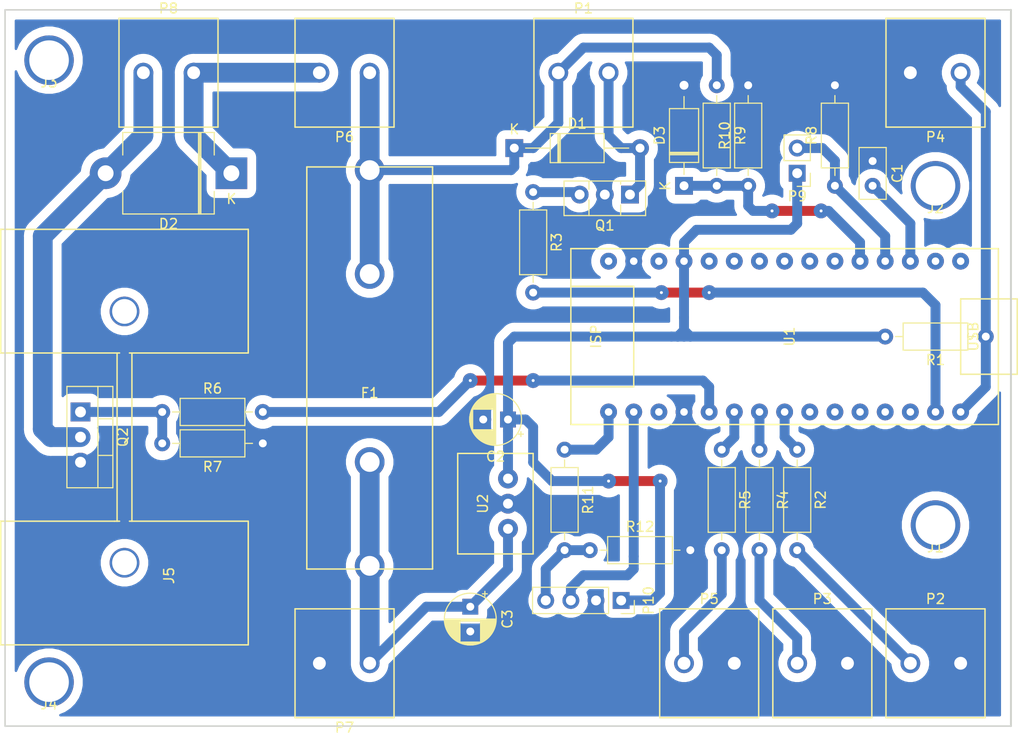
<source format=kicad_pcb>
(kicad_pcb (version 20171130) (host pcbnew "(5.1.5)-3")

  (general
    (thickness 1.6)
    (drawings 4)
    (tracks 130)
    (zones 0)
    (modules 38)
    (nets 26)
  )

  (page A4)
  (layers
    (0 F.Cu signal)
    (31 B.Cu signal)
    (32 B.Adhes user)
    (33 F.Adhes user)
    (34 B.Paste user)
    (35 F.Paste user)
    (36 B.SilkS user)
    (37 F.SilkS user)
    (38 B.Mask user)
    (39 F.Mask user)
    (40 Dwgs.User user)
    (41 Cmts.User user)
    (42 Eco1.User user)
    (43 Eco2.User user)
    (44 Edge.Cuts user)
    (45 Margin user)
    (46 B.CrtYd user)
    (47 F.CrtYd user)
    (48 B.Fab user)
    (49 F.Fab user)
  )

  (setup
    (last_trace_width 0.25)
    (user_trace_width 1)
    (user_trace_width 2)
    (trace_clearance 0.2)
    (zone_clearance 0.9)
    (zone_45_only no)
    (trace_min 0.2)
    (via_size 0.6)
    (via_drill 0.4)
    (via_min_size 0.4)
    (via_min_drill 0.3)
    (user_via 1.5 0.3)
    (uvia_size 0.3)
    (uvia_drill 0.1)
    (uvias_allowed no)
    (uvia_min_size 0.2)
    (uvia_min_drill 0.1)
    (edge_width 0.15)
    (segment_width 0.2)
    (pcb_text_width 0.3)
    (pcb_text_size 1.5 1.5)
    (mod_edge_width 0.15)
    (mod_text_size 1 1)
    (mod_text_width 0.15)
    (pad_size 5 5)
    (pad_drill 4)
    (pad_to_mask_clearance 0.2)
    (solder_mask_min_width 0.25)
    (aux_axis_origin 0 0)
    (visible_elements 7FFFFFFF)
    (pcbplotparams
      (layerselection 0x00000_7fffffff)
      (usegerberextensions false)
      (usegerberattributes false)
      (usegerberadvancedattributes false)
      (creategerberjobfile false)
      (excludeedgelayer false)
      (linewidth 0.100000)
      (plotframeref false)
      (viasonmask false)
      (mode 1)
      (useauxorigin false)
      (hpglpennumber 1)
      (hpglpenspeed 20)
      (hpglpendiameter 15.000000)
      (psnegative false)
      (psa4output false)
      (plotreference true)
      (plotvalue true)
      (plotinvisibletext false)
      (padsonsilk false)
      (subtractmaskfromsilk false)
      (outputformat 3)
      (mirror false)
      (drillshape 1)
      (scaleselection 1)
      (outputdirectory ""))
  )

  (net 0 "")
  (net 1 GND)
  (net 2 "Net-(C1-Pad2)")
  (net 3 +5V)
  (net 4 +12V)
  (net 5 "Net-(D1-Pad2)")
  (net 6 "Net-(D2-Pad2)")
  (net 7 "Net-(P2-Pad2)")
  (net 8 "Net-(P3-Pad2)")
  (net 9 "Net-(P4-Pad2)")
  (net 10 "Net-(P5-Pad2)")
  (net 11 "Net-(P9-Pad2)")
  (net 12 "Net-(Q2-Pad1)")
  (net 13 "Net-(R2-Pad1)")
  (net 14 "Net-(R3-Pad2)")
  (net 15 "Net-(R4-Pad1)")
  (net 16 "Net-(R5-Pad1)")
  (net 17 /BT_TX)
  (net 18 "Net-(P10-Pad4)")
  (net 19 /BT_RX)
  (net 20 "Net-(D2-Pad1)")
  (net 21 "Net-(D3-Pad1)")
  (net 22 "Net-(J5-Pad1)")
  (net 23 "Net-(Q1-Pad3)")
  (net 24 "Net-(R6-Pad2)")
  (net 25 "Net-(C3-Pad1)")

  (net_class Default "Dies ist die voreingestellte Netzklasse."
    (clearance 0.2)
    (trace_width 0.25)
    (via_dia 0.6)
    (via_drill 0.4)
    (uvia_dia 0.3)
    (uvia_drill 0.1)
    (add_net +12V)
    (add_net +5V)
    (add_net /BT_RX)
    (add_net /BT_TX)
    (add_net GND)
    (add_net "Net-(C1-Pad2)")
    (add_net "Net-(C3-Pad1)")
    (add_net "Net-(D1-Pad2)")
    (add_net "Net-(D2-Pad1)")
    (add_net "Net-(D2-Pad2)")
    (add_net "Net-(D3-Pad1)")
    (add_net "Net-(J5-Pad1)")
    (add_net "Net-(P10-Pad4)")
    (add_net "Net-(P2-Pad2)")
    (add_net "Net-(P3-Pad2)")
    (add_net "Net-(P4-Pad2)")
    (add_net "Net-(P5-Pad2)")
    (add_net "Net-(P9-Pad2)")
    (add_net "Net-(Q1-Pad3)")
    (add_net "Net-(Q2-Pad1)")
    (add_net "Net-(R2-Pad1)")
    (add_net "Net-(R3-Pad2)")
    (add_net "Net-(R4-Pad1)")
    (add_net "Net-(R5-Pad1)")
    (add_net "Net-(R6-Pad2)")
  )

  (module "ArduinoNano:Arduino Nano" (layer F.Cu) (tedit 5C2F79BA) (tstamp 5C668527)
    (at 189.23 98.552 90)
    (path /573720D8)
    (fp_text reference U1 (at 0 0.5 90) (layer F.SilkS)
      (effects (font (size 1 1) (thickness 0.15)))
    )
    (fp_text value ARDUINONANO (at 0 -0.5 90) (layer F.Fab)
      (effects (font (size 1 1) (thickness 0.15)))
    )
    (fp_line (start 3.81 17.78) (end 3.81 23.495) (layer F.SilkS) (width 0.15))
    (fp_line (start -3.81 17.78) (end 3.81 17.78) (layer F.SilkS) (width 0.15))
    (fp_line (start -3.81 23.495) (end -3.81 17.78) (layer F.SilkS) (width 0.15))
    (fp_line (start 3.81 23.495) (end -3.81 23.495) (layer F.SilkS) (width 0.15))
    (fp_line (start -8.89 -21.59) (end -8.89 21.59) (layer F.SilkS) (width 0.15))
    (fp_line (start 8.89 -21.59) (end -8.89 -21.59) (layer F.SilkS) (width 0.15))
    (fp_line (start 8.89 21.59) (end -8.89 21.59) (layer F.SilkS) (width 0.15))
    (fp_line (start 8.89 21.59) (end 8.89 -21.59) (layer F.SilkS) (width 0.15))
    (fp_line (start 8.89 -21.59) (end 8.89 -19.685) (layer F.SilkS) (width 0.15))
    (fp_text user USB (at 0 19.05 90) (layer F.SilkS)
      (effects (font (size 1 1) (thickness 0.15)))
    )
    (fp_text user ISP (at 0 -19.05 90) (layer F.SilkS)
      (effects (font (size 1 1) (thickness 0.15)))
    )
    (fp_line (start 5.08 -15.24) (end 5.08 -21.59) (layer F.SilkS) (width 0.15))
    (fp_line (start -5.08 -15.24) (end 5.08 -15.24) (layer F.SilkS) (width 0.15))
    (fp_line (start -5.08 -21.59) (end -5.08 -15.24) (layer F.SilkS) (width 0.15))
    (pad 30 thru_hole circle (at 7.62 -17.78 180) (size 1.7 1.7) (drill 0.762) (layers *.Cu *.Mask))
    (pad 29 thru_hole circle (at 7.62 -15.24 180) (size 1.7 1.7) (drill 0.762) (layers *.Cu *.Mask)
      (net 1 GND))
    (pad 28 thru_hole circle (at 7.62 -12.7 180) (size 1.7 1.7) (drill 0.762) (layers *.Cu *.Mask))
    (pad 27 thru_hole circle (at 7.62 -10.16 180) (size 1.7 1.7) (drill 0.762) (layers *.Cu *.Mask)
      (net 3 +5V))
    (pad 26 thru_hole circle (at 7.62 -7.62 180) (size 1.7 1.7) (drill 0.762) (layers *.Cu *.Mask))
    (pad 25 thru_hole circle (at 7.62 -5.08 180) (size 1.7 1.7) (drill 0.762) (layers *.Cu *.Mask))
    (pad 24 thru_hole circle (at 7.62 -2.54 180) (size 1.7 1.7) (drill 0.762) (layers *.Cu *.Mask))
    (pad 23 thru_hole circle (at 7.62 0 180) (size 1.7 1.7) (drill 0.762) (layers *.Cu *.Mask))
    (pad 22 thru_hole circle (at 7.62 2.54 180) (size 1.7 1.7) (drill 0.762) (layers *.Cu *.Mask))
    (pad 21 thru_hole circle (at 7.62 5.08 180) (size 1.7 1.7) (drill 0.762) (layers *.Cu *.Mask))
    (pad 20 thru_hole circle (at 7.62 7.62 180) (size 1.7 1.7) (drill 0.762) (layers *.Cu *.Mask)
      (net 21 "Net-(D3-Pad1)"))
    (pad 19 thru_hole circle (at 7.62 10.16 180) (size 1.7 1.7) (drill 0.762) (layers *.Cu *.Mask)
      (net 11 "Net-(P9-Pad2)"))
    (pad 18 thru_hole circle (at 7.62 12.7 180) (size 1.7 1.7) (drill 0.762) (layers *.Cu *.Mask)
      (net 2 "Net-(C1-Pad2)"))
    (pad 17 thru_hole circle (at 7.62 15.24 180) (size 1.7 1.7) (drill 0.762) (layers *.Cu *.Mask))
    (pad 16 thru_hole circle (at 7.62 17.78 180) (size 1.7 1.7) (drill 0.762) (layers *.Cu *.Mask))
    (pad 15 thru_hole circle (at -7.62 17.78 180) (size 1.7 1.7) (drill 0.762) (layers *.Cu *.Mask)
      (net 9 "Net-(P4-Pad2)"))
    (pad 14 thru_hole circle (at -7.62 15.24 180) (size 1.7 1.7) (drill 0.762) (layers *.Cu *.Mask)
      (net 14 "Net-(R3-Pad2)"))
    (pad 13 thru_hole circle (at -7.62 12.7 180) (size 1.7 1.7) (drill 0.762) (layers *.Cu *.Mask))
    (pad 12 thru_hole circle (at -7.62 10.16 180) (size 1.7 1.7) (drill 0.762) (layers *.Cu *.Mask))
    (pad 11 thru_hole circle (at -7.62 7.62 180) (size 1.7 1.7) (drill 0.762) (layers *.Cu *.Mask))
    (pad 10 thru_hole circle (at -7.62 5.08 180) (size 1.7 1.7) (drill 0.762) (layers *.Cu *.Mask))
    (pad 9 thru_hole circle (at -7.62 2.54 180) (size 1.7 1.7) (drill 0.762) (layers *.Cu *.Mask))
    (pad 8 thru_hole circle (at -7.62 0 180) (size 1.7 1.7) (drill 0.762) (layers *.Cu *.Mask)
      (net 13 "Net-(R2-Pad1)"))
    (pad 7 thru_hole circle (at -7.62 -2.54 180) (size 1.7 1.7) (drill 0.762) (layers *.Cu *.Mask)
      (net 15 "Net-(R4-Pad1)"))
    (pad 6 thru_hole circle (at -7.62 -5.08 180) (size 1.7 1.7) (drill 0.762) (layers *.Cu *.Mask)
      (net 16 "Net-(R5-Pad1)"))
    (pad 5 thru_hole circle (at -7.62 -7.62 180) (size 1.7 1.7) (drill 0.762) (layers *.Cu *.Mask)
      (net 24 "Net-(R6-Pad2)"))
    (pad 4 thru_hole circle (at -7.62 -10.16 180) (size 1.7 1.7) (drill 0.762) (layers *.Cu *.Mask)
      (net 1 GND))
    (pad 3 thru_hole circle (at -7.62 -12.7 180) (size 1.7 1.7) (drill 0.762) (layers *.Cu *.Mask))
    (pad 2 thru_hole circle (at -7.62 -15.24 180) (size 1.7 1.7) (drill 0.762) (layers *.Cu *.Mask)
      (net 17 /BT_TX))
    (pad 1 thru_hole circle (at -7.62 -17.78 180) (size 1.7 1.7) (drill 0.762) (layers *.Cu *.Mask)
      (net 19 /BT_RX))
  )

  (module Capacitor_THT:C_Disc_D5.0mm_W2.5mm_P2.50mm (layer F.Cu) (tedit 5AE50EF0) (tstamp 5C2F7F2D)
    (at 198.12 80.812 270)
    (descr "C, Disc series, Radial, pin pitch=2.50mm, , diameter*width=5*2.5mm^2, Capacitor, http://cdn-reichelt.de/documents/datenblatt/B300/DS_KERKO_TC.pdf")
    (tags "C Disc series Radial pin pitch 2.50mm  diameter 5mm width 2.5mm Capacitor")
    (path /57372426)
    (fp_text reference C1 (at 1.25 -2.5 270) (layer F.SilkS)
      (effects (font (size 1 1) (thickness 0.15)))
    )
    (fp_text value 100n (at 1.25 2.5 270) (layer F.Fab)
      (effects (font (size 1 1) (thickness 0.15)))
    )
    (fp_line (start -1.25 -1.25) (end -1.25 1.25) (layer F.Fab) (width 0.1))
    (fp_line (start -1.25 1.25) (end 3.75 1.25) (layer F.Fab) (width 0.1))
    (fp_line (start 3.75 1.25) (end 3.75 -1.25) (layer F.Fab) (width 0.1))
    (fp_line (start 3.75 -1.25) (end -1.25 -1.25) (layer F.Fab) (width 0.1))
    (fp_line (start -1.37 -1.37) (end 3.87 -1.37) (layer F.SilkS) (width 0.12))
    (fp_line (start -1.37 1.37) (end 3.87 1.37) (layer F.SilkS) (width 0.12))
    (fp_line (start -1.37 -1.37) (end -1.37 1.37) (layer F.SilkS) (width 0.12))
    (fp_line (start 3.87 -1.37) (end 3.87 1.37) (layer F.SilkS) (width 0.12))
    (fp_line (start -1.5 -1.5) (end -1.5 1.5) (layer F.CrtYd) (width 0.05))
    (fp_line (start -1.5 1.5) (end 4 1.5) (layer F.CrtYd) (width 0.05))
    (fp_line (start 4 1.5) (end 4 -1.5) (layer F.CrtYd) (width 0.05))
    (fp_line (start 4 -1.5) (end -1.5 -1.5) (layer F.CrtYd) (width 0.05))
    (fp_text user %R (at 1.25 0 270) (layer F.Fab)
      (effects (font (size 1 1) (thickness 0.15)))
    )
    (pad 1 thru_hole circle (at 0 0 270) (size 1.6 1.6) (drill 0.8) (layers *.Cu *.Mask)
      (net 1 GND))
    (pad 2 thru_hole circle (at 2.5 0 270) (size 1.6 1.6) (drill 0.8) (layers *.Cu *.Mask)
      (net 2 "Net-(C1-Pad2)"))
    (model ${KISYS3DMOD}/Capacitor_THT.3dshapes/C_Disc_D5.0mm_W2.5mm_P2.50mm.wrl
      (at (xyz 0 0 0))
      (scale (xyz 1 1 1))
      (rotate (xyz 0 0 0))
    )
  )

  (module Capacitor_THT:CP_Radial_D5.0mm_P2.50mm (layer F.Cu) (tedit 5AE50EF0) (tstamp 5C36BCA5)
    (at 161.29 106.934 180)
    (descr "CP, Radial series, Radial, pin pitch=2.50mm, , diameter=5mm, Electrolytic Capacitor")
    (tags "CP Radial series Radial pin pitch 2.50mm  diameter 5mm Electrolytic Capacitor")
    (path /573B679B)
    (fp_text reference C2 (at 1.25 -3.75 180) (layer F.SilkS)
      (effects (font (size 1 1) (thickness 0.15)))
    )
    (fp_text value 100µ (at 1.25 3.75 180) (layer F.Fab)
      (effects (font (size 1 1) (thickness 0.15)))
    )
    (fp_circle (center 1.25 0) (end 3.75 0) (layer F.Fab) (width 0.1))
    (fp_circle (center 1.25 0) (end 3.87 0) (layer F.SilkS) (width 0.12))
    (fp_circle (center 1.25 0) (end 4 0) (layer F.CrtYd) (width 0.05))
    (fp_line (start -0.883605 -1.0875) (end -0.383605 -1.0875) (layer F.Fab) (width 0.1))
    (fp_line (start -0.633605 -1.3375) (end -0.633605 -0.8375) (layer F.Fab) (width 0.1))
    (fp_line (start 1.25 -2.58) (end 1.25 2.58) (layer F.SilkS) (width 0.12))
    (fp_line (start 1.29 -2.58) (end 1.29 2.58) (layer F.SilkS) (width 0.12))
    (fp_line (start 1.33 -2.579) (end 1.33 2.579) (layer F.SilkS) (width 0.12))
    (fp_line (start 1.37 -2.578) (end 1.37 2.578) (layer F.SilkS) (width 0.12))
    (fp_line (start 1.41 -2.576) (end 1.41 2.576) (layer F.SilkS) (width 0.12))
    (fp_line (start 1.45 -2.573) (end 1.45 2.573) (layer F.SilkS) (width 0.12))
    (fp_line (start 1.49 -2.569) (end 1.49 -1.04) (layer F.SilkS) (width 0.12))
    (fp_line (start 1.49 1.04) (end 1.49 2.569) (layer F.SilkS) (width 0.12))
    (fp_line (start 1.53 -2.565) (end 1.53 -1.04) (layer F.SilkS) (width 0.12))
    (fp_line (start 1.53 1.04) (end 1.53 2.565) (layer F.SilkS) (width 0.12))
    (fp_line (start 1.57 -2.561) (end 1.57 -1.04) (layer F.SilkS) (width 0.12))
    (fp_line (start 1.57 1.04) (end 1.57 2.561) (layer F.SilkS) (width 0.12))
    (fp_line (start 1.61 -2.556) (end 1.61 -1.04) (layer F.SilkS) (width 0.12))
    (fp_line (start 1.61 1.04) (end 1.61 2.556) (layer F.SilkS) (width 0.12))
    (fp_line (start 1.65 -2.55) (end 1.65 -1.04) (layer F.SilkS) (width 0.12))
    (fp_line (start 1.65 1.04) (end 1.65 2.55) (layer F.SilkS) (width 0.12))
    (fp_line (start 1.69 -2.543) (end 1.69 -1.04) (layer F.SilkS) (width 0.12))
    (fp_line (start 1.69 1.04) (end 1.69 2.543) (layer F.SilkS) (width 0.12))
    (fp_line (start 1.73 -2.536) (end 1.73 -1.04) (layer F.SilkS) (width 0.12))
    (fp_line (start 1.73 1.04) (end 1.73 2.536) (layer F.SilkS) (width 0.12))
    (fp_line (start 1.77 -2.528) (end 1.77 -1.04) (layer F.SilkS) (width 0.12))
    (fp_line (start 1.77 1.04) (end 1.77 2.528) (layer F.SilkS) (width 0.12))
    (fp_line (start 1.81 -2.52) (end 1.81 -1.04) (layer F.SilkS) (width 0.12))
    (fp_line (start 1.81 1.04) (end 1.81 2.52) (layer F.SilkS) (width 0.12))
    (fp_line (start 1.85 -2.511) (end 1.85 -1.04) (layer F.SilkS) (width 0.12))
    (fp_line (start 1.85 1.04) (end 1.85 2.511) (layer F.SilkS) (width 0.12))
    (fp_line (start 1.89 -2.501) (end 1.89 -1.04) (layer F.SilkS) (width 0.12))
    (fp_line (start 1.89 1.04) (end 1.89 2.501) (layer F.SilkS) (width 0.12))
    (fp_line (start 1.93 -2.491) (end 1.93 -1.04) (layer F.SilkS) (width 0.12))
    (fp_line (start 1.93 1.04) (end 1.93 2.491) (layer F.SilkS) (width 0.12))
    (fp_line (start 1.971 -2.48) (end 1.971 -1.04) (layer F.SilkS) (width 0.12))
    (fp_line (start 1.971 1.04) (end 1.971 2.48) (layer F.SilkS) (width 0.12))
    (fp_line (start 2.011 -2.468) (end 2.011 -1.04) (layer F.SilkS) (width 0.12))
    (fp_line (start 2.011 1.04) (end 2.011 2.468) (layer F.SilkS) (width 0.12))
    (fp_line (start 2.051 -2.455) (end 2.051 -1.04) (layer F.SilkS) (width 0.12))
    (fp_line (start 2.051 1.04) (end 2.051 2.455) (layer F.SilkS) (width 0.12))
    (fp_line (start 2.091 -2.442) (end 2.091 -1.04) (layer F.SilkS) (width 0.12))
    (fp_line (start 2.091 1.04) (end 2.091 2.442) (layer F.SilkS) (width 0.12))
    (fp_line (start 2.131 -2.428) (end 2.131 -1.04) (layer F.SilkS) (width 0.12))
    (fp_line (start 2.131 1.04) (end 2.131 2.428) (layer F.SilkS) (width 0.12))
    (fp_line (start 2.171 -2.414) (end 2.171 -1.04) (layer F.SilkS) (width 0.12))
    (fp_line (start 2.171 1.04) (end 2.171 2.414) (layer F.SilkS) (width 0.12))
    (fp_line (start 2.211 -2.398) (end 2.211 -1.04) (layer F.SilkS) (width 0.12))
    (fp_line (start 2.211 1.04) (end 2.211 2.398) (layer F.SilkS) (width 0.12))
    (fp_line (start 2.251 -2.382) (end 2.251 -1.04) (layer F.SilkS) (width 0.12))
    (fp_line (start 2.251 1.04) (end 2.251 2.382) (layer F.SilkS) (width 0.12))
    (fp_line (start 2.291 -2.365) (end 2.291 -1.04) (layer F.SilkS) (width 0.12))
    (fp_line (start 2.291 1.04) (end 2.291 2.365) (layer F.SilkS) (width 0.12))
    (fp_line (start 2.331 -2.348) (end 2.331 -1.04) (layer F.SilkS) (width 0.12))
    (fp_line (start 2.331 1.04) (end 2.331 2.348) (layer F.SilkS) (width 0.12))
    (fp_line (start 2.371 -2.329) (end 2.371 -1.04) (layer F.SilkS) (width 0.12))
    (fp_line (start 2.371 1.04) (end 2.371 2.329) (layer F.SilkS) (width 0.12))
    (fp_line (start 2.411 -2.31) (end 2.411 -1.04) (layer F.SilkS) (width 0.12))
    (fp_line (start 2.411 1.04) (end 2.411 2.31) (layer F.SilkS) (width 0.12))
    (fp_line (start 2.451 -2.29) (end 2.451 -1.04) (layer F.SilkS) (width 0.12))
    (fp_line (start 2.451 1.04) (end 2.451 2.29) (layer F.SilkS) (width 0.12))
    (fp_line (start 2.491 -2.268) (end 2.491 -1.04) (layer F.SilkS) (width 0.12))
    (fp_line (start 2.491 1.04) (end 2.491 2.268) (layer F.SilkS) (width 0.12))
    (fp_line (start 2.531 -2.247) (end 2.531 -1.04) (layer F.SilkS) (width 0.12))
    (fp_line (start 2.531 1.04) (end 2.531 2.247) (layer F.SilkS) (width 0.12))
    (fp_line (start 2.571 -2.224) (end 2.571 -1.04) (layer F.SilkS) (width 0.12))
    (fp_line (start 2.571 1.04) (end 2.571 2.224) (layer F.SilkS) (width 0.12))
    (fp_line (start 2.611 -2.2) (end 2.611 -1.04) (layer F.SilkS) (width 0.12))
    (fp_line (start 2.611 1.04) (end 2.611 2.2) (layer F.SilkS) (width 0.12))
    (fp_line (start 2.651 -2.175) (end 2.651 -1.04) (layer F.SilkS) (width 0.12))
    (fp_line (start 2.651 1.04) (end 2.651 2.175) (layer F.SilkS) (width 0.12))
    (fp_line (start 2.691 -2.149) (end 2.691 -1.04) (layer F.SilkS) (width 0.12))
    (fp_line (start 2.691 1.04) (end 2.691 2.149) (layer F.SilkS) (width 0.12))
    (fp_line (start 2.731 -2.122) (end 2.731 -1.04) (layer F.SilkS) (width 0.12))
    (fp_line (start 2.731 1.04) (end 2.731 2.122) (layer F.SilkS) (width 0.12))
    (fp_line (start 2.771 -2.095) (end 2.771 -1.04) (layer F.SilkS) (width 0.12))
    (fp_line (start 2.771 1.04) (end 2.771 2.095) (layer F.SilkS) (width 0.12))
    (fp_line (start 2.811 -2.065) (end 2.811 -1.04) (layer F.SilkS) (width 0.12))
    (fp_line (start 2.811 1.04) (end 2.811 2.065) (layer F.SilkS) (width 0.12))
    (fp_line (start 2.851 -2.035) (end 2.851 -1.04) (layer F.SilkS) (width 0.12))
    (fp_line (start 2.851 1.04) (end 2.851 2.035) (layer F.SilkS) (width 0.12))
    (fp_line (start 2.891 -2.004) (end 2.891 -1.04) (layer F.SilkS) (width 0.12))
    (fp_line (start 2.891 1.04) (end 2.891 2.004) (layer F.SilkS) (width 0.12))
    (fp_line (start 2.931 -1.971) (end 2.931 -1.04) (layer F.SilkS) (width 0.12))
    (fp_line (start 2.931 1.04) (end 2.931 1.971) (layer F.SilkS) (width 0.12))
    (fp_line (start 2.971 -1.937) (end 2.971 -1.04) (layer F.SilkS) (width 0.12))
    (fp_line (start 2.971 1.04) (end 2.971 1.937) (layer F.SilkS) (width 0.12))
    (fp_line (start 3.011 -1.901) (end 3.011 -1.04) (layer F.SilkS) (width 0.12))
    (fp_line (start 3.011 1.04) (end 3.011 1.901) (layer F.SilkS) (width 0.12))
    (fp_line (start 3.051 -1.864) (end 3.051 -1.04) (layer F.SilkS) (width 0.12))
    (fp_line (start 3.051 1.04) (end 3.051 1.864) (layer F.SilkS) (width 0.12))
    (fp_line (start 3.091 -1.826) (end 3.091 -1.04) (layer F.SilkS) (width 0.12))
    (fp_line (start 3.091 1.04) (end 3.091 1.826) (layer F.SilkS) (width 0.12))
    (fp_line (start 3.131 -1.785) (end 3.131 -1.04) (layer F.SilkS) (width 0.12))
    (fp_line (start 3.131 1.04) (end 3.131 1.785) (layer F.SilkS) (width 0.12))
    (fp_line (start 3.171 -1.743) (end 3.171 -1.04) (layer F.SilkS) (width 0.12))
    (fp_line (start 3.171 1.04) (end 3.171 1.743) (layer F.SilkS) (width 0.12))
    (fp_line (start 3.211 -1.699) (end 3.211 -1.04) (layer F.SilkS) (width 0.12))
    (fp_line (start 3.211 1.04) (end 3.211 1.699) (layer F.SilkS) (width 0.12))
    (fp_line (start 3.251 -1.653) (end 3.251 -1.04) (layer F.SilkS) (width 0.12))
    (fp_line (start 3.251 1.04) (end 3.251 1.653) (layer F.SilkS) (width 0.12))
    (fp_line (start 3.291 -1.605) (end 3.291 -1.04) (layer F.SilkS) (width 0.12))
    (fp_line (start 3.291 1.04) (end 3.291 1.605) (layer F.SilkS) (width 0.12))
    (fp_line (start 3.331 -1.554) (end 3.331 -1.04) (layer F.SilkS) (width 0.12))
    (fp_line (start 3.331 1.04) (end 3.331 1.554) (layer F.SilkS) (width 0.12))
    (fp_line (start 3.371 -1.5) (end 3.371 -1.04) (layer F.SilkS) (width 0.12))
    (fp_line (start 3.371 1.04) (end 3.371 1.5) (layer F.SilkS) (width 0.12))
    (fp_line (start 3.411 -1.443) (end 3.411 -1.04) (layer F.SilkS) (width 0.12))
    (fp_line (start 3.411 1.04) (end 3.411 1.443) (layer F.SilkS) (width 0.12))
    (fp_line (start 3.451 -1.383) (end 3.451 -1.04) (layer F.SilkS) (width 0.12))
    (fp_line (start 3.451 1.04) (end 3.451 1.383) (layer F.SilkS) (width 0.12))
    (fp_line (start 3.491 -1.319) (end 3.491 -1.04) (layer F.SilkS) (width 0.12))
    (fp_line (start 3.491 1.04) (end 3.491 1.319) (layer F.SilkS) (width 0.12))
    (fp_line (start 3.531 -1.251) (end 3.531 -1.04) (layer F.SilkS) (width 0.12))
    (fp_line (start 3.531 1.04) (end 3.531 1.251) (layer F.SilkS) (width 0.12))
    (fp_line (start 3.571 -1.178) (end 3.571 1.178) (layer F.SilkS) (width 0.12))
    (fp_line (start 3.611 -1.098) (end 3.611 1.098) (layer F.SilkS) (width 0.12))
    (fp_line (start 3.651 -1.011) (end 3.651 1.011) (layer F.SilkS) (width 0.12))
    (fp_line (start 3.691 -0.915) (end 3.691 0.915) (layer F.SilkS) (width 0.12))
    (fp_line (start 3.731 -0.805) (end 3.731 0.805) (layer F.SilkS) (width 0.12))
    (fp_line (start 3.771 -0.677) (end 3.771 0.677) (layer F.SilkS) (width 0.12))
    (fp_line (start 3.811 -0.518) (end 3.811 0.518) (layer F.SilkS) (width 0.12))
    (fp_line (start 3.851 -0.284) (end 3.851 0.284) (layer F.SilkS) (width 0.12))
    (fp_line (start -1.554775 -1.475) (end -1.054775 -1.475) (layer F.SilkS) (width 0.12))
    (fp_line (start -1.304775 -1.725) (end -1.304775 -1.225) (layer F.SilkS) (width 0.12))
    (fp_text user %R (at 1.25 0 180) (layer F.Fab)
      (effects (font (size 1 1) (thickness 0.15)))
    )
    (pad 1 thru_hole rect (at 0 0 180) (size 1.6 1.6) (drill 0.8) (layers *.Cu *.Mask)
      (net 3 +5V))
    (pad 2 thru_hole circle (at 2.5 0 180) (size 1.6 1.6) (drill 0.8) (layers *.Cu *.Mask)
      (net 1 GND))
    (model ${KISYS3DMOD}/Capacitor_THT.3dshapes/CP_Radial_D5.0mm_P2.50mm.wrl
      (at (xyz 0 0 0))
      (scale (xyz 1 1 1))
      (rotate (xyz 0 0 0))
    )
  )

  (module Capacitor_THT:CP_Radial_D5.0mm_P2.50mm (layer F.Cu) (tedit 5AE50EF0) (tstamp 5C2F9C09)
    (at 157.48 125.857 270)
    (descr "CP, Radial series, Radial, pin pitch=2.50mm, , diameter=5mm, Electrolytic Capacitor")
    (tags "CP Radial series Radial pin pitch 2.50mm  diameter 5mm Electrolytic Capacitor")
    (path /573721DA)
    (fp_text reference C3 (at 1.25 -3.75 270) (layer F.SilkS)
      (effects (font (size 1 1) (thickness 0.15)))
    )
    (fp_text value 10µ (at 1.25 3.75 270) (layer F.Fab)
      (effects (font (size 1 1) (thickness 0.15)))
    )
    (fp_circle (center 1.25 0) (end 3.75 0) (layer F.Fab) (width 0.1))
    (fp_circle (center 1.25 0) (end 3.87 0) (layer F.SilkS) (width 0.12))
    (fp_circle (center 1.25 0) (end 4 0) (layer F.CrtYd) (width 0.05))
    (fp_line (start -0.883605 -1.0875) (end -0.383605 -1.0875) (layer F.Fab) (width 0.1))
    (fp_line (start -0.633605 -1.3375) (end -0.633605 -0.8375) (layer F.Fab) (width 0.1))
    (fp_line (start 1.25 -2.58) (end 1.25 2.58) (layer F.SilkS) (width 0.12))
    (fp_line (start 1.29 -2.58) (end 1.29 2.58) (layer F.SilkS) (width 0.12))
    (fp_line (start 1.33 -2.579) (end 1.33 2.579) (layer F.SilkS) (width 0.12))
    (fp_line (start 1.37 -2.578) (end 1.37 2.578) (layer F.SilkS) (width 0.12))
    (fp_line (start 1.41 -2.576) (end 1.41 2.576) (layer F.SilkS) (width 0.12))
    (fp_line (start 1.45 -2.573) (end 1.45 2.573) (layer F.SilkS) (width 0.12))
    (fp_line (start 1.49 -2.569) (end 1.49 -1.04) (layer F.SilkS) (width 0.12))
    (fp_line (start 1.49 1.04) (end 1.49 2.569) (layer F.SilkS) (width 0.12))
    (fp_line (start 1.53 -2.565) (end 1.53 -1.04) (layer F.SilkS) (width 0.12))
    (fp_line (start 1.53 1.04) (end 1.53 2.565) (layer F.SilkS) (width 0.12))
    (fp_line (start 1.57 -2.561) (end 1.57 -1.04) (layer F.SilkS) (width 0.12))
    (fp_line (start 1.57 1.04) (end 1.57 2.561) (layer F.SilkS) (width 0.12))
    (fp_line (start 1.61 -2.556) (end 1.61 -1.04) (layer F.SilkS) (width 0.12))
    (fp_line (start 1.61 1.04) (end 1.61 2.556) (layer F.SilkS) (width 0.12))
    (fp_line (start 1.65 -2.55) (end 1.65 -1.04) (layer F.SilkS) (width 0.12))
    (fp_line (start 1.65 1.04) (end 1.65 2.55) (layer F.SilkS) (width 0.12))
    (fp_line (start 1.69 -2.543) (end 1.69 -1.04) (layer F.SilkS) (width 0.12))
    (fp_line (start 1.69 1.04) (end 1.69 2.543) (layer F.SilkS) (width 0.12))
    (fp_line (start 1.73 -2.536) (end 1.73 -1.04) (layer F.SilkS) (width 0.12))
    (fp_line (start 1.73 1.04) (end 1.73 2.536) (layer F.SilkS) (width 0.12))
    (fp_line (start 1.77 -2.528) (end 1.77 -1.04) (layer F.SilkS) (width 0.12))
    (fp_line (start 1.77 1.04) (end 1.77 2.528) (layer F.SilkS) (width 0.12))
    (fp_line (start 1.81 -2.52) (end 1.81 -1.04) (layer F.SilkS) (width 0.12))
    (fp_line (start 1.81 1.04) (end 1.81 2.52) (layer F.SilkS) (width 0.12))
    (fp_line (start 1.85 -2.511) (end 1.85 -1.04) (layer F.SilkS) (width 0.12))
    (fp_line (start 1.85 1.04) (end 1.85 2.511) (layer F.SilkS) (width 0.12))
    (fp_line (start 1.89 -2.501) (end 1.89 -1.04) (layer F.SilkS) (width 0.12))
    (fp_line (start 1.89 1.04) (end 1.89 2.501) (layer F.SilkS) (width 0.12))
    (fp_line (start 1.93 -2.491) (end 1.93 -1.04) (layer F.SilkS) (width 0.12))
    (fp_line (start 1.93 1.04) (end 1.93 2.491) (layer F.SilkS) (width 0.12))
    (fp_line (start 1.971 -2.48) (end 1.971 -1.04) (layer F.SilkS) (width 0.12))
    (fp_line (start 1.971 1.04) (end 1.971 2.48) (layer F.SilkS) (width 0.12))
    (fp_line (start 2.011 -2.468) (end 2.011 -1.04) (layer F.SilkS) (width 0.12))
    (fp_line (start 2.011 1.04) (end 2.011 2.468) (layer F.SilkS) (width 0.12))
    (fp_line (start 2.051 -2.455) (end 2.051 -1.04) (layer F.SilkS) (width 0.12))
    (fp_line (start 2.051 1.04) (end 2.051 2.455) (layer F.SilkS) (width 0.12))
    (fp_line (start 2.091 -2.442) (end 2.091 -1.04) (layer F.SilkS) (width 0.12))
    (fp_line (start 2.091 1.04) (end 2.091 2.442) (layer F.SilkS) (width 0.12))
    (fp_line (start 2.131 -2.428) (end 2.131 -1.04) (layer F.SilkS) (width 0.12))
    (fp_line (start 2.131 1.04) (end 2.131 2.428) (layer F.SilkS) (width 0.12))
    (fp_line (start 2.171 -2.414) (end 2.171 -1.04) (layer F.SilkS) (width 0.12))
    (fp_line (start 2.171 1.04) (end 2.171 2.414) (layer F.SilkS) (width 0.12))
    (fp_line (start 2.211 -2.398) (end 2.211 -1.04) (layer F.SilkS) (width 0.12))
    (fp_line (start 2.211 1.04) (end 2.211 2.398) (layer F.SilkS) (width 0.12))
    (fp_line (start 2.251 -2.382) (end 2.251 -1.04) (layer F.SilkS) (width 0.12))
    (fp_line (start 2.251 1.04) (end 2.251 2.382) (layer F.SilkS) (width 0.12))
    (fp_line (start 2.291 -2.365) (end 2.291 -1.04) (layer F.SilkS) (width 0.12))
    (fp_line (start 2.291 1.04) (end 2.291 2.365) (layer F.SilkS) (width 0.12))
    (fp_line (start 2.331 -2.348) (end 2.331 -1.04) (layer F.SilkS) (width 0.12))
    (fp_line (start 2.331 1.04) (end 2.331 2.348) (layer F.SilkS) (width 0.12))
    (fp_line (start 2.371 -2.329) (end 2.371 -1.04) (layer F.SilkS) (width 0.12))
    (fp_line (start 2.371 1.04) (end 2.371 2.329) (layer F.SilkS) (width 0.12))
    (fp_line (start 2.411 -2.31) (end 2.411 -1.04) (layer F.SilkS) (width 0.12))
    (fp_line (start 2.411 1.04) (end 2.411 2.31) (layer F.SilkS) (width 0.12))
    (fp_line (start 2.451 -2.29) (end 2.451 -1.04) (layer F.SilkS) (width 0.12))
    (fp_line (start 2.451 1.04) (end 2.451 2.29) (layer F.SilkS) (width 0.12))
    (fp_line (start 2.491 -2.268) (end 2.491 -1.04) (layer F.SilkS) (width 0.12))
    (fp_line (start 2.491 1.04) (end 2.491 2.268) (layer F.SilkS) (width 0.12))
    (fp_line (start 2.531 -2.247) (end 2.531 -1.04) (layer F.SilkS) (width 0.12))
    (fp_line (start 2.531 1.04) (end 2.531 2.247) (layer F.SilkS) (width 0.12))
    (fp_line (start 2.571 -2.224) (end 2.571 -1.04) (layer F.SilkS) (width 0.12))
    (fp_line (start 2.571 1.04) (end 2.571 2.224) (layer F.SilkS) (width 0.12))
    (fp_line (start 2.611 -2.2) (end 2.611 -1.04) (layer F.SilkS) (width 0.12))
    (fp_line (start 2.611 1.04) (end 2.611 2.2) (layer F.SilkS) (width 0.12))
    (fp_line (start 2.651 -2.175) (end 2.651 -1.04) (layer F.SilkS) (width 0.12))
    (fp_line (start 2.651 1.04) (end 2.651 2.175) (layer F.SilkS) (width 0.12))
    (fp_line (start 2.691 -2.149) (end 2.691 -1.04) (layer F.SilkS) (width 0.12))
    (fp_line (start 2.691 1.04) (end 2.691 2.149) (layer F.SilkS) (width 0.12))
    (fp_line (start 2.731 -2.122) (end 2.731 -1.04) (layer F.SilkS) (width 0.12))
    (fp_line (start 2.731 1.04) (end 2.731 2.122) (layer F.SilkS) (width 0.12))
    (fp_line (start 2.771 -2.095) (end 2.771 -1.04) (layer F.SilkS) (width 0.12))
    (fp_line (start 2.771 1.04) (end 2.771 2.095) (layer F.SilkS) (width 0.12))
    (fp_line (start 2.811 -2.065) (end 2.811 -1.04) (layer F.SilkS) (width 0.12))
    (fp_line (start 2.811 1.04) (end 2.811 2.065) (layer F.SilkS) (width 0.12))
    (fp_line (start 2.851 -2.035) (end 2.851 -1.04) (layer F.SilkS) (width 0.12))
    (fp_line (start 2.851 1.04) (end 2.851 2.035) (layer F.SilkS) (width 0.12))
    (fp_line (start 2.891 -2.004) (end 2.891 -1.04) (layer F.SilkS) (width 0.12))
    (fp_line (start 2.891 1.04) (end 2.891 2.004) (layer F.SilkS) (width 0.12))
    (fp_line (start 2.931 -1.971) (end 2.931 -1.04) (layer F.SilkS) (width 0.12))
    (fp_line (start 2.931 1.04) (end 2.931 1.971) (layer F.SilkS) (width 0.12))
    (fp_line (start 2.971 -1.937) (end 2.971 -1.04) (layer F.SilkS) (width 0.12))
    (fp_line (start 2.971 1.04) (end 2.971 1.937) (layer F.SilkS) (width 0.12))
    (fp_line (start 3.011 -1.901) (end 3.011 -1.04) (layer F.SilkS) (width 0.12))
    (fp_line (start 3.011 1.04) (end 3.011 1.901) (layer F.SilkS) (width 0.12))
    (fp_line (start 3.051 -1.864) (end 3.051 -1.04) (layer F.SilkS) (width 0.12))
    (fp_line (start 3.051 1.04) (end 3.051 1.864) (layer F.SilkS) (width 0.12))
    (fp_line (start 3.091 -1.826) (end 3.091 -1.04) (layer F.SilkS) (width 0.12))
    (fp_line (start 3.091 1.04) (end 3.091 1.826) (layer F.SilkS) (width 0.12))
    (fp_line (start 3.131 -1.785) (end 3.131 -1.04) (layer F.SilkS) (width 0.12))
    (fp_line (start 3.131 1.04) (end 3.131 1.785) (layer F.SilkS) (width 0.12))
    (fp_line (start 3.171 -1.743) (end 3.171 -1.04) (layer F.SilkS) (width 0.12))
    (fp_line (start 3.171 1.04) (end 3.171 1.743) (layer F.SilkS) (width 0.12))
    (fp_line (start 3.211 -1.699) (end 3.211 -1.04) (layer F.SilkS) (width 0.12))
    (fp_line (start 3.211 1.04) (end 3.211 1.699) (layer F.SilkS) (width 0.12))
    (fp_line (start 3.251 -1.653) (end 3.251 -1.04) (layer F.SilkS) (width 0.12))
    (fp_line (start 3.251 1.04) (end 3.251 1.653) (layer F.SilkS) (width 0.12))
    (fp_line (start 3.291 -1.605) (end 3.291 -1.04) (layer F.SilkS) (width 0.12))
    (fp_line (start 3.291 1.04) (end 3.291 1.605) (layer F.SilkS) (width 0.12))
    (fp_line (start 3.331 -1.554) (end 3.331 -1.04) (layer F.SilkS) (width 0.12))
    (fp_line (start 3.331 1.04) (end 3.331 1.554) (layer F.SilkS) (width 0.12))
    (fp_line (start 3.371 -1.5) (end 3.371 -1.04) (layer F.SilkS) (width 0.12))
    (fp_line (start 3.371 1.04) (end 3.371 1.5) (layer F.SilkS) (width 0.12))
    (fp_line (start 3.411 -1.443) (end 3.411 -1.04) (layer F.SilkS) (width 0.12))
    (fp_line (start 3.411 1.04) (end 3.411 1.443) (layer F.SilkS) (width 0.12))
    (fp_line (start 3.451 -1.383) (end 3.451 -1.04) (layer F.SilkS) (width 0.12))
    (fp_line (start 3.451 1.04) (end 3.451 1.383) (layer F.SilkS) (width 0.12))
    (fp_line (start 3.491 -1.319) (end 3.491 -1.04) (layer F.SilkS) (width 0.12))
    (fp_line (start 3.491 1.04) (end 3.491 1.319) (layer F.SilkS) (width 0.12))
    (fp_line (start 3.531 -1.251) (end 3.531 -1.04) (layer F.SilkS) (width 0.12))
    (fp_line (start 3.531 1.04) (end 3.531 1.251) (layer F.SilkS) (width 0.12))
    (fp_line (start 3.571 -1.178) (end 3.571 1.178) (layer F.SilkS) (width 0.12))
    (fp_line (start 3.611 -1.098) (end 3.611 1.098) (layer F.SilkS) (width 0.12))
    (fp_line (start 3.651 -1.011) (end 3.651 1.011) (layer F.SilkS) (width 0.12))
    (fp_line (start 3.691 -0.915) (end 3.691 0.915) (layer F.SilkS) (width 0.12))
    (fp_line (start 3.731 -0.805) (end 3.731 0.805) (layer F.SilkS) (width 0.12))
    (fp_line (start 3.771 -0.677) (end 3.771 0.677) (layer F.SilkS) (width 0.12))
    (fp_line (start 3.811 -0.518) (end 3.811 0.518) (layer F.SilkS) (width 0.12))
    (fp_line (start 3.851 -0.284) (end 3.851 0.284) (layer F.SilkS) (width 0.12))
    (fp_line (start -1.554775 -1.475) (end -1.054775 -1.475) (layer F.SilkS) (width 0.12))
    (fp_line (start -1.304775 -1.725) (end -1.304775 -1.225) (layer F.SilkS) (width 0.12))
    (fp_text user %R (at 1.25 0 270) (layer F.Fab)
      (effects (font (size 1 1) (thickness 0.15)))
    )
    (pad 1 thru_hole rect (at 0 0 270) (size 1.6 1.6) (drill 0.8) (layers *.Cu *.Mask)
      (net 25 "Net-(C3-Pad1)"))
    (pad 2 thru_hole circle (at 2.5 0 270) (size 1.6 1.6) (drill 0.8) (layers *.Cu *.Mask)
      (net 1 GND))
    (model ${KISYS3DMOD}/Capacitor_THT.3dshapes/CP_Radial_D5.0mm_P2.50mm.wrl
      (at (xyz 0 0 0))
      (scale (xyz 1 1 1))
      (rotate (xyz 0 0 0))
    )
  )

  (module Diode_THT:D_A-405_P12.70mm_Horizontal (layer F.Cu) (tedit 5AE50CD5) (tstamp 5C668230)
    (at 161.925 79.502)
    (descr "Diode, A-405 series, Axial, Horizontal, pin pitch=12.7mm, , length*diameter=5.2*2.7mm^2, , http://www.diodes.com/_files/packages/A-405.pdf")
    (tags "Diode A-405 series Axial Horizontal pin pitch 12.7mm  length 5.2mm diameter 2.7mm")
    (path /57373FDD)
    (fp_text reference D1 (at 6.35 -2.47) (layer F.SilkS)
      (effects (font (size 1 1) (thickness 0.15)))
    )
    (fp_text value D (at 6.35 2.47) (layer F.Fab)
      (effects (font (size 1 1) (thickness 0.15)))
    )
    (fp_line (start 3.75 -1.35) (end 3.75 1.35) (layer F.Fab) (width 0.1))
    (fp_line (start 3.75 1.35) (end 8.95 1.35) (layer F.Fab) (width 0.1))
    (fp_line (start 8.95 1.35) (end 8.95 -1.35) (layer F.Fab) (width 0.1))
    (fp_line (start 8.95 -1.35) (end 3.75 -1.35) (layer F.Fab) (width 0.1))
    (fp_line (start 0 0) (end 3.75 0) (layer F.Fab) (width 0.1))
    (fp_line (start 12.7 0) (end 8.95 0) (layer F.Fab) (width 0.1))
    (fp_line (start 4.53 -1.35) (end 4.53 1.35) (layer F.Fab) (width 0.1))
    (fp_line (start 4.63 -1.35) (end 4.63 1.35) (layer F.Fab) (width 0.1))
    (fp_line (start 4.43 -1.35) (end 4.43 1.35) (layer F.Fab) (width 0.1))
    (fp_line (start 3.63 -1.47) (end 3.63 1.47) (layer F.SilkS) (width 0.12))
    (fp_line (start 3.63 1.47) (end 9.07 1.47) (layer F.SilkS) (width 0.12))
    (fp_line (start 9.07 1.47) (end 9.07 -1.47) (layer F.SilkS) (width 0.12))
    (fp_line (start 9.07 -1.47) (end 3.63 -1.47) (layer F.SilkS) (width 0.12))
    (fp_line (start 1.14 0) (end 3.63 0) (layer F.SilkS) (width 0.12))
    (fp_line (start 11.56 0) (end 9.07 0) (layer F.SilkS) (width 0.12))
    (fp_line (start 4.53 -1.47) (end 4.53 1.47) (layer F.SilkS) (width 0.12))
    (fp_line (start 4.65 -1.47) (end 4.65 1.47) (layer F.SilkS) (width 0.12))
    (fp_line (start 4.41 -1.47) (end 4.41 1.47) (layer F.SilkS) (width 0.12))
    (fp_line (start -1.15 -1.6) (end -1.15 1.6) (layer F.CrtYd) (width 0.05))
    (fp_line (start -1.15 1.6) (end 13.85 1.6) (layer F.CrtYd) (width 0.05))
    (fp_line (start 13.85 1.6) (end 13.85 -1.6) (layer F.CrtYd) (width 0.05))
    (fp_line (start 13.85 -1.6) (end -1.15 -1.6) (layer F.CrtYd) (width 0.05))
    (fp_text user %R (at 6.74 0) (layer F.Fab)
      (effects (font (size 1 1) (thickness 0.15)))
    )
    (fp_text user K (at 0 -1.9) (layer F.Fab)
      (effects (font (size 1 1) (thickness 0.15)))
    )
    (fp_text user K (at 0 -1.9) (layer F.SilkS)
      (effects (font (size 1 1) (thickness 0.15)))
    )
    (pad 1 thru_hole rect (at 0 0) (size 1.8 1.8) (drill 0.9) (layers *.Cu *.Mask)
      (net 4 +12V))
    (pad 2 thru_hole oval (at 12.7 0) (size 1.8 1.8) (drill 0.9) (layers *.Cu *.Mask)
      (net 5 "Net-(D1-Pad2)"))
    (model ${KISYS3DMOD}/Diode_THT.3dshapes/D_A-405_P12.70mm_Horizontal.wrl
      (at (xyz 0 0 0))
      (scale (xyz 1 1 1))
      (rotate (xyz 0 0 0))
    )
  )

  (module Diode_THT:D_A-405_P10.16mm_Horizontal (layer F.Cu) (tedit 5AE50CD5) (tstamp 5C66826E)
    (at 179.07 83.312 90)
    (descr "Diode, A-405 series, Axial, Horizontal, pin pitch=10.16mm, , length*diameter=5.2*2.7mm^2, , http://www.diodes.com/_files/packages/A-405.pdf")
    (tags "Diode A-405 series Axial Horizontal pin pitch 10.16mm  length 5.2mm diameter 2.7mm")
    (path /573B42AF)
    (fp_text reference D3 (at 5.08 -2.47 90) (layer F.SilkS)
      (effects (font (size 1 1) (thickness 0.15)))
    )
    (fp_text value 5V (at 5.08 2.47 90) (layer F.Fab)
      (effects (font (size 1 1) (thickness 0.15)))
    )
    (fp_line (start 2.48 -1.35) (end 2.48 1.35) (layer F.Fab) (width 0.1))
    (fp_line (start 2.48 1.35) (end 7.68 1.35) (layer F.Fab) (width 0.1))
    (fp_line (start 7.68 1.35) (end 7.68 -1.35) (layer F.Fab) (width 0.1))
    (fp_line (start 7.68 -1.35) (end 2.48 -1.35) (layer F.Fab) (width 0.1))
    (fp_line (start 0 0) (end 2.48 0) (layer F.Fab) (width 0.1))
    (fp_line (start 10.16 0) (end 7.68 0) (layer F.Fab) (width 0.1))
    (fp_line (start 3.26 -1.35) (end 3.26 1.35) (layer F.Fab) (width 0.1))
    (fp_line (start 3.36 -1.35) (end 3.36 1.35) (layer F.Fab) (width 0.1))
    (fp_line (start 3.16 -1.35) (end 3.16 1.35) (layer F.Fab) (width 0.1))
    (fp_line (start 2.36 -1.47) (end 2.36 1.47) (layer F.SilkS) (width 0.12))
    (fp_line (start 2.36 1.47) (end 7.8 1.47) (layer F.SilkS) (width 0.12))
    (fp_line (start 7.8 1.47) (end 7.8 -1.47) (layer F.SilkS) (width 0.12))
    (fp_line (start 7.8 -1.47) (end 2.36 -1.47) (layer F.SilkS) (width 0.12))
    (fp_line (start 1.14 0) (end 2.36 0) (layer F.SilkS) (width 0.12))
    (fp_line (start 9.02 0) (end 7.8 0) (layer F.SilkS) (width 0.12))
    (fp_line (start 3.26 -1.47) (end 3.26 1.47) (layer F.SilkS) (width 0.12))
    (fp_line (start 3.38 -1.47) (end 3.38 1.47) (layer F.SilkS) (width 0.12))
    (fp_line (start 3.14 -1.47) (end 3.14 1.47) (layer F.SilkS) (width 0.12))
    (fp_line (start -1.15 -1.6) (end -1.15 1.6) (layer F.CrtYd) (width 0.05))
    (fp_line (start -1.15 1.6) (end 11.31 1.6) (layer F.CrtYd) (width 0.05))
    (fp_line (start 11.31 1.6) (end 11.31 -1.6) (layer F.CrtYd) (width 0.05))
    (fp_line (start 11.31 -1.6) (end -1.15 -1.6) (layer F.CrtYd) (width 0.05))
    (fp_text user %R (at 5.47 0 90) (layer F.Fab)
      (effects (font (size 1 1) (thickness 0.15)))
    )
    (fp_text user K (at 0 -1.9 90) (layer F.Fab)
      (effects (font (size 1 1) (thickness 0.15)))
    )
    (fp_text user K (at 0 -1.9 90) (layer F.SilkS)
      (effects (font (size 1 1) (thickness 0.15)))
    )
    (pad 1 thru_hole rect (at 0 0 90) (size 1.8 1.8) (drill 0.9) (layers *.Cu *.Mask)
      (net 21 "Net-(D3-Pad1)"))
    (pad 2 thru_hole oval (at 10.16 0 90) (size 1.8 1.8) (drill 0.9) (layers *.Cu *.Mask)
      (net 1 GND))
    (model ${KISYS3DMOD}/Diode_THT.3dshapes/D_A-405_P10.16mm_Horizontal.wrl
      (at (xyz 0 0 0))
      (scale (xyz 1 1 1))
      (rotate (xyz 0 0 0))
    )
  )

  (module Connector_Pin:Pin_D1.0mm_L10.0mm_LooseFit (layer F.Cu) (tedit 5C29080A) (tstamp 5C66829E)
    (at 204.47 117.602)
    (descr "solder Pin_ diameter 1.0mm, hole diameter 1.2mm (loose fit), length 10.0mm")
    (tags "solder Pin_ loose fit")
    (path /5C2BC4D5)
    (fp_text reference J1 (at 0 2.25) (layer F.SilkS)
      (effects (font (size 1 1) (thickness 0.15)))
    )
    (fp_text value Bohrloch (at 0 -2.05) (layer F.Fab)
      (effects (font (size 1 1) (thickness 0.15)))
    )
    (fp_circle (center 0 0) (end 1.5 0.05) (layer F.SilkS) (width 0.12))
    (fp_circle (center 0 0) (end 1.2 0) (layer F.Fab) (width 0.12))
    (fp_circle (center 0 0) (end 0.5 0) (layer F.Fab) (width 0.12))
    (fp_circle (center 0 0) (end 1.7 0) (layer F.CrtYd) (width 0.05))
    (fp_text user %R (at 0 2.25) (layer F.Fab)
      (effects (font (size 1 1) (thickness 0.15)))
    )
    (pad 1 thru_hole circle (at 0 0) (size 5 5) (drill 4) (layers *.Cu *.Mask))
    (model ${KISYS3DMOD}/Connector_Pin.3dshapes/Pin_D1.0mm_L10.0mm_LooseFit.wrl
      (at (xyz 0 0 0))
      (scale (xyz 1 1 1))
      (rotate (xyz 0 0 0))
    )
  )

  (module Connector_Pin:Pin_D1.0mm_L10.0mm_LooseFit (layer F.Cu) (tedit 5C2907F5) (tstamp 5C6682A8)
    (at 204.47 83.312)
    (descr "solder Pin_ diameter 1.0mm, hole diameter 1.2mm (loose fit), length 10.0mm")
    (tags "solder Pin_ loose fit")
    (path /5C2BC473)
    (fp_text reference J2 (at 0 2.25) (layer F.SilkS)
      (effects (font (size 1 1) (thickness 0.15)))
    )
    (fp_text value Bohrloch (at 0 -2.05) (layer F.Fab)
      (effects (font (size 1 1) (thickness 0.15)))
    )
    (fp_text user %R (at 0 2.25) (layer F.Fab)
      (effects (font (size 1 1) (thickness 0.15)))
    )
    (fp_circle (center 0 0) (end 1.7 0) (layer F.CrtYd) (width 0.05))
    (fp_circle (center 0 0) (end 0.5 0) (layer F.Fab) (width 0.12))
    (fp_circle (center 0 0) (end 1.2 0) (layer F.Fab) (width 0.12))
    (fp_circle (center 0 0) (end 1.5 0.05) (layer F.SilkS) (width 0.12))
    (pad 1 thru_hole circle (at 0 0) (size 5 5) (drill 4) (layers *.Cu *.Mask))
    (model ${KISYS3DMOD}/Connector_Pin.3dshapes/Pin_D1.0mm_L10.0mm_LooseFit.wrl
      (at (xyz 0 0 0))
      (scale (xyz 1 1 1))
      (rotate (xyz 0 0 0))
    )
  )

  (module Connector_Pin:Pin_D1.0mm_L10.0mm_LooseFit (layer F.Cu) (tedit 5C29081C) (tstamp 5C6682B2)
    (at 114.935 70.612)
    (descr "solder Pin_ diameter 1.0mm, hole diameter 1.2mm (loose fit), length 10.0mm")
    (tags "solder Pin_ loose fit")
    (path /5C2BC40D)
    (fp_text reference J3 (at 0 2.25) (layer F.SilkS)
      (effects (font (size 1 1) (thickness 0.15)))
    )
    (fp_text value Bohrloch (at 0 -2.05) (layer F.Fab)
      (effects (font (size 1 1) (thickness 0.15)))
    )
    (fp_circle (center 0 0) (end 1.5 0.05) (layer F.SilkS) (width 0.12))
    (fp_circle (center 0 0) (end 1.2 0) (layer F.Fab) (width 0.12))
    (fp_circle (center 0 0) (end 0.5 0) (layer F.Fab) (width 0.12))
    (fp_circle (center 0 0) (end 1.7 0) (layer F.CrtYd) (width 0.05))
    (fp_text user %R (at 0 2.25) (layer F.Fab)
      (effects (font (size 1 1) (thickness 0.15)))
    )
    (pad 1 thru_hole circle (at 0 0) (size 5 5) (drill 4) (layers *.Cu *.Mask))
    (model ${KISYS3DMOD}/Connector_Pin.3dshapes/Pin_D1.0mm_L10.0mm_LooseFit.wrl
      (at (xyz 0 0 0))
      (scale (xyz 1 1 1))
      (rotate (xyz 0 0 0))
    )
  )

  (module Connector_Pin:Pin_D1.0mm_L10.0mm_LooseFit (layer F.Cu) (tedit 5C290803) (tstamp 5C6682BC)
    (at 114.935 133.477)
    (descr "solder Pin_ diameter 1.0mm, hole diameter 1.2mm (loose fit), length 10.0mm")
    (tags "solder Pin_ loose fit")
    (path /5C2BBFE7)
    (fp_text reference J4 (at 0 2.25) (layer F.SilkS)
      (effects (font (size 1 1) (thickness 0.15)))
    )
    (fp_text value Bohrloch (at 0 -2.05) (layer F.Fab)
      (effects (font (size 1 1) (thickness 0.15)))
    )
    (fp_text user %R (at 0 2.25) (layer F.Fab)
      (effects (font (size 1 1) (thickness 0.15)))
    )
    (fp_circle (center 0 0) (end 1.7 0) (layer F.CrtYd) (width 0.05))
    (fp_circle (center 0 0) (end 0.5 0) (layer F.Fab) (width 0.12))
    (fp_circle (center 0 0) (end 1.2 0) (layer F.Fab) (width 0.12))
    (fp_circle (center 0 0) (end 1.5 0.05) (layer F.SilkS) (width 0.12))
    (pad 1 thru_hole circle (at 0 0) (size 5 5) (drill 4) (layers *.Cu *.Mask))
    (model ${KISYS3DMOD}/Connector_Pin.3dshapes/Pin_D1.0mm_L10.0mm_LooseFit.wrl
      (at (xyz 0 0 0))
      (scale (xyz 1 1 1))
      (rotate (xyz 0 0 0))
    )
  )

  (module "ASSMANN_KK:ASSMANN Kühlkörper" (layer F.Cu) (tedit 5C28F00D) (tstamp 5C36AD45)
    (at 122.555 108.712 270)
    (path /5C2BC539)
    (fp_text reference J5 (at 14 -4.5 270) (layer F.SilkS)
      (effects (font (size 1 1) (thickness 0.15)))
    )
    (fp_text value Kühlkörper (at 0 -3 270) (layer F.Fab)
      (effects (font (size 1 1) (thickness 0.15)))
    )
    (fp_line (start 8.5 0.75) (end -8.5 0.75) (layer F.SilkS) (width 0.15))
    (fp_line (start -8.5 -0.75) (end 8.45 -0.75) (layer F.SilkS) (width 0.15))
    (fp_line (start 8.45 -0.75) (end 8.5 -0.75) (layer F.SilkS) (width 0.15))
    (fp_line (start 8.5 12.5) (end 8.5 1) (layer F.SilkS) (width 0.15))
    (fp_line (start 8.5 1) (end 8.5 0.5) (layer F.SilkS) (width 0.15))
    (fp_line (start 8.5 -0.5) (end 8.5 -12.5) (layer F.SilkS) (width 0.15))
    (fp_line (start 8.5 12.5) (end 21 12.5) (layer F.SilkS) (width 0.15))
    (fp_line (start 21 12.5) (end 21 -12.5) (layer F.SilkS) (width 0.15))
    (fp_line (start 21 -12.5) (end 8.5 -12.5) (layer F.SilkS) (width 0.15))
    (fp_line (start -8.5 12.5) (end -8.5 0.5) (layer F.SilkS) (width 0.15))
    (fp_line (start -8.5 -0.5) (end -8.5 -12.5) (layer F.SilkS) (width 0.15))
    (fp_line (start -8.5 -12.5) (end -21 -12.5) (layer F.SilkS) (width 0.15))
    (fp_line (start -21 -12.5) (end -21 12.5) (layer F.SilkS) (width 0.15))
    (fp_line (start -21 12.5) (end -8.5 12.5) (layer F.SilkS) (width 0.15))
    (pad 1 thru_hole circle (at -12.7 0 270) (size 3 3) (drill 2.5) (layers *.Cu *.Mask)
      (net 22 "Net-(J5-Pad1)"))
    (pad 1 thru_hole circle (at 12.7 0 270) (size 3 3) (drill 2.5) (layers *.Cu *.Mask)
      (net 22 "Net-(J5-Pad1)"))
  )

  (module Connector_PinHeader_2.54mm:PinHeader_1x02_P2.54mm_Vertical (layer F.Cu) (tedit 59FED5CC) (tstamp 5C669E2F)
    (at 190.5 82.042 180)
    (descr "Through hole straight pin header, 1x02, 2.54mm pitch, single row")
    (tags "Through hole pin header THT 1x02 2.54mm single row")
    (path /573738A3)
    (fp_text reference P9 (at 0 -2.33 180) (layer F.SilkS)
      (effects (font (size 1 1) (thickness 0.15)))
    )
    (fp_text value NTC_M703 (at 0 4.87 180) (layer F.Fab)
      (effects (font (size 1 1) (thickness 0.15)))
    )
    (fp_line (start -0.635 -1.27) (end 1.27 -1.27) (layer F.Fab) (width 0.1))
    (fp_line (start 1.27 -1.27) (end 1.27 3.81) (layer F.Fab) (width 0.1))
    (fp_line (start 1.27 3.81) (end -1.27 3.81) (layer F.Fab) (width 0.1))
    (fp_line (start -1.27 3.81) (end -1.27 -0.635) (layer F.Fab) (width 0.1))
    (fp_line (start -1.27 -0.635) (end -0.635 -1.27) (layer F.Fab) (width 0.1))
    (fp_line (start -1.33 3.87) (end 1.33 3.87) (layer F.SilkS) (width 0.12))
    (fp_line (start -1.33 1.27) (end -1.33 3.87) (layer F.SilkS) (width 0.12))
    (fp_line (start 1.33 1.27) (end 1.33 3.87) (layer F.SilkS) (width 0.12))
    (fp_line (start -1.33 1.27) (end 1.33 1.27) (layer F.SilkS) (width 0.12))
    (fp_line (start -1.33 0) (end -1.33 -1.33) (layer F.SilkS) (width 0.12))
    (fp_line (start -1.33 -1.33) (end 0 -1.33) (layer F.SilkS) (width 0.12))
    (fp_line (start -1.8 -1.8) (end -1.8 4.35) (layer F.CrtYd) (width 0.05))
    (fp_line (start -1.8 4.35) (end 1.8 4.35) (layer F.CrtYd) (width 0.05))
    (fp_line (start 1.8 4.35) (end 1.8 -1.8) (layer F.CrtYd) (width 0.05))
    (fp_line (start 1.8 -1.8) (end -1.8 -1.8) (layer F.CrtYd) (width 0.05))
    (fp_text user %R (at 0 1.27 270) (layer F.Fab)
      (effects (font (size 1 1) (thickness 0.15)))
    )
    (pad 1 thru_hole rect (at 0 0 180) (size 1.7 1.7) (drill 1) (layers *.Cu *.Mask)
      (net 3 +5V))
    (pad 2 thru_hole oval (at 0 2.54 180) (size 1.7 1.7) (drill 1) (layers *.Cu *.Mask)
      (net 11 "Net-(P9-Pad2)"))
    (model ${KISYS3DMOD}/Connector_PinHeader_2.54mm.3dshapes/PinHeader_1x02_P2.54mm_Vertical.wrl
      (at (xyz 0 0 0))
      (scale (xyz 1 1 1))
      (rotate (xyz 0 0 0))
    )
  )

  (module Connector_PinSocket_2.54mm:PinSocket_1x04_P2.54mm_Vertical (layer F.Cu) (tedit 5A19A429) (tstamp 5C6683CE)
    (at 172.72 125.222 270)
    (descr "Through hole straight socket strip, 1x04, 2.54mm pitch, single row (from Kicad 4.0.7), script generated")
    (tags "Through hole socket strip THT 1x04 2.54mm single row")
    (path /573C8807)
    (fp_text reference P10 (at 0 -2.77 270) (layer F.SilkS)
      (effects (font (size 1 1) (thickness 0.15)))
    )
    (fp_text value CONN_BT-Modul (at 0 10.39 270) (layer F.Fab)
      (effects (font (size 1 1) (thickness 0.15)))
    )
    (fp_line (start -1.27 -1.27) (end 0.635 -1.27) (layer F.Fab) (width 0.1))
    (fp_line (start 0.635 -1.27) (end 1.27 -0.635) (layer F.Fab) (width 0.1))
    (fp_line (start 1.27 -0.635) (end 1.27 8.89) (layer F.Fab) (width 0.1))
    (fp_line (start 1.27 8.89) (end -1.27 8.89) (layer F.Fab) (width 0.1))
    (fp_line (start -1.27 8.89) (end -1.27 -1.27) (layer F.Fab) (width 0.1))
    (fp_line (start -1.33 1.27) (end 1.33 1.27) (layer F.SilkS) (width 0.12))
    (fp_line (start -1.33 1.27) (end -1.33 8.95) (layer F.SilkS) (width 0.12))
    (fp_line (start -1.33 8.95) (end 1.33 8.95) (layer F.SilkS) (width 0.12))
    (fp_line (start 1.33 1.27) (end 1.33 8.95) (layer F.SilkS) (width 0.12))
    (fp_line (start 1.33 -1.33) (end 1.33 0) (layer F.SilkS) (width 0.12))
    (fp_line (start 0 -1.33) (end 1.33 -1.33) (layer F.SilkS) (width 0.12))
    (fp_line (start -1.8 -1.8) (end 1.75 -1.8) (layer F.CrtYd) (width 0.05))
    (fp_line (start 1.75 -1.8) (end 1.75 9.4) (layer F.CrtYd) (width 0.05))
    (fp_line (start 1.75 9.4) (end -1.8 9.4) (layer F.CrtYd) (width 0.05))
    (fp_line (start -1.8 9.4) (end -1.8 -1.8) (layer F.CrtYd) (width 0.05))
    (fp_text user %R (at 0 3.81) (layer F.Fab)
      (effects (font (size 1 1) (thickness 0.15)))
    )
    (pad 1 thru_hole rect (at 0 0 270) (size 1.7 1.7) (drill 1) (layers *.Cu *.Mask)
      (net 3 +5V))
    (pad 2 thru_hole oval (at 0 2.54 270) (size 1.7 1.7) (drill 1) (layers *.Cu *.Mask)
      (net 1 GND))
    (pad 3 thru_hole oval (at 0 5.08 270) (size 1.7 1.7) (drill 1) (layers *.Cu *.Mask)
      (net 17 /BT_TX))
    (pad 4 thru_hole oval (at 0 7.62 270) (size 1.7 1.7) (drill 1) (layers *.Cu *.Mask)
      (net 18 "Net-(P10-Pad4)"))
    (model ${KISYS3DMOD}/Connector_PinSocket_2.54mm.3dshapes/PinSocket_1x04_P2.54mm_Vertical.wrl
      (at (xyz 0 0 0))
      (scale (xyz 1 1 1))
      (rotate (xyz 0 0 0))
    )
  )

  (module Package_TO_SOT_THT:TO-220-3_Vertical (layer F.Cu) (tedit 5AC8BA0D) (tstamp 5C6683FA)
    (at 118.11 106.172 270)
    (descr "TO-220-3, Vertical, RM 2.54mm, see https://www.vishay.com/docs/66542/to-220-1.pdf")
    (tags "TO-220-3 Vertical RM 2.54mm")
    (path /573B2D37)
    (fp_text reference Q2 (at 2.54 -4.27 270) (layer F.SilkS)
      (effects (font (size 1 1) (thickness 0.15)))
    )
    (fp_text value IRLZ44PBF (at 2.54 2.5 270) (layer F.Fab)
      (effects (font (size 1 1) (thickness 0.15)))
    )
    (fp_line (start -2.46 -3.15) (end -2.46 1.25) (layer F.Fab) (width 0.1))
    (fp_line (start -2.46 1.25) (end 7.54 1.25) (layer F.Fab) (width 0.1))
    (fp_line (start 7.54 1.25) (end 7.54 -3.15) (layer F.Fab) (width 0.1))
    (fp_line (start 7.54 -3.15) (end -2.46 -3.15) (layer F.Fab) (width 0.1))
    (fp_line (start -2.46 -1.88) (end 7.54 -1.88) (layer F.Fab) (width 0.1))
    (fp_line (start 0.69 -3.15) (end 0.69 -1.88) (layer F.Fab) (width 0.1))
    (fp_line (start 4.39 -3.15) (end 4.39 -1.88) (layer F.Fab) (width 0.1))
    (fp_line (start -2.58 -3.27) (end 7.66 -3.27) (layer F.SilkS) (width 0.12))
    (fp_line (start -2.58 1.371) (end 7.66 1.371) (layer F.SilkS) (width 0.12))
    (fp_line (start -2.58 -3.27) (end -2.58 1.371) (layer F.SilkS) (width 0.12))
    (fp_line (start 7.66 -3.27) (end 7.66 1.371) (layer F.SilkS) (width 0.12))
    (fp_line (start -2.58 -1.76) (end 7.66 -1.76) (layer F.SilkS) (width 0.12))
    (fp_line (start 0.69 -3.27) (end 0.69 -1.76) (layer F.SilkS) (width 0.12))
    (fp_line (start 4.391 -3.27) (end 4.391 -1.76) (layer F.SilkS) (width 0.12))
    (fp_line (start -2.71 -3.4) (end -2.71 1.51) (layer F.CrtYd) (width 0.05))
    (fp_line (start -2.71 1.51) (end 7.79 1.51) (layer F.CrtYd) (width 0.05))
    (fp_line (start 7.79 1.51) (end 7.79 -3.4) (layer F.CrtYd) (width 0.05))
    (fp_line (start 7.79 -3.4) (end -2.71 -3.4) (layer F.CrtYd) (width 0.05))
    (fp_text user %R (at 2.54 -4.27 270) (layer F.Fab)
      (effects (font (size 1 1) (thickness 0.15)))
    )
    (pad 1 thru_hole rect (at 0 0 270) (size 1.905 2) (drill 1.1) (layers *.Cu *.Mask)
      (net 12 "Net-(Q2-Pad1)"))
    (pad 2 thru_hole oval (at 2.54 0 270) (size 1.905 2) (drill 1.1) (layers *.Cu *.Mask)
      (net 6 "Net-(D2-Pad2)"))
    (pad 3 thru_hole oval (at 5.08 0 270) (size 1.905 2) (drill 1.1) (layers *.Cu *.Mask)
      (net 1 GND))
    (model ${KISYS3DMOD}/Package_TO_SOT_THT.3dshapes/TO-220-3_Vertical.wrl
      (at (xyz 0 0 0))
      (scale (xyz 1 1 1))
      (rotate (xyz 0 0 0))
    )
  )

  (module Resistor_THT:R_Axial_DIN0207_L6.3mm_D2.5mm_P10.16mm_Horizontal (layer F.Cu) (tedit 5AE5139B) (tstamp 5C668411)
    (at 190.5 109.982 270)
    (descr "Resistor, Axial_DIN0207 series, Axial, Horizontal, pin pitch=10.16mm, 0.25W = 1/4W, length*diameter=6.3*2.5mm^2, http://cdn-reichelt.de/documents/datenblatt/B400/1_4W%23YAG.pdf")
    (tags "Resistor Axial_DIN0207 series Axial Horizontal pin pitch 10.16mm 0.25W = 1/4W length 6.3mm diameter 2.5mm")
    (path /573757EA)
    (fp_text reference R2 (at 5.08 -2.37 270) (layer F.SilkS)
      (effects (font (size 1 1) (thickness 0.15)))
    )
    (fp_text value 470 (at 5.08 2.37 270) (layer F.Fab)
      (effects (font (size 1 1) (thickness 0.15)))
    )
    (fp_text user %R (at 5.08 0 270) (layer F.Fab)
      (effects (font (size 1 1) (thickness 0.15)))
    )
    (fp_line (start 11.21 -1.5) (end -1.05 -1.5) (layer F.CrtYd) (width 0.05))
    (fp_line (start 11.21 1.5) (end 11.21 -1.5) (layer F.CrtYd) (width 0.05))
    (fp_line (start -1.05 1.5) (end 11.21 1.5) (layer F.CrtYd) (width 0.05))
    (fp_line (start -1.05 -1.5) (end -1.05 1.5) (layer F.CrtYd) (width 0.05))
    (fp_line (start 9.12 0) (end 8.35 0) (layer F.SilkS) (width 0.12))
    (fp_line (start 1.04 0) (end 1.81 0) (layer F.SilkS) (width 0.12))
    (fp_line (start 8.35 -1.37) (end 1.81 -1.37) (layer F.SilkS) (width 0.12))
    (fp_line (start 8.35 1.37) (end 8.35 -1.37) (layer F.SilkS) (width 0.12))
    (fp_line (start 1.81 1.37) (end 8.35 1.37) (layer F.SilkS) (width 0.12))
    (fp_line (start 1.81 -1.37) (end 1.81 1.37) (layer F.SilkS) (width 0.12))
    (fp_line (start 10.16 0) (end 8.23 0) (layer F.Fab) (width 0.1))
    (fp_line (start 0 0) (end 1.93 0) (layer F.Fab) (width 0.1))
    (fp_line (start 8.23 -1.25) (end 1.93 -1.25) (layer F.Fab) (width 0.1))
    (fp_line (start 8.23 1.25) (end 8.23 -1.25) (layer F.Fab) (width 0.1))
    (fp_line (start 1.93 1.25) (end 8.23 1.25) (layer F.Fab) (width 0.1))
    (fp_line (start 1.93 -1.25) (end 1.93 1.25) (layer F.Fab) (width 0.1))
    (pad 2 thru_hole oval (at 10.16 0 270) (size 1.6 1.6) (drill 0.8) (layers *.Cu *.Mask)
      (net 7 "Net-(P2-Pad2)"))
    (pad 1 thru_hole circle (at 0 0 270) (size 1.6 1.6) (drill 0.8) (layers *.Cu *.Mask)
      (net 13 "Net-(R2-Pad1)"))
    (model ${KISYS3DMOD}/Resistor_THT.3dshapes/R_Axial_DIN0207_L6.3mm_D2.5mm_P10.16mm_Horizontal.wrl
      (at (xyz 0 0 0))
      (scale (xyz 1 1 1))
      (rotate (xyz 0 0 0))
    )
  )

  (module Resistor_THT:R_Axial_DIN0207_L6.3mm_D2.5mm_P10.16mm_Horizontal (layer F.Cu) (tedit 5AE5139B) (tstamp 5C2F9590)
    (at 163.83 83.947 270)
    (descr "Resistor, Axial_DIN0207 series, Axial, Horizontal, pin pitch=10.16mm, 0.25W = 1/4W, length*diameter=6.3*2.5mm^2, http://cdn-reichelt.de/documents/datenblatt/B400/1_4W%23YAG.pdf")
    (tags "Resistor Axial_DIN0207 series Axial Horizontal pin pitch 10.16mm 0.25W = 1/4W length 6.3mm diameter 2.5mm")
    (path /57374507)
    (fp_text reference R3 (at 5.08 -2.37 270) (layer F.SilkS)
      (effects (font (size 1 1) (thickness 0.15)))
    )
    (fp_text value 470 (at 5.08 2.37 270) (layer F.Fab)
      (effects (font (size 1 1) (thickness 0.15)))
    )
    (fp_text user %R (at 5.08 0 270) (layer F.Fab)
      (effects (font (size 1 1) (thickness 0.15)))
    )
    (fp_line (start 11.21 -1.5) (end -1.05 -1.5) (layer F.CrtYd) (width 0.05))
    (fp_line (start 11.21 1.5) (end 11.21 -1.5) (layer F.CrtYd) (width 0.05))
    (fp_line (start -1.05 1.5) (end 11.21 1.5) (layer F.CrtYd) (width 0.05))
    (fp_line (start -1.05 -1.5) (end -1.05 1.5) (layer F.CrtYd) (width 0.05))
    (fp_line (start 9.12 0) (end 8.35 0) (layer F.SilkS) (width 0.12))
    (fp_line (start 1.04 0) (end 1.81 0) (layer F.SilkS) (width 0.12))
    (fp_line (start 8.35 -1.37) (end 1.81 -1.37) (layer F.SilkS) (width 0.12))
    (fp_line (start 8.35 1.37) (end 8.35 -1.37) (layer F.SilkS) (width 0.12))
    (fp_line (start 1.81 1.37) (end 8.35 1.37) (layer F.SilkS) (width 0.12))
    (fp_line (start 1.81 -1.37) (end 1.81 1.37) (layer F.SilkS) (width 0.12))
    (fp_line (start 10.16 0) (end 8.23 0) (layer F.Fab) (width 0.1))
    (fp_line (start 0 0) (end 1.93 0) (layer F.Fab) (width 0.1))
    (fp_line (start 8.23 -1.25) (end 1.93 -1.25) (layer F.Fab) (width 0.1))
    (fp_line (start 8.23 1.25) (end 8.23 -1.25) (layer F.Fab) (width 0.1))
    (fp_line (start 1.93 1.25) (end 8.23 1.25) (layer F.Fab) (width 0.1))
    (fp_line (start 1.93 -1.25) (end 1.93 1.25) (layer F.Fab) (width 0.1))
    (pad 2 thru_hole oval (at 10.16 0 270) (size 1.6 1.6) (drill 0.8) (layers *.Cu *.Mask)
      (net 14 "Net-(R3-Pad2)"))
    (pad 1 thru_hole circle (at 0 0 270) (size 1.6 1.6) (drill 0.8) (layers *.Cu *.Mask)
      (net 23 "Net-(Q1-Pad3)"))
    (model ${KISYS3DMOD}/Resistor_THT.3dshapes/R_Axial_DIN0207_L6.3mm_D2.5mm_P10.16mm_Horizontal.wrl
      (at (xyz 0 0 0))
      (scale (xyz 1 1 1))
      (rotate (xyz 0 0 0))
    )
  )

  (module Resistor_THT:R_Axial_DIN0207_L6.3mm_D2.5mm_P10.16mm_Horizontal (layer F.Cu) (tedit 5AE5139B) (tstamp 5C66843F)
    (at 186.69 109.982 270)
    (descr "Resistor, Axial_DIN0207 series, Axial, Horizontal, pin pitch=10.16mm, 0.25W = 1/4W, length*diameter=6.3*2.5mm^2, http://cdn-reichelt.de/documents/datenblatt/B400/1_4W%23YAG.pdf")
    (tags "Resistor Axial_DIN0207 series Axial Horizontal pin pitch 10.16mm 0.25W = 1/4W length 6.3mm diameter 2.5mm")
    (path /573756CD)
    (fp_text reference R4 (at 5.08 -2.37 270) (layer F.SilkS)
      (effects (font (size 1 1) (thickness 0.15)))
    )
    (fp_text value 470 (at 5.08 2.37 270) (layer F.Fab)
      (effects (font (size 1 1) (thickness 0.15)))
    )
    (fp_line (start 1.93 -1.25) (end 1.93 1.25) (layer F.Fab) (width 0.1))
    (fp_line (start 1.93 1.25) (end 8.23 1.25) (layer F.Fab) (width 0.1))
    (fp_line (start 8.23 1.25) (end 8.23 -1.25) (layer F.Fab) (width 0.1))
    (fp_line (start 8.23 -1.25) (end 1.93 -1.25) (layer F.Fab) (width 0.1))
    (fp_line (start 0 0) (end 1.93 0) (layer F.Fab) (width 0.1))
    (fp_line (start 10.16 0) (end 8.23 0) (layer F.Fab) (width 0.1))
    (fp_line (start 1.81 -1.37) (end 1.81 1.37) (layer F.SilkS) (width 0.12))
    (fp_line (start 1.81 1.37) (end 8.35 1.37) (layer F.SilkS) (width 0.12))
    (fp_line (start 8.35 1.37) (end 8.35 -1.37) (layer F.SilkS) (width 0.12))
    (fp_line (start 8.35 -1.37) (end 1.81 -1.37) (layer F.SilkS) (width 0.12))
    (fp_line (start 1.04 0) (end 1.81 0) (layer F.SilkS) (width 0.12))
    (fp_line (start 9.12 0) (end 8.35 0) (layer F.SilkS) (width 0.12))
    (fp_line (start -1.05 -1.5) (end -1.05 1.5) (layer F.CrtYd) (width 0.05))
    (fp_line (start -1.05 1.5) (end 11.21 1.5) (layer F.CrtYd) (width 0.05))
    (fp_line (start 11.21 1.5) (end 11.21 -1.5) (layer F.CrtYd) (width 0.05))
    (fp_line (start 11.21 -1.5) (end -1.05 -1.5) (layer F.CrtYd) (width 0.05))
    (fp_text user %R (at 5.08 0 270) (layer F.Fab)
      (effects (font (size 1 1) (thickness 0.15)))
    )
    (pad 1 thru_hole circle (at 0 0 270) (size 1.6 1.6) (drill 0.8) (layers *.Cu *.Mask)
      (net 15 "Net-(R4-Pad1)"))
    (pad 2 thru_hole oval (at 10.16 0 270) (size 1.6 1.6) (drill 0.8) (layers *.Cu *.Mask)
      (net 8 "Net-(P3-Pad2)"))
    (model ${KISYS3DMOD}/Resistor_THT.3dshapes/R_Axial_DIN0207_L6.3mm_D2.5mm_P10.16mm_Horizontal.wrl
      (at (xyz 0 0 0))
      (scale (xyz 1 1 1))
      (rotate (xyz 0 0 0))
    )
  )

  (module Resistor_THT:R_Axial_DIN0207_L6.3mm_D2.5mm_P10.16mm_Horizontal (layer F.Cu) (tedit 5AE5139B) (tstamp 5C668456)
    (at 182.88 109.982 270)
    (descr "Resistor, Axial_DIN0207 series, Axial, Horizontal, pin pitch=10.16mm, 0.25W = 1/4W, length*diameter=6.3*2.5mm^2, http://cdn-reichelt.de/documents/datenblatt/B400/1_4W%23YAG.pdf")
    (tags "Resistor Axial_DIN0207 series Axial Horizontal pin pitch 10.16mm 0.25W = 1/4W length 6.3mm diameter 2.5mm")
    (path /573750E3)
    (fp_text reference R5 (at 5.08 -2.37 270) (layer F.SilkS)
      (effects (font (size 1 1) (thickness 0.15)))
    )
    (fp_text value 470 (at 5.08 2.37 270) (layer F.Fab)
      (effects (font (size 1 1) (thickness 0.15)))
    )
    (fp_line (start 1.93 -1.25) (end 1.93 1.25) (layer F.Fab) (width 0.1))
    (fp_line (start 1.93 1.25) (end 8.23 1.25) (layer F.Fab) (width 0.1))
    (fp_line (start 8.23 1.25) (end 8.23 -1.25) (layer F.Fab) (width 0.1))
    (fp_line (start 8.23 -1.25) (end 1.93 -1.25) (layer F.Fab) (width 0.1))
    (fp_line (start 0 0) (end 1.93 0) (layer F.Fab) (width 0.1))
    (fp_line (start 10.16 0) (end 8.23 0) (layer F.Fab) (width 0.1))
    (fp_line (start 1.81 -1.37) (end 1.81 1.37) (layer F.SilkS) (width 0.12))
    (fp_line (start 1.81 1.37) (end 8.35 1.37) (layer F.SilkS) (width 0.12))
    (fp_line (start 8.35 1.37) (end 8.35 -1.37) (layer F.SilkS) (width 0.12))
    (fp_line (start 8.35 -1.37) (end 1.81 -1.37) (layer F.SilkS) (width 0.12))
    (fp_line (start 1.04 0) (end 1.81 0) (layer F.SilkS) (width 0.12))
    (fp_line (start 9.12 0) (end 8.35 0) (layer F.SilkS) (width 0.12))
    (fp_line (start -1.05 -1.5) (end -1.05 1.5) (layer F.CrtYd) (width 0.05))
    (fp_line (start -1.05 1.5) (end 11.21 1.5) (layer F.CrtYd) (width 0.05))
    (fp_line (start 11.21 1.5) (end 11.21 -1.5) (layer F.CrtYd) (width 0.05))
    (fp_line (start 11.21 -1.5) (end -1.05 -1.5) (layer F.CrtYd) (width 0.05))
    (fp_text user %R (at 5.08 0 270) (layer F.Fab)
      (effects (font (size 1 1) (thickness 0.15)))
    )
    (pad 1 thru_hole circle (at 0 0 270) (size 1.6 1.6) (drill 0.8) (layers *.Cu *.Mask)
      (net 16 "Net-(R5-Pad1)"))
    (pad 2 thru_hole oval (at 10.16 0 270) (size 1.6 1.6) (drill 0.8) (layers *.Cu *.Mask)
      (net 10 "Net-(P5-Pad2)"))
    (model ${KISYS3DMOD}/Resistor_THT.3dshapes/R_Axial_DIN0207_L6.3mm_D2.5mm_P10.16mm_Horizontal.wrl
      (at (xyz 0 0 0))
      (scale (xyz 1 1 1))
      (rotate (xyz 0 0 0))
    )
  )

  (module Resistor_THT:R_Axial_DIN0207_L6.3mm_D2.5mm_P10.16mm_Horizontal (layer F.Cu) (tedit 5AE5139B) (tstamp 5C66846D)
    (at 126.365 106.172)
    (descr "Resistor, Axial_DIN0207 series, Axial, Horizontal, pin pitch=10.16mm, 0.25W = 1/4W, length*diameter=6.3*2.5mm^2, http://cdn-reichelt.de/documents/datenblatt/B400/1_4W%23YAG.pdf")
    (tags "Resistor Axial_DIN0207 series Axial Horizontal pin pitch 10.16mm 0.25W = 1/4W length 6.3mm diameter 2.5mm")
    (path /573727C8)
    (fp_text reference R6 (at 5.08 -2.37) (layer F.SilkS)
      (effects (font (size 1 1) (thickness 0.15)))
    )
    (fp_text value 470 (at 5.08 2.37) (layer F.Fab)
      (effects (font (size 1 1) (thickness 0.15)))
    )
    (fp_line (start 1.93 -1.25) (end 1.93 1.25) (layer F.Fab) (width 0.1))
    (fp_line (start 1.93 1.25) (end 8.23 1.25) (layer F.Fab) (width 0.1))
    (fp_line (start 8.23 1.25) (end 8.23 -1.25) (layer F.Fab) (width 0.1))
    (fp_line (start 8.23 -1.25) (end 1.93 -1.25) (layer F.Fab) (width 0.1))
    (fp_line (start 0 0) (end 1.93 0) (layer F.Fab) (width 0.1))
    (fp_line (start 10.16 0) (end 8.23 0) (layer F.Fab) (width 0.1))
    (fp_line (start 1.81 -1.37) (end 1.81 1.37) (layer F.SilkS) (width 0.12))
    (fp_line (start 1.81 1.37) (end 8.35 1.37) (layer F.SilkS) (width 0.12))
    (fp_line (start 8.35 1.37) (end 8.35 -1.37) (layer F.SilkS) (width 0.12))
    (fp_line (start 8.35 -1.37) (end 1.81 -1.37) (layer F.SilkS) (width 0.12))
    (fp_line (start 1.04 0) (end 1.81 0) (layer F.SilkS) (width 0.12))
    (fp_line (start 9.12 0) (end 8.35 0) (layer F.SilkS) (width 0.12))
    (fp_line (start -1.05 -1.5) (end -1.05 1.5) (layer F.CrtYd) (width 0.05))
    (fp_line (start -1.05 1.5) (end 11.21 1.5) (layer F.CrtYd) (width 0.05))
    (fp_line (start 11.21 1.5) (end 11.21 -1.5) (layer F.CrtYd) (width 0.05))
    (fp_line (start 11.21 -1.5) (end -1.05 -1.5) (layer F.CrtYd) (width 0.05))
    (fp_text user %R (at 5.08 0) (layer F.Fab)
      (effects (font (size 1 1) (thickness 0.15)))
    )
    (pad 1 thru_hole circle (at 0 0) (size 1.6 1.6) (drill 0.8) (layers *.Cu *.Mask)
      (net 12 "Net-(Q2-Pad1)"))
    (pad 2 thru_hole oval (at 10.16 0) (size 1.6 1.6) (drill 0.8) (layers *.Cu *.Mask)
      (net 24 "Net-(R6-Pad2)"))
    (model ${KISYS3DMOD}/Resistor_THT.3dshapes/R_Axial_DIN0207_L6.3mm_D2.5mm_P10.16mm_Horizontal.wrl
      (at (xyz 0 0 0))
      (scale (xyz 1 1 1))
      (rotate (xyz 0 0 0))
    )
  )

  (module Resistor_THT:R_Axial_DIN0207_L6.3mm_D2.5mm_P10.16mm_Horizontal (layer F.Cu) (tedit 5AE5139B) (tstamp 5C668484)
    (at 136.525 109.347 180)
    (descr "Resistor, Axial_DIN0207 series, Axial, Horizontal, pin pitch=10.16mm, 0.25W = 1/4W, length*diameter=6.3*2.5mm^2, http://cdn-reichelt.de/documents/datenblatt/B400/1_4W%23YAG.pdf")
    (tags "Resistor Axial_DIN0207 series Axial Horizontal pin pitch 10.16mm 0.25W = 1/4W length 6.3mm diameter 2.5mm")
    (path /573727EF)
    (fp_text reference R7 (at 5.08 -2.37 180) (layer F.SilkS)
      (effects (font (size 1 1) (thickness 0.15)))
    )
    (fp_text value 10k (at 5.08 2.37 180) (layer F.Fab)
      (effects (font (size 1 1) (thickness 0.15)))
    )
    (fp_text user %R (at 5.08 0 180) (layer F.Fab)
      (effects (font (size 1 1) (thickness 0.15)))
    )
    (fp_line (start 11.21 -1.5) (end -1.05 -1.5) (layer F.CrtYd) (width 0.05))
    (fp_line (start 11.21 1.5) (end 11.21 -1.5) (layer F.CrtYd) (width 0.05))
    (fp_line (start -1.05 1.5) (end 11.21 1.5) (layer F.CrtYd) (width 0.05))
    (fp_line (start -1.05 -1.5) (end -1.05 1.5) (layer F.CrtYd) (width 0.05))
    (fp_line (start 9.12 0) (end 8.35 0) (layer F.SilkS) (width 0.12))
    (fp_line (start 1.04 0) (end 1.81 0) (layer F.SilkS) (width 0.12))
    (fp_line (start 8.35 -1.37) (end 1.81 -1.37) (layer F.SilkS) (width 0.12))
    (fp_line (start 8.35 1.37) (end 8.35 -1.37) (layer F.SilkS) (width 0.12))
    (fp_line (start 1.81 1.37) (end 8.35 1.37) (layer F.SilkS) (width 0.12))
    (fp_line (start 1.81 -1.37) (end 1.81 1.37) (layer F.SilkS) (width 0.12))
    (fp_line (start 10.16 0) (end 8.23 0) (layer F.Fab) (width 0.1))
    (fp_line (start 0 0) (end 1.93 0) (layer F.Fab) (width 0.1))
    (fp_line (start 8.23 -1.25) (end 1.93 -1.25) (layer F.Fab) (width 0.1))
    (fp_line (start 8.23 1.25) (end 8.23 -1.25) (layer F.Fab) (width 0.1))
    (fp_line (start 1.93 1.25) (end 8.23 1.25) (layer F.Fab) (width 0.1))
    (fp_line (start 1.93 -1.25) (end 1.93 1.25) (layer F.Fab) (width 0.1))
    (pad 2 thru_hole oval (at 10.16 0 180) (size 1.6 1.6) (drill 0.8) (layers *.Cu *.Mask)
      (net 12 "Net-(Q2-Pad1)"))
    (pad 1 thru_hole circle (at 0 0 180) (size 1.6 1.6) (drill 0.8) (layers *.Cu *.Mask)
      (net 1 GND))
    (model ${KISYS3DMOD}/Resistor_THT.3dshapes/R_Axial_DIN0207_L6.3mm_D2.5mm_P10.16mm_Horizontal.wrl
      (at (xyz 0 0 0))
      (scale (xyz 1 1 1))
      (rotate (xyz 0 0 0))
    )
  )

  (module Resistor_THT:R_Axial_DIN0207_L6.3mm_D2.5mm_P10.16mm_Horizontal (layer F.Cu) (tedit 5AE5139B) (tstamp 5C66A2BA)
    (at 194.31 83.312 90)
    (descr "Resistor, Axial_DIN0207 series, Axial, Horizontal, pin pitch=10.16mm, 0.25W = 1/4W, length*diameter=6.3*2.5mm^2, http://cdn-reichelt.de/documents/datenblatt/B400/1_4W%23YAG.pdf")
    (tags "Resistor Axial_DIN0207 series Axial Horizontal pin pitch 10.16mm 0.25W = 1/4W length 6.3mm diameter 2.5mm")
    (path /573739C0)
    (fp_text reference R8 (at 5.08 -2.37 90) (layer F.SilkS)
      (effects (font (size 1 1) (thickness 0.15)))
    )
    (fp_text value 10k (at 5.08 2.37 90) (layer F.Fab)
      (effects (font (size 1 1) (thickness 0.15)))
    )
    (fp_line (start 1.93 -1.25) (end 1.93 1.25) (layer F.Fab) (width 0.1))
    (fp_line (start 1.93 1.25) (end 8.23 1.25) (layer F.Fab) (width 0.1))
    (fp_line (start 8.23 1.25) (end 8.23 -1.25) (layer F.Fab) (width 0.1))
    (fp_line (start 8.23 -1.25) (end 1.93 -1.25) (layer F.Fab) (width 0.1))
    (fp_line (start 0 0) (end 1.93 0) (layer F.Fab) (width 0.1))
    (fp_line (start 10.16 0) (end 8.23 0) (layer F.Fab) (width 0.1))
    (fp_line (start 1.81 -1.37) (end 1.81 1.37) (layer F.SilkS) (width 0.12))
    (fp_line (start 1.81 1.37) (end 8.35 1.37) (layer F.SilkS) (width 0.12))
    (fp_line (start 8.35 1.37) (end 8.35 -1.37) (layer F.SilkS) (width 0.12))
    (fp_line (start 8.35 -1.37) (end 1.81 -1.37) (layer F.SilkS) (width 0.12))
    (fp_line (start 1.04 0) (end 1.81 0) (layer F.SilkS) (width 0.12))
    (fp_line (start 9.12 0) (end 8.35 0) (layer F.SilkS) (width 0.12))
    (fp_line (start -1.05 -1.5) (end -1.05 1.5) (layer F.CrtYd) (width 0.05))
    (fp_line (start -1.05 1.5) (end 11.21 1.5) (layer F.CrtYd) (width 0.05))
    (fp_line (start 11.21 1.5) (end 11.21 -1.5) (layer F.CrtYd) (width 0.05))
    (fp_line (start 11.21 -1.5) (end -1.05 -1.5) (layer F.CrtYd) (width 0.05))
    (fp_text user %R (at 5.08 0 90) (layer F.Fab)
      (effects (font (size 1 1) (thickness 0.15)))
    )
    (pad 1 thru_hole circle (at 0 0 90) (size 1.6 1.6) (drill 0.8) (layers *.Cu *.Mask)
      (net 11 "Net-(P9-Pad2)"))
    (pad 2 thru_hole oval (at 10.16 0 90) (size 1.6 1.6) (drill 0.8) (layers *.Cu *.Mask)
      (net 1 GND))
    (model ${KISYS3DMOD}/Resistor_THT.3dshapes/R_Axial_DIN0207_L6.3mm_D2.5mm_P10.16mm_Horizontal.wrl
      (at (xyz 0 0 0))
      (scale (xyz 1 1 1))
      (rotate (xyz 0 0 0))
    )
  )

  (module Resistor_THT:R_Axial_DIN0207_L6.3mm_D2.5mm_P10.16mm_Horizontal (layer F.Cu) (tedit 5AE5139B) (tstamp 5C6684B2)
    (at 182.375079 73.152 270)
    (descr "Resistor, Axial_DIN0207 series, Axial, Horizontal, pin pitch=10.16mm, 0.25W = 1/4W, length*diameter=6.3*2.5mm^2, http://cdn-reichelt.de/documents/datenblatt/B400/1_4W%23YAG.pdf")
    (tags "Resistor Axial_DIN0207 series Axial Horizontal pin pitch 10.16mm 0.25W = 1/4W length 6.3mm diameter 2.5mm")
    (path /573B3911)
    (fp_text reference R9 (at 5.08 -2.37 270) (layer F.SilkS)
      (effects (font (size 1 1) (thickness 0.15)))
    )
    (fp_text value 22k (at 5.08 2.37 270) (layer F.Fab)
      (effects (font (size 1 1) (thickness 0.15)))
    )
    (fp_text user %R (at 5.08 0 270) (layer F.Fab)
      (effects (font (size 1 1) (thickness 0.15)))
    )
    (fp_line (start 11.21 -1.5) (end -1.05 -1.5) (layer F.CrtYd) (width 0.05))
    (fp_line (start 11.21 1.5) (end 11.21 -1.5) (layer F.CrtYd) (width 0.05))
    (fp_line (start -1.05 1.5) (end 11.21 1.5) (layer F.CrtYd) (width 0.05))
    (fp_line (start -1.05 -1.5) (end -1.05 1.5) (layer F.CrtYd) (width 0.05))
    (fp_line (start 9.12 0) (end 8.35 0) (layer F.SilkS) (width 0.12))
    (fp_line (start 1.04 0) (end 1.81 0) (layer F.SilkS) (width 0.12))
    (fp_line (start 8.35 -1.37) (end 1.81 -1.37) (layer F.SilkS) (width 0.12))
    (fp_line (start 8.35 1.37) (end 8.35 -1.37) (layer F.SilkS) (width 0.12))
    (fp_line (start 1.81 1.37) (end 8.35 1.37) (layer F.SilkS) (width 0.12))
    (fp_line (start 1.81 -1.37) (end 1.81 1.37) (layer F.SilkS) (width 0.12))
    (fp_line (start 10.16 0) (end 8.23 0) (layer F.Fab) (width 0.1))
    (fp_line (start 0 0) (end 1.93 0) (layer F.Fab) (width 0.1))
    (fp_line (start 8.23 -1.25) (end 1.93 -1.25) (layer F.Fab) (width 0.1))
    (fp_line (start 8.23 1.25) (end 8.23 -1.25) (layer F.Fab) (width 0.1))
    (fp_line (start 1.93 1.25) (end 8.23 1.25) (layer F.Fab) (width 0.1))
    (fp_line (start 1.93 -1.25) (end 1.93 1.25) (layer F.Fab) (width 0.1))
    (pad 2 thru_hole oval (at 10.16 0 270) (size 1.6 1.6) (drill 0.8) (layers *.Cu *.Mask)
      (net 21 "Net-(D3-Pad1)"))
    (pad 1 thru_hole circle (at 0 0 270) (size 1.6 1.6) (drill 0.8) (layers *.Cu *.Mask)
      (net 4 +12V))
    (model ${KISYS3DMOD}/Resistor_THT.3dshapes/R_Axial_DIN0207_L6.3mm_D2.5mm_P10.16mm_Horizontal.wrl
      (at (xyz 0 0 0))
      (scale (xyz 1 1 1))
      (rotate (xyz 0 0 0))
    )
  )

  (module Resistor_THT:R_Axial_DIN0207_L6.3mm_D2.5mm_P10.16mm_Horizontal (layer F.Cu) (tedit 5AE5139B) (tstamp 5C6684C9)
    (at 185.550079 83.312 90)
    (descr "Resistor, Axial_DIN0207 series, Axial, Horizontal, pin pitch=10.16mm, 0.25W = 1/4W, length*diameter=6.3*2.5mm^2, http://cdn-reichelt.de/documents/datenblatt/B400/1_4W%23YAG.pdf")
    (tags "Resistor Axial_DIN0207 series Axial Horizontal pin pitch 10.16mm 0.25W = 1/4W length 6.3mm diameter 2.5mm")
    (path /573B399E)
    (fp_text reference R10 (at 5.08 -2.37 90) (layer F.SilkS)
      (effects (font (size 1 1) (thickness 0.15)))
    )
    (fp_text value 10k (at 5.08 2.37 90) (layer F.Fab)
      (effects (font (size 1 1) (thickness 0.15)))
    )
    (fp_line (start 1.93 -1.25) (end 1.93 1.25) (layer F.Fab) (width 0.1))
    (fp_line (start 1.93 1.25) (end 8.23 1.25) (layer F.Fab) (width 0.1))
    (fp_line (start 8.23 1.25) (end 8.23 -1.25) (layer F.Fab) (width 0.1))
    (fp_line (start 8.23 -1.25) (end 1.93 -1.25) (layer F.Fab) (width 0.1))
    (fp_line (start 0 0) (end 1.93 0) (layer F.Fab) (width 0.1))
    (fp_line (start 10.16 0) (end 8.23 0) (layer F.Fab) (width 0.1))
    (fp_line (start 1.81 -1.37) (end 1.81 1.37) (layer F.SilkS) (width 0.12))
    (fp_line (start 1.81 1.37) (end 8.35 1.37) (layer F.SilkS) (width 0.12))
    (fp_line (start 8.35 1.37) (end 8.35 -1.37) (layer F.SilkS) (width 0.12))
    (fp_line (start 8.35 -1.37) (end 1.81 -1.37) (layer F.SilkS) (width 0.12))
    (fp_line (start 1.04 0) (end 1.81 0) (layer F.SilkS) (width 0.12))
    (fp_line (start 9.12 0) (end 8.35 0) (layer F.SilkS) (width 0.12))
    (fp_line (start -1.05 -1.5) (end -1.05 1.5) (layer F.CrtYd) (width 0.05))
    (fp_line (start -1.05 1.5) (end 11.21 1.5) (layer F.CrtYd) (width 0.05))
    (fp_line (start 11.21 1.5) (end 11.21 -1.5) (layer F.CrtYd) (width 0.05))
    (fp_line (start 11.21 -1.5) (end -1.05 -1.5) (layer F.CrtYd) (width 0.05))
    (fp_text user %R (at 5.08 0 90) (layer F.Fab)
      (effects (font (size 1 1) (thickness 0.15)))
    )
    (pad 1 thru_hole circle (at 0 0 90) (size 1.6 1.6) (drill 0.8) (layers *.Cu *.Mask)
      (net 21 "Net-(D3-Pad1)"))
    (pad 2 thru_hole oval (at 10.16 0 90) (size 1.6 1.6) (drill 0.8) (layers *.Cu *.Mask)
      (net 1 GND))
    (model ${KISYS3DMOD}/Resistor_THT.3dshapes/R_Axial_DIN0207_L6.3mm_D2.5mm_P10.16mm_Horizontal.wrl
      (at (xyz 0 0 0))
      (scale (xyz 1 1 1))
      (rotate (xyz 0 0 0))
    )
  )

  (module Resistor_THT:R_Axial_DIN0207_L6.3mm_D2.5mm_P10.16mm_Horizontal (layer F.Cu) (tedit 5AE5139B) (tstamp 5C6684E0)
    (at 167.005 109.982 270)
    (descr "Resistor, Axial_DIN0207 series, Axial, Horizontal, pin pitch=10.16mm, 0.25W = 1/4W, length*diameter=6.3*2.5mm^2, http://cdn-reichelt.de/documents/datenblatt/B400/1_4W%23YAG.pdf")
    (tags "Resistor Axial_DIN0207 series Axial Horizontal pin pitch 10.16mm 0.25W = 1/4W length 6.3mm diameter 2.5mm")
    (path /57406425)
    (fp_text reference R11 (at 5.08 -2.37 270) (layer F.SilkS)
      (effects (font (size 1 1) (thickness 0.15)))
    )
    (fp_text value 12k (at 5.08 2.37 270) (layer F.Fab)
      (effects (font (size 1 1) (thickness 0.15)))
    )
    (fp_line (start 1.93 -1.25) (end 1.93 1.25) (layer F.Fab) (width 0.1))
    (fp_line (start 1.93 1.25) (end 8.23 1.25) (layer F.Fab) (width 0.1))
    (fp_line (start 8.23 1.25) (end 8.23 -1.25) (layer F.Fab) (width 0.1))
    (fp_line (start 8.23 -1.25) (end 1.93 -1.25) (layer F.Fab) (width 0.1))
    (fp_line (start 0 0) (end 1.93 0) (layer F.Fab) (width 0.1))
    (fp_line (start 10.16 0) (end 8.23 0) (layer F.Fab) (width 0.1))
    (fp_line (start 1.81 -1.37) (end 1.81 1.37) (layer F.SilkS) (width 0.12))
    (fp_line (start 1.81 1.37) (end 8.35 1.37) (layer F.SilkS) (width 0.12))
    (fp_line (start 8.35 1.37) (end 8.35 -1.37) (layer F.SilkS) (width 0.12))
    (fp_line (start 8.35 -1.37) (end 1.81 -1.37) (layer F.SilkS) (width 0.12))
    (fp_line (start 1.04 0) (end 1.81 0) (layer F.SilkS) (width 0.12))
    (fp_line (start 9.12 0) (end 8.35 0) (layer F.SilkS) (width 0.12))
    (fp_line (start -1.05 -1.5) (end -1.05 1.5) (layer F.CrtYd) (width 0.05))
    (fp_line (start -1.05 1.5) (end 11.21 1.5) (layer F.CrtYd) (width 0.05))
    (fp_line (start 11.21 1.5) (end 11.21 -1.5) (layer F.CrtYd) (width 0.05))
    (fp_line (start 11.21 -1.5) (end -1.05 -1.5) (layer F.CrtYd) (width 0.05))
    (fp_text user %R (at 5.08 0 270) (layer F.Fab)
      (effects (font (size 1 1) (thickness 0.15)))
    )
    (pad 1 thru_hole circle (at 0 0 270) (size 1.6 1.6) (drill 0.8) (layers *.Cu *.Mask)
      (net 19 /BT_RX))
    (pad 2 thru_hole oval (at 10.16 0 270) (size 1.6 1.6) (drill 0.8) (layers *.Cu *.Mask)
      (net 18 "Net-(P10-Pad4)"))
    (model ${KISYS3DMOD}/Resistor_THT.3dshapes/R_Axial_DIN0207_L6.3mm_D2.5mm_P10.16mm_Horizontal.wrl
      (at (xyz 0 0 0))
      (scale (xyz 1 1 1))
      (rotate (xyz 0 0 0))
    )
  )

  (module Resistor_THT:R_Axial_DIN0207_L6.3mm_D2.5mm_P10.16mm_Horizontal (layer F.Cu) (tedit 5AE5139B) (tstamp 5C6684F7)
    (at 169.545 120.142)
    (descr "Resistor, Axial_DIN0207 series, Axial, Horizontal, pin pitch=10.16mm, 0.25W = 1/4W, length*diameter=6.3*2.5mm^2, http://cdn-reichelt.de/documents/datenblatt/B400/1_4W%23YAG.pdf")
    (tags "Resistor Axial_DIN0207 series Axial Horizontal pin pitch 10.16mm 0.25W = 1/4W length 6.3mm diameter 2.5mm")
    (path /574061A2)
    (fp_text reference R12 (at 5.08 -2.37) (layer F.SilkS)
      (effects (font (size 1 1) (thickness 0.15)))
    )
    (fp_text value 22k (at 5.08 2.37) (layer F.Fab)
      (effects (font (size 1 1) (thickness 0.15)))
    )
    (fp_text user %R (at 5.08 0) (layer F.Fab)
      (effects (font (size 1 1) (thickness 0.15)))
    )
    (fp_line (start 11.21 -1.5) (end -1.05 -1.5) (layer F.CrtYd) (width 0.05))
    (fp_line (start 11.21 1.5) (end 11.21 -1.5) (layer F.CrtYd) (width 0.05))
    (fp_line (start -1.05 1.5) (end 11.21 1.5) (layer F.CrtYd) (width 0.05))
    (fp_line (start -1.05 -1.5) (end -1.05 1.5) (layer F.CrtYd) (width 0.05))
    (fp_line (start 9.12 0) (end 8.35 0) (layer F.SilkS) (width 0.12))
    (fp_line (start 1.04 0) (end 1.81 0) (layer F.SilkS) (width 0.12))
    (fp_line (start 8.35 -1.37) (end 1.81 -1.37) (layer F.SilkS) (width 0.12))
    (fp_line (start 8.35 1.37) (end 8.35 -1.37) (layer F.SilkS) (width 0.12))
    (fp_line (start 1.81 1.37) (end 8.35 1.37) (layer F.SilkS) (width 0.12))
    (fp_line (start 1.81 -1.37) (end 1.81 1.37) (layer F.SilkS) (width 0.12))
    (fp_line (start 10.16 0) (end 8.23 0) (layer F.Fab) (width 0.1))
    (fp_line (start 0 0) (end 1.93 0) (layer F.Fab) (width 0.1))
    (fp_line (start 8.23 -1.25) (end 1.93 -1.25) (layer F.Fab) (width 0.1))
    (fp_line (start 8.23 1.25) (end 8.23 -1.25) (layer F.Fab) (width 0.1))
    (fp_line (start 1.93 1.25) (end 8.23 1.25) (layer F.Fab) (width 0.1))
    (fp_line (start 1.93 -1.25) (end 1.93 1.25) (layer F.Fab) (width 0.1))
    (pad 2 thru_hole oval (at 10.16 0) (size 1.6 1.6) (drill 0.8) (layers *.Cu *.Mask)
      (net 1 GND))
    (pad 1 thru_hole circle (at 0 0) (size 1.6 1.6) (drill 0.8) (layers *.Cu *.Mask)
      (net 18 "Net-(P10-Pad4)"))
    (model ${KISYS3DMOD}/Resistor_THT.3dshapes/R_Axial_DIN0207_L6.3mm_D2.5mm_P10.16mm_Horizontal.wrl
      (at (xyz 0 0 0))
      (scale (xyz 1 1 1))
      (rotate (xyz 0 0 0))
    )
  )

  (module "RECOM:RECOM R-7850" (layer F.Cu) (tedit 5C28F4B1) (tstamp 5C668532)
    (at 161.29 115.443 90)
    (path /57406CD9)
    (fp_text reference U2 (at 0 -2.54 90) (layer F.SilkS)
      (effects (font (size 1 1) (thickness 0.15)))
    )
    (fp_text value R-78C5 (at 0 2.54 90) (layer F.Fab)
      (effects (font (size 1 1) (thickness 0.15)))
    )
    (fp_line (start -5.08 2.54) (end 5.08 2.54) (layer F.SilkS) (width 0.15))
    (fp_line (start 5.08 2.54) (end 5.08 -5.08) (layer F.SilkS) (width 0.15))
    (fp_line (start 5.08 -5.08) (end -5.08 -5.08) (layer F.SilkS) (width 0.15))
    (fp_line (start -5.08 -5.08) (end -5.08 2.54) (layer F.SilkS) (width 0.15))
    (pad 1 thru_hole circle (at -2.54 0 90) (size 2 2) (drill 1) (layers *.Cu *.Mask)
      (net 25 "Net-(C3-Pad1)"))
    (pad 2 thru_hole circle (at 0 0 90) (size 2 2) (drill 1) (layers *.Cu *.Mask)
      (net 1 GND))
    (pad 3 thru_hole circle (at 2.54 0 90) (size 2 2) (drill 1) (layers *.Cu *.Mask)
      (net 3 +5V))
  )

  (module Diode_THT:D_5KPW_P12.70mm_Horizontal (layer F.Cu) (tedit 5AE50CD5) (tstamp 5C36AC23)
    (at 133.35 82.042 180)
    (descr "Diode, 5KPW series, Axial, Horizontal, pin pitch=12.7mm, , length*diameter=9*8mm^2, , http://www.diodes.com/_files/packages/8686949.gif")
    (tags "Diode 5KPW series Axial Horizontal pin pitch 12.7mm  length 9mm diameter 8mm")
    (path /5737282F)
    (fp_text reference D2 (at 6.35 -5.12 180) (layer F.SilkS)
      (effects (font (size 1 1) (thickness 0.15)))
    )
    (fp_text value D (at 6.35 5.12 180) (layer F.Fab)
      (effects (font (size 1 1) (thickness 0.15)))
    )
    (fp_line (start 1.85 -4) (end 1.85 4) (layer F.Fab) (width 0.1))
    (fp_line (start 1.85 4) (end 10.85 4) (layer F.Fab) (width 0.1))
    (fp_line (start 10.85 4) (end 10.85 -4) (layer F.Fab) (width 0.1))
    (fp_line (start 10.85 -4) (end 1.85 -4) (layer F.Fab) (width 0.1))
    (fp_line (start 0 0) (end 1.85 0) (layer F.Fab) (width 0.1))
    (fp_line (start 12.7 0) (end 10.85 0) (layer F.Fab) (width 0.1))
    (fp_line (start 3.2 -4) (end 3.2 4) (layer F.Fab) (width 0.1))
    (fp_line (start 3.3 -4) (end 3.3 4) (layer F.Fab) (width 0.1))
    (fp_line (start 3.1 -4) (end 3.1 4) (layer F.Fab) (width 0.1))
    (fp_line (start 1.73 -1.84) (end 1.73 -4.12) (layer F.SilkS) (width 0.12))
    (fp_line (start 1.73 -4.12) (end 10.97 -4.12) (layer F.SilkS) (width 0.12))
    (fp_line (start 10.97 -4.12) (end 10.97 -1.84) (layer F.SilkS) (width 0.12))
    (fp_line (start 1.73 1.84) (end 1.73 4.12) (layer F.SilkS) (width 0.12))
    (fp_line (start 1.73 4.12) (end 10.97 4.12) (layer F.SilkS) (width 0.12))
    (fp_line (start 10.97 4.12) (end 10.97 1.84) (layer F.SilkS) (width 0.12))
    (fp_line (start 3.2 -4.12) (end 3.2 4.12) (layer F.SilkS) (width 0.12))
    (fp_line (start 3.32 -4.12) (end 3.32 4.12) (layer F.SilkS) (width 0.12))
    (fp_line (start 3.08 -4.12) (end 3.08 4.12) (layer F.SilkS) (width 0.12))
    (fp_line (start -1.85 -4.25) (end -1.85 4.25) (layer F.CrtYd) (width 0.05))
    (fp_line (start -1.85 4.25) (end 14.55 4.25) (layer F.CrtYd) (width 0.05))
    (fp_line (start 14.55 4.25) (end 14.55 -4.25) (layer F.CrtYd) (width 0.05))
    (fp_line (start 14.55 -4.25) (end -1.85 -4.25) (layer F.CrtYd) (width 0.05))
    (fp_text user %R (at 7.025 0 180) (layer F.Fab)
      (effects (font (size 1 1) (thickness 0.15)))
    )
    (fp_text user K (at 0 -2.6 180) (layer F.Fab)
      (effects (font (size 1 1) (thickness 0.15)))
    )
    (fp_text user K (at 0 -2.6 180) (layer F.SilkS)
      (effects (font (size 1 1) (thickness 0.15)))
    )
    (pad 1 thru_hole rect (at 0 0 180) (size 3.2 3.2) (drill 1.6) (layers *.Cu *.Mask)
      (net 20 "Net-(D2-Pad1)"))
    (pad 2 thru_hole oval (at 12.7 0 180) (size 3.2 3.2) (drill 1.6) (layers *.Cu *.Mask)
      (net 6 "Net-(D2-Pad2)"))
    (model ${KISYS3DMOD}/Diode_THT.3dshapes/D_5KPW_P12.70mm_Horizontal.wrl
      (at (xyz 0 0 0))
      (scale (xyz 1 1 1))
      (rotate (xyz 0 0 0))
    )
  )

  (module "PC-MKDS:PhoenixContact MKDS" (layer F.Cu) (tedit 5C2D3E8A) (tstamp 5C45D4CB)
    (at 168.91 71.882 180)
    (path /57373F01)
    (fp_text reference P1 (at 0 6.5 180) (layer F.SilkS)
      (effects (font (size 1 1) (thickness 0.15)))
    )
    (fp_text value Lüfter (at -0.5 -3 180) (layer F.Fab)
      (effects (font (size 1 1) (thickness 0.15)))
    )
    (fp_line (start -5 -5.5) (end -5 5.5) (layer F.SilkS) (width 0.15))
    (fp_line (start 5 -5.5) (end -5 -5.5) (layer F.SilkS) (width 0.15))
    (fp_line (start 5 5.5) (end 5 -5.5) (layer F.SilkS) (width 0.15))
    (fp_line (start -5 5.5) (end 5 5.5) (layer F.SilkS) (width 0.15))
    (pad 2 thru_hole circle (at 2.54 0 180) (size 2 2) (drill 1.3) (layers *.Cu *.Mask)
      (net 4 +12V))
    (pad 1 thru_hole circle (at -2.54 0 180) (size 2 2) (drill 1.3) (layers *.Cu *.Mask)
      (net 5 "Net-(D1-Pad2)"))
  )

  (module "PC-MKDS:PhoenixContact MKDS" (layer F.Cu) (tedit 5C2D3E8A) (tstamp 5C45D4D4)
    (at 204.47 131.572 180)
    (path /573757F0)
    (fp_text reference P2 (at 0 6.5 180) (layer F.SilkS)
      (effects (font (size 1 1) (thickness 0.15)))
    )
    (fp_text value LED_Spannung_niedrig (at -0.5 -3 180) (layer F.Fab)
      (effects (font (size 1 1) (thickness 0.15)))
    )
    (fp_line (start -5 -5.5) (end -5 5.5) (layer F.SilkS) (width 0.15))
    (fp_line (start 5 -5.5) (end -5 -5.5) (layer F.SilkS) (width 0.15))
    (fp_line (start 5 5.5) (end 5 -5.5) (layer F.SilkS) (width 0.15))
    (fp_line (start -5 5.5) (end 5 5.5) (layer F.SilkS) (width 0.15))
    (pad 2 thru_hole circle (at 2.54 0 180) (size 2 2) (drill 1.3) (layers *.Cu *.Mask)
      (net 7 "Net-(P2-Pad2)"))
    (pad 1 thru_hole circle (at -2.54 0 180) (size 2 2) (drill 1.3) (layers *.Cu *.Mask)
      (net 1 GND))
  )

  (module "PC-MKDS:PhoenixContact MKDS" (layer F.Cu) (tedit 5C2D3E8A) (tstamp 5C45D4DD)
    (at 193.04 131.572 180)
    (path /573756D3)
    (fp_text reference P3 (at 0 6.5 180) (layer F.SilkS)
      (effects (font (size 1 1) (thickness 0.15)))
    )
    (fp_text value LED_Überhitzt (at -0.5 -3 180) (layer F.Fab)
      (effects (font (size 1 1) (thickness 0.15)))
    )
    (fp_line (start -5 5.5) (end 5 5.5) (layer F.SilkS) (width 0.15))
    (fp_line (start 5 5.5) (end 5 -5.5) (layer F.SilkS) (width 0.15))
    (fp_line (start 5 -5.5) (end -5 -5.5) (layer F.SilkS) (width 0.15))
    (fp_line (start -5 -5.5) (end -5 5.5) (layer F.SilkS) (width 0.15))
    (pad 1 thru_hole circle (at -2.54 0 180) (size 2 2) (drill 1.3) (layers *.Cu *.Mask)
      (net 1 GND))
    (pad 2 thru_hole circle (at 2.54 0 180) (size 2 2) (drill 1.3) (layers *.Cu *.Mask)
      (net 8 "Net-(P3-Pad2)"))
  )

  (module "PC-MKDS:PhoenixContact MKDS" (layer F.Cu) (tedit 5C2D3E8A) (tstamp 5C45D4E6)
    (at 204.47 71.882)
    (path /57373266)
    (fp_text reference P4 (at 0 6.5) (layer F.SilkS)
      (effects (font (size 1 1) (thickness 0.15)))
    )
    (fp_text value Pumpschalter (at -0.5 -3) (layer F.Fab)
      (effects (font (size 1 1) (thickness 0.15)))
    )
    (fp_line (start -5 5.5) (end 5 5.5) (layer F.SilkS) (width 0.15))
    (fp_line (start 5 5.5) (end 5 -5.5) (layer F.SilkS) (width 0.15))
    (fp_line (start 5 -5.5) (end -5 -5.5) (layer F.SilkS) (width 0.15))
    (fp_line (start -5 -5.5) (end -5 5.5) (layer F.SilkS) (width 0.15))
    (pad 1 thru_hole circle (at -2.54 0) (size 2 2) (drill 1.3) (layers *.Cu *.Mask)
      (net 1 GND))
    (pad 2 thru_hole circle (at 2.54 0) (size 2 2) (drill 1.3) (layers *.Cu *.Mask)
      (net 9 "Net-(P4-Pad2)"))
  )

  (module "PC-MKDS:PhoenixContact MKDS" (layer F.Cu) (tedit 5C2D3E8A) (tstamp 5C45D4EF)
    (at 181.61 131.572 180)
    (path /57375130)
    (fp_text reference P5 (at 0 6.5 180) (layer F.SilkS)
      (effects (font (size 1 1) (thickness 0.15)))
    )
    (fp_text value LED_Bereit (at -0.5 -3 180) (layer F.Fab)
      (effects (font (size 1 1) (thickness 0.15)))
    )
    (fp_line (start -5 -5.5) (end -5 5.5) (layer F.SilkS) (width 0.15))
    (fp_line (start 5 -5.5) (end -5 -5.5) (layer F.SilkS) (width 0.15))
    (fp_line (start 5 5.5) (end 5 -5.5) (layer F.SilkS) (width 0.15))
    (fp_line (start -5 5.5) (end 5 5.5) (layer F.SilkS) (width 0.15))
    (pad 2 thru_hole circle (at 2.54 0 180) (size 2 2) (drill 1.3) (layers *.Cu *.Mask)
      (net 10 "Net-(P5-Pad2)"))
    (pad 1 thru_hole circle (at -2.54 0 180) (size 2 2) (drill 1.3) (layers *.Cu *.Mask)
      (net 1 GND))
  )

  (module "PC-MKDS:PhoenixContact MKDS" (layer F.Cu) (tedit 5C2D3E8A) (tstamp 5C45D4F8)
    (at 144.78 71.882)
    (path /57372FD8)
    (fp_text reference P6 (at 0 6.5) (layer F.SilkS)
      (effects (font (size 1 1) (thickness 0.15)))
    )
    (fp_text value Thermoschalter (at -0.5 -3) (layer F.Fab)
      (effects (font (size 1 1) (thickness 0.15)))
    )
    (fp_line (start -5 -5.5) (end -5 5.5) (layer F.SilkS) (width 0.15))
    (fp_line (start 5 -5.5) (end -5 -5.5) (layer F.SilkS) (width 0.15))
    (fp_line (start 5 5.5) (end 5 -5.5) (layer F.SilkS) (width 0.15))
    (fp_line (start -5 5.5) (end 5 5.5) (layer F.SilkS) (width 0.15))
    (pad 2 thru_hole circle (at 2.54 0) (size 2 2) (drill 1.3) (layers *.Cu *.Mask)
      (net 4 +12V))
    (pad 1 thru_hole circle (at -2.54 0) (size 2 2) (drill 1.3) (layers *.Cu *.Mask)
      (net 20 "Net-(D2-Pad1)"))
  )

  (module "PC-MKDS:PhoenixContact MKDS" (layer F.Cu) (tedit 5C2D3E8A) (tstamp 5C45D501)
    (at 144.78 131.572)
    (path /57372174)
    (fp_text reference P7 (at 0 6.5) (layer F.SilkS)
      (effects (font (size 1 1) (thickness 0.15)))
    )
    (fp_text value BAT_12V (at -0.5 -3) (layer F.Fab)
      (effects (font (size 1 1) (thickness 0.15)))
    )
    (fp_line (start -5 5.5) (end 5 5.5) (layer F.SilkS) (width 0.15))
    (fp_line (start 5 5.5) (end 5 -5.5) (layer F.SilkS) (width 0.15))
    (fp_line (start 5 -5.5) (end -5 -5.5) (layer F.SilkS) (width 0.15))
    (fp_line (start -5 -5.5) (end -5 5.5) (layer F.SilkS) (width 0.15))
    (pad 1 thru_hole circle (at -2.54 0) (size 2 2) (drill 1.3) (layers *.Cu *.Mask)
      (net 1 GND))
    (pad 2 thru_hole circle (at 2.54 0) (size 2 2) (drill 1.3) (layers *.Cu *.Mask)
      (net 25 "Net-(C3-Pad1)"))
  )

  (module "PC-MKDS:PhoenixContact MKDS" (layer F.Cu) (tedit 5C2D3E8A) (tstamp 5C45D50A)
    (at 127 71.882 180)
    (path /57372A0E)
    (fp_text reference P8 (at 0 6.5 180) (layer F.SilkS)
      (effects (font (size 1 1) (thickness 0.15)))
    )
    (fp_text value Pumpe (at -0.5 -3 180) (layer F.Fab)
      (effects (font (size 1 1) (thickness 0.15)))
    )
    (fp_line (start -5 5.5) (end 5 5.5) (layer F.SilkS) (width 0.15))
    (fp_line (start 5 5.5) (end 5 -5.5) (layer F.SilkS) (width 0.15))
    (fp_line (start 5 -5.5) (end -5 -5.5) (layer F.SilkS) (width 0.15))
    (fp_line (start -5 -5.5) (end -5 5.5) (layer F.SilkS) (width 0.15))
    (pad 1 thru_hole circle (at -2.54 0 180) (size 2 2) (drill 1.3) (layers *.Cu *.Mask)
      (net 20 "Net-(D2-Pad1)"))
    (pad 2 thru_hole circle (at 2.54 0 180) (size 2 2) (drill 1.3) (layers *.Cu *.Mask)
      (net 6 "Net-(D2-Pad2)"))
  )

  (module Resistor_THT:R_Axial_DIN0207_L6.3mm_D2.5mm_P10.16mm_Horizontal (layer F.Cu) (tedit 5AE5139B) (tstamp 5C3C29F7)
    (at 209.55 98.552 180)
    (descr "Resistor, Axial_DIN0207 series, Axial, Horizontal, pin pitch=10.16mm, 0.25W = 1/4W, length*diameter=6.3*2.5mm^2, http://cdn-reichelt.de/documents/datenblatt/B400/1_4W%23YAG.pdf")
    (tags "Resistor Axial_DIN0207 series Axial Horizontal pin pitch 10.16mm 0.25W = 1/4W length 6.3mm diameter 2.5mm")
    (path /5C335A49)
    (fp_text reference R1 (at 5.08 -2.37 180) (layer F.SilkS)
      (effects (font (size 1 1) (thickness 0.15)))
    )
    (fp_text value 4k7 (at 5.08 2.37 180) (layer F.Fab)
      (effects (font (size 1 1) (thickness 0.15)))
    )
    (fp_line (start 1.93 -1.25) (end 1.93 1.25) (layer F.Fab) (width 0.1))
    (fp_line (start 1.93 1.25) (end 8.23 1.25) (layer F.Fab) (width 0.1))
    (fp_line (start 8.23 1.25) (end 8.23 -1.25) (layer F.Fab) (width 0.1))
    (fp_line (start 8.23 -1.25) (end 1.93 -1.25) (layer F.Fab) (width 0.1))
    (fp_line (start 0 0) (end 1.93 0) (layer F.Fab) (width 0.1))
    (fp_line (start 10.16 0) (end 8.23 0) (layer F.Fab) (width 0.1))
    (fp_line (start 1.81 -1.37) (end 1.81 1.37) (layer F.SilkS) (width 0.12))
    (fp_line (start 1.81 1.37) (end 8.35 1.37) (layer F.SilkS) (width 0.12))
    (fp_line (start 8.35 1.37) (end 8.35 -1.37) (layer F.SilkS) (width 0.12))
    (fp_line (start 8.35 -1.37) (end 1.81 -1.37) (layer F.SilkS) (width 0.12))
    (fp_line (start 1.04 0) (end 1.81 0) (layer F.SilkS) (width 0.12))
    (fp_line (start 9.12 0) (end 8.35 0) (layer F.SilkS) (width 0.12))
    (fp_line (start -1.05 -1.5) (end -1.05 1.5) (layer F.CrtYd) (width 0.05))
    (fp_line (start -1.05 1.5) (end 11.21 1.5) (layer F.CrtYd) (width 0.05))
    (fp_line (start 11.21 1.5) (end 11.21 -1.5) (layer F.CrtYd) (width 0.05))
    (fp_line (start 11.21 -1.5) (end -1.05 -1.5) (layer F.CrtYd) (width 0.05))
    (fp_text user %R (at 5.08 0 180) (layer F.Fab)
      (effects (font (size 1 1) (thickness 0.15)))
    )
    (pad 1 thru_hole circle (at 0 0 180) (size 1.6 1.6) (drill 0.8) (layers *.Cu *.Mask)
      (net 9 "Net-(P4-Pad2)"))
    (pad 2 thru_hole oval (at 10.16 0 180) (size 1.6 1.6) (drill 0.8) (layers *.Cu *.Mask)
      (net 3 +5V))
    (model ${KISYS3DMOD}/Resistor_THT.3dshapes/R_Axial_DIN0207_L6.3mm_D2.5mm_P10.16mm_Horizontal.wrl
      (at (xyz 0 0 0))
      (scale (xyz 1 1 1))
      (rotate (xyz 0 0 0))
    )
  )

  (module "Fuse10x38:Fuse 10x38" (layer F.Cu) (tedit 5C30A98A) (tstamp 5C3D2936)
    (at 147.32 101.727)
    (path /5C2389A6)
    (fp_text reference F1 (at 0 2.54) (layer F.SilkS)
      (effects (font (size 1 1) (thickness 0.15)))
    )
    (fp_text value Fuse (at 0 -2.54) (layer F.Fab)
      (effects (font (size 1 1) (thickness 0.15)))
    )
    (fp_line (start 6.35 -20.32) (end 6.35 20.32) (layer F.SilkS) (width 0.15))
    (fp_line (start 6.35 20.32) (end -6.35 20.32) (layer F.SilkS) (width 0.15))
    (fp_line (start -6.35 20.32) (end -6.35 -20.32) (layer F.SilkS) (width 0.15))
    (fp_line (start -6.35 -20.32) (end 6.35 -20.32) (layer F.SilkS) (width 0.15))
    (pad 1 thru_hole circle (at 0 -9.5) (size 3 3) (drill 2) (layers *.Cu *.Mask)
      (net 4 +12V))
    (pad 1 thru_hole circle (at 0 -20) (size 3 3) (drill 2) (layers *.Cu *.Mask)
      (net 4 +12V))
    (pad 2 thru_hole circle (at 0 9.5) (size 3 3) (drill 2) (layers *.Cu *.Mask)
      (net 25 "Net-(C3-Pad1)"))
    (pad 2 thru_hole circle (at 0 20) (size 3 3) (drill 2) (layers *.Cu *.Mask)
      (net 25 "Net-(C3-Pad1)"))
  )

  (module Package_TO_SOT_THT:TO-126-3_Vertical (layer F.Cu) (tedit 5AC8BA0D) (tstamp 5C3D9045)
    (at 173.609 84.201 180)
    (descr "TO-126-3, Vertical, RM 2.54mm, see https://www.diodes.com/assets/Package-Files/TO126.pdf")
    (tags "TO-126-3 Vertical RM 2.54mm")
    (path /5C2B2693)
    (fp_text reference Q1 (at 2.54 -3.12 180) (layer F.SilkS)
      (effects (font (size 1 1) (thickness 0.15)))
    )
    (fp_text value BD137 (at 2.54 2.5 180) (layer F.Fab)
      (effects (font (size 1 1) (thickness 0.15)))
    )
    (fp_line (start -1.46 -2) (end -1.46 1.25) (layer F.Fab) (width 0.1))
    (fp_line (start -1.46 1.25) (end 6.54 1.25) (layer F.Fab) (width 0.1))
    (fp_line (start 6.54 1.25) (end 6.54 -2) (layer F.Fab) (width 0.1))
    (fp_line (start 6.54 -2) (end -1.46 -2) (layer F.Fab) (width 0.1))
    (fp_line (start 0.94 -2) (end 0.94 1.25) (layer F.Fab) (width 0.1))
    (fp_line (start 4.14 -2) (end 4.14 1.25) (layer F.Fab) (width 0.1))
    (fp_line (start -1.58 -2.12) (end 6.66 -2.12) (layer F.SilkS) (width 0.12))
    (fp_line (start -1.58 1.37) (end 6.66 1.37) (layer F.SilkS) (width 0.12))
    (fp_line (start -1.58 -2.12) (end -1.58 1.37) (layer F.SilkS) (width 0.12))
    (fp_line (start 6.66 -2.12) (end 6.66 1.37) (layer F.SilkS) (width 0.12))
    (fp_line (start 0.94 -2.12) (end 0.94 -1.05) (layer F.SilkS) (width 0.12))
    (fp_line (start 0.94 1.05) (end 0.94 1.37) (layer F.SilkS) (width 0.12))
    (fp_line (start 4.141 -2.12) (end 4.141 -0.54) (layer F.SilkS) (width 0.12))
    (fp_line (start 4.141 0.54) (end 4.141 1.37) (layer F.SilkS) (width 0.12))
    (fp_line (start -1.71 -2.25) (end -1.71 1.5) (layer F.CrtYd) (width 0.05))
    (fp_line (start -1.71 1.5) (end 6.79 1.5) (layer F.CrtYd) (width 0.05))
    (fp_line (start 6.79 1.5) (end 6.79 -2.25) (layer F.CrtYd) (width 0.05))
    (fp_line (start 6.79 -2.25) (end -1.71 -2.25) (layer F.CrtYd) (width 0.05))
    (fp_text user %R (at 2.54 -3.12 180) (layer F.Fab)
      (effects (font (size 1 1) (thickness 0.15)))
    )
    (pad 1 thru_hole rect (at 0 0 180) (size 1.8 1.8) (drill 1) (layers *.Cu *.Mask)
      (net 5 "Net-(D1-Pad2)"))
    (pad 2 thru_hole oval (at 2.54 0 180) (size 1.8 1.8) (drill 1) (layers *.Cu *.Mask)
      (net 1 GND))
    (pad 3 thru_hole oval (at 5.08 0 180) (size 1.8 1.8) (drill 1) (layers *.Cu *.Mask)
      (net 23 "Net-(Q1-Pad3)"))
    (model ${KISYS3DMOD}/Package_TO_SOT_THT.3dshapes/TO-126-3_Vertical.wrl
      (at (xyz 0 0 0))
      (scale (xyz 1 1 1))
      (rotate (xyz 0 0 0))
    )
  )

  (gr_line (start 110.49 65.532) (end 212.09 65.532) (layer Edge.Cuts) (width 0.15))
  (gr_line (start 212.09 137.922) (end 110.49 137.922) (layer Edge.Cuts) (width 0.15))
  (gr_line (start 212.09 137.922) (end 212.09 65.532) (layer Edge.Cuts) (width 0.2))
  (gr_line (start 110.49 65.532) (end 110.49 137.922) (layer Edge.Cuts) (width 0.15))

  (segment (start 198.12 83.312) (end 201.93 87.122) (width 1) (layer B.Cu) (net 2))
  (segment (start 201.93 87.122) (end 201.93 90.932) (width 1) (layer B.Cu) (net 2))
  (segment (start 190.5 87.122) (end 190.5 82.042) (width 1) (layer B.Cu) (net 3))
  (segment (start 189.865 87.757) (end 190.5 87.122) (width 1) (layer B.Cu) (net 3))
  (segment (start 180.34 87.757) (end 189.865 87.757) (width 1) (layer B.Cu) (net 3))
  (segment (start 179.07 90.932) (end 179.07 89.027) (width 1) (layer B.Cu) (net 3))
  (segment (start 179.07 89.027) (end 180.34 87.757) (width 1) (layer B.Cu) (net 3))
  (segment (start 161.29 108.077) (end 161.29 112.903) (width 1) (layer B.Cu) (net 3) (status 20))
  (segment (start 179.07 90.932) (end 179.07 96.647) (width 1) (layer B.Cu) (net 3))
  (segment (start 161.925 98.552) (end 177.8 98.552) (width 1) (layer B.Cu) (net 3))
  (segment (start 161.29 108.077) (end 161.29 99.187) (width 1) (layer B.Cu) (net 3))
  (segment (start 161.29 99.187) (end 161.925 98.552) (width 1) (layer B.Cu) (net 3))
  (segment (start 179.07 97.917) (end 178.435 98.552) (width 1) (layer B.Cu) (net 3))
  (segment (start 178.435 98.552) (end 179.07 98.552) (width 1) (layer B.Cu) (net 3))
  (segment (start 177.8 98.552) (end 178.435 98.552) (width 1) (layer B.Cu) (net 3))
  (segment (start 179.07 97.917) (end 179.07 96.647) (width 1) (layer B.Cu) (net 3))
  (segment (start 179.07 98.552) (end 179.07 97.917) (width 1) (layer B.Cu) (net 3))
  (segment (start 179.07 97.917) (end 179.705 98.552) (width 1) (layer B.Cu) (net 3))
  (segment (start 199.39 98.552) (end 179.705 98.552) (width 1) (layer B.Cu) (net 3))
  (segment (start 179.705 98.552) (end 179.07 98.552) (width 1) (layer B.Cu) (net 3))
  (via (at 171.45 113.157) (size 1.5) (drill 0.3) (layers F.Cu B.Cu) (net 3))
  (segment (start 161.29 106.934) (end 163.068 106.934) (width 1) (layer B.Cu) (net 3) (tstamp 5C5AB397) (status 400000))
  (segment (start 163.83 107.696) (end 163.068 106.934) (width 1) (layer B.Cu) (net 3) (tstamp 5C5AB396))
  (segment (start 163.83 111.252) (end 163.83 107.696) (width 1) (layer B.Cu) (net 3))
  (segment (start 176.644999 124.472001) (end 175.895 125.222) (width 1) (layer B.Cu) (net 3))
  (segment (start 175.895 125.222) (end 172.72 125.222) (width 1) (layer B.Cu) (net 3))
  (segment (start 176.657 113.157) (end 176.644999 113.779999) (width 1) (layer B.Cu) (net 3))
  (segment (start 176.644999 113.779999) (end 176.644999 124.472001) (width 1) (layer B.Cu) (net 3))
  (segment (start 171.45 113.157) (end 176.657 113.157) (width 1) (layer F.Cu) (net 3))
  (via (at 176.657 113.157) (size 1.5) (drill 0.3) (layers F.Cu B.Cu) (net 3))
  (segment (start 165.735 113.157) (end 171.45 113.157) (width 1) (layer B.Cu) (net 3))
  (segment (start 163.83 111.252) (end 165.735 113.157) (width 1) (layer B.Cu) (net 3))
  (segment (start 163.825 79.502) (end 161.925 79.502) (width 1) (layer B.Cu) (net 4))
  (segment (start 166.37 76.957) (end 163.825 79.502) (width 1) (layer B.Cu) (net 4))
  (segment (start 166.37 71.882) (end 166.37 76.957) (width 1) (layer B.Cu) (net 4))
  (segment (start 166.37 71.882) (end 168.91 69.342) (width 1) (layer B.Cu) (net 4))
  (segment (start 168.91 69.342) (end 181.61 69.342) (width 1) (layer B.Cu) (net 4))
  (segment (start 182.375079 70.107079) (end 182.375079 73.152) (width 1) (layer B.Cu) (net 4))
  (segment (start 181.61 69.342) (end 182.375079 70.107079) (width 1) (layer B.Cu) (net 4))
  (segment (start 147.32 81.727) (end 147.32 92.227) (width 2) (layer B.Cu) (net 4))
  (segment (start 147.32 71.882) (end 147.32 81.727) (width 2) (layer B.Cu) (net 4))
  (segment (start 161.925 81.402) (end 161.925 79.502) (width 1) (layer B.Cu) (net 4))
  (segment (start 161.6 81.727) (end 161.925 81.402) (width 1) (layer B.Cu) (net 4))
  (segment (start 147.32 81.727) (end 161.6 81.727) (width 1) (layer B.Cu) (net 4))
  (segment (start 171.45 71.882) (end 171.45 78.232) (width 1) (layer B.Cu) (net 5))
  (segment (start 171.45 78.232) (end 172.72 79.502) (width 1) (layer B.Cu) (net 5))
  (segment (start 172.72 79.502) (end 174.625 79.502) (width 1) (layer B.Cu) (net 5))
  (segment (start 174.625 79.502) (end 174.625 83.185) (width 1) (layer B.Cu) (net 5) (status 400000))
  (segment (start 174.625 83.185) (end 173.609 84.201) (width 1) (layer B.Cu) (net 5) (tstamp 5C3D9402) (status 800000))
  (segment (start 124.46 78.232) (end 120.65 82.042) (width 2) (layer B.Cu) (net 6))
  (segment (start 124.46 71.882) (end 124.46 78.232) (width 2) (layer B.Cu) (net 6))
  (segment (start 115.11 108.712) (end 118.11 108.712) (width 2) (layer B.Cu) (net 6))
  (segment (start 114.3 107.902) (end 115.11 108.712) (width 2) (layer B.Cu) (net 6))
  (segment (start 114.3 88.392) (end 114.3 107.902) (width 2) (layer B.Cu) (net 6))
  (segment (start 120.65 82.042) (end 114.3 88.392) (width 2) (layer B.Cu) (net 6))
  (segment (start 191.299999 120.941999) (end 201.93 131.572) (width 1) (layer B.Cu) (net 7))
  (segment (start 190.5 120.142) (end 191.299999 120.941999) (width 1) (layer B.Cu) (net 7))
  (segment (start 186.69 120.142) (end 186.69 125.222) (width 1) (layer B.Cu) (net 8))
  (segment (start 190.5 129.032) (end 190.5 131.572) (width 1) (layer B.Cu) (net 8))
  (segment (start 186.69 125.222) (end 190.5 129.032) (width 1) (layer B.Cu) (net 8))
  (segment (start 209.55 103.632) (end 207.01 106.172) (width 1) (layer B.Cu) (net 9))
  (segment (start 209.55 98.552) (end 209.55 103.632) (width 1) (layer B.Cu) (net 9))
  (segment (start 207.01 73.296213) (end 207.01 71.882) (width 1) (layer B.Cu) (net 9))
  (segment (start 209.55 98.552) (end 209.55 75.836213) (width 1) (layer B.Cu) (net 9))
  (segment (start 209.55 75.836213) (end 207.01 73.296213) (width 1) (layer B.Cu) (net 9))
  (segment (start 182.88 120.142) (end 182.88 124.587) (width 1) (layer B.Cu) (net 10))
  (segment (start 179.07 128.397) (end 179.07 131.572) (width 1) (layer B.Cu) (net 10))
  (segment (start 182.88 124.587) (end 179.07 128.397) (width 1) (layer B.Cu) (net 10))
  (segment (start 190.5 79.502) (end 193.04 79.502) (width 1) (layer B.Cu) (net 11))
  (segment (start 193.04 79.502) (end 194.31 80.772) (width 1) (layer B.Cu) (net 11))
  (segment (start 194.31 80.772) (end 194.31 83.312) (width 1) (layer B.Cu) (net 11))
  (segment (start 199.39 89.729919) (end 199.39 90.932) (width 1) (layer B.Cu) (net 11))
  (segment (start 199.39 88.392) (end 199.39 89.729919) (width 1) (layer B.Cu) (net 11))
  (segment (start 194.31 83.312) (end 199.39 88.392) (width 1) (layer B.Cu) (net 11))
  (segment (start 118.11 106.172) (end 126.365 106.172) (width 1) (layer B.Cu) (net 12))
  (segment (start 126.365 109.347) (end 126.365 106.172) (width 1) (layer B.Cu) (net 12))
  (segment (start 189.23 108.712) (end 190.5 109.982) (width 1) (layer B.Cu) (net 13))
  (segment (start 189.23 106.172) (end 189.23 108.712) (width 1) (layer B.Cu) (net 13))
  (via (at 176.784 94.107) (size 1.5) (drill 0.3) (layers F.Cu B.Cu) (net 14))
  (segment (start 163.83 94.107) (end 176.784 94.107) (width 1) (layer B.Cu) (net 14) (status 400000))
  (via (at 181.61 94.107) (size 1.5) (drill 0.3) (layers F.Cu B.Cu) (net 14))
  (segment (start 176.784 94.107) (end 181.61 94.107) (width 1) (layer F.Cu) (net 14))
  (segment (start 181.61 94.107) (end 203.2 94.107) (width 1) (layer B.Cu) (net 14))
  (segment (start 204.47 95.377) (end 204.47 106.172) (width 1) (layer B.Cu) (net 14))
  (segment (start 203.2 94.107) (end 204.47 95.377) (width 1) (layer B.Cu) (net 14))
  (segment (start 186.69 109.982) (end 186.69 106.172) (width 1) (layer B.Cu) (net 15))
  (segment (start 184.15 108.712) (end 182.88 109.982) (width 1) (layer B.Cu) (net 16))
  (segment (start 184.15 106.172) (end 184.15 108.712) (width 1) (layer B.Cu) (net 16))
  (segment (start 173.99 120.777) (end 173.99 106.172) (width 1) (layer B.Cu) (net 17))
  (segment (start 173.99 122.047) (end 173.99 120.777) (width 1) (layer B.Cu) (net 17))
  (segment (start 173.355 122.682) (end 173.99 122.047) (width 1) (layer B.Cu) (net 17))
  (segment (start 168.91 122.682) (end 173.355 122.682) (width 1) (layer B.Cu) (net 17))
  (segment (start 167.64 125.222) (end 167.64 123.952) (width 1) (layer B.Cu) (net 17))
  (segment (start 167.64 123.952) (end 168.91 122.682) (width 1) (layer B.Cu) (net 17))
  (segment (start 169.545 120.142) (end 167.005 120.142) (width 1) (layer B.Cu) (net 18))
  (segment (start 165.1 122.047) (end 167.005 120.142) (width 1) (layer B.Cu) (net 18))
  (segment (start 165.1 125.222) (end 165.1 122.047) (width 1) (layer B.Cu) (net 18))
  (segment (start 171.45 108.712) (end 170.18 109.982) (width 1) (layer B.Cu) (net 19))
  (segment (start 171.45 106.172) (end 171.45 108.712) (width 1) (layer B.Cu) (net 19))
  (segment (start 167.005 109.982) (end 170.18 109.982) (width 1) (layer B.Cu) (net 19))
  (segment (start 129.54 78.232) (end 133.35 82.042) (width 2) (layer B.Cu) (net 20))
  (segment (start 129.54 71.882) (end 129.54 78.232) (width 2) (layer B.Cu) (net 20))
  (segment (start 129.54 71.882) (end 142.24 71.882) (width 2) (layer B.Cu) (net 20))
  (segment (start 182.375079 83.312) (end 179.07 83.312) (width 1) (layer B.Cu) (net 21))
  (segment (start 182.375079 83.312) (end 185.550079 83.312) (width 1) (layer B.Cu) (net 21))
  (segment (start 185.550079 83.312) (end 185.550079 85.347079) (width 1) (layer B.Cu) (net 21))
  (via (at 187.96 85.852) (size 1.5) (drill 0.3) (layers F.Cu B.Cu) (net 21))
  (segment (start 185.550079 85.347079) (end 186.055 85.852) (width 1) (layer B.Cu) (net 21))
  (segment (start 186.055 85.852) (end 187.96 85.852) (width 1) (layer B.Cu) (net 21))
  (via (at 192.913 85.852) (size 1.5) (drill 0.3) (layers F.Cu B.Cu) (net 21))
  (segment (start 187.96 85.852) (end 192.913 85.852) (width 1) (layer F.Cu) (net 21))
  (segment (start 192.913 85.852) (end 193.675 85.852) (width 1) (layer B.Cu) (net 21))
  (segment (start 196.85 90.932) (end 196.85 89.027) (width 1) (layer B.Cu) (net 21))
  (segment (start 196.85 89.027) (end 193.675 85.852) (width 1) (layer B.Cu) (net 21))
  (segment (start 163.83 83.947) (end 168.275 83.947) (width 1) (layer B.Cu) (net 23) (status C00000))
  (segment (start 168.275 83.947) (end 168.529 84.201) (width 1) (layer B.Cu) (net 23) (tstamp 5C3D93FF) (status C00000))
  (via (at 163.83 102.997) (size 1.5) (drill 0.3) (layers F.Cu B.Cu) (net 24))
  (segment (start 163.83 102.997) (end 180.975 102.997) (width 1) (layer B.Cu) (net 24))
  (segment (start 181.61 103.632) (end 181.61 106.172) (width 1) (layer B.Cu) (net 24))
  (segment (start 180.975 102.997) (end 181.61 103.632) (width 1) (layer B.Cu) (net 24))
  (via (at 157.48 102.997) (size 1.5) (drill 0.3) (layers F.Cu B.Cu) (net 24))
  (segment (start 157.48 102.997) (end 163.83 102.997) (width 1) (layer F.Cu) (net 24))
  (segment (start 154.305 106.172) (end 136.525 106.172) (width 1) (layer B.Cu) (net 24))
  (segment (start 157.48 102.997) (end 154.305 106.172) (width 1) (layer B.Cu) (net 24))
  (segment (start 147.32 131.572) (end 147.32 120.902) (width 2) (layer B.Cu) (net 25))
  (segment (start 153.035 125.857) (end 147.32 131.572) (width 1) (layer B.Cu) (net 25))
  (segment (start 157.48 125.857) (end 153.035 125.857) (width 1) (layer B.Cu) (net 25))
  (segment (start 147.32 111.227) (end 147.32 121.727) (width 2) (layer B.Cu) (net 25))
  (segment (start 161.29 117.983) (end 161.29 122.047) (width 1) (layer B.Cu) (net 25) (status 400010))
  (segment (start 161.29 122.047) (end 157.48 125.857) (width 1) (layer B.Cu) (net 25) (tstamp 5C5AB5C1) (status 800000))

  (zone (net 1) (net_name GND) (layer B.Cu) (tstamp 5C30CA63) (hatch edge 0.508)
    (connect_pads yes (clearance 0.9))
    (min_thickness 0.254)
    (fill yes (arc_segments 16) (thermal_gap 0.508) (thermal_bridge_width 0.508))
    (polygon
      (pts
        (xy 110.49 137.922) (xy 212.09 137.922) (xy 212.09 65.532) (xy 110.49 65.532)
      )
    )
    (filled_polygon
      (pts
        (xy 210.963001 75.240442) (xy 210.825797 74.983753) (xy 210.634976 74.751237) (xy 210.576712 74.703421) (xy 208.769907 72.896617)
        (xy 208.806304 72.842145) (xy 208.959104 72.473254) (xy 209.037 72.081642) (xy 209.037 71.682358) (xy 208.959104 71.290746)
        (xy 208.806304 70.921855) (xy 208.584474 70.589863) (xy 208.302137 70.307526) (xy 207.970145 70.085696) (xy 207.601254 69.932896)
        (xy 207.209642 69.855) (xy 206.810358 69.855) (xy 206.418746 69.932896) (xy 206.049855 70.085696) (xy 205.717863 70.307526)
        (xy 205.435526 70.589863) (xy 205.213696 70.921855) (xy 205.060896 71.290746) (xy 204.983 71.682358) (xy 204.983 72.081642)
        (xy 205.060896 72.473254) (xy 205.213696 72.842145) (xy 205.435526 73.174137) (xy 205.482964 73.221575) (xy 205.475613 73.296213)
        (xy 205.483 73.371214) (xy 205.483 73.371223) (xy 205.505095 73.595556) (xy 205.59241 73.883397) (xy 205.734203 74.148672)
        (xy 205.925024 74.381189) (xy 205.983294 74.42901) (xy 208.023001 76.468718) (xy 208.023 89.351416) (xy 207.899093 89.268624)
        (xy 207.557501 89.127132) (xy 207.194868 89.055) (xy 206.825132 89.055) (xy 206.462499 89.127132) (xy 206.120907 89.268624)
        (xy 205.813482 89.474039) (xy 205.74 89.547521) (xy 205.666518 89.474039) (xy 205.359093 89.268624) (xy 205.017501 89.127132)
        (xy 204.654868 89.055) (xy 204.285132 89.055) (xy 203.922499 89.127132) (xy 203.580907 89.268624) (xy 203.457 89.351416)
        (xy 203.457 87.19701) (xy 203.464388 87.122) (xy 203.434905 86.822655) (xy 203.392645 86.683343) (xy 203.441212 86.70346)
        (xy 204.122621 86.839) (xy 204.817379 86.839) (xy 205.498788 86.70346) (xy 206.140661 86.437587) (xy 206.718332 86.0516)
        (xy 207.2096 85.560332) (xy 207.595587 84.982661) (xy 207.86146 84.340788) (xy 207.997 83.659379) (xy 207.997 82.964621)
        (xy 207.86146 82.283212) (xy 207.595587 81.641339) (xy 207.2096 81.063668) (xy 206.718332 80.5724) (xy 206.140661 80.186413)
        (xy 205.498788 79.92054) (xy 204.817379 79.785) (xy 204.122621 79.785) (xy 203.441212 79.92054) (xy 202.799339 80.186413)
        (xy 202.221668 80.5724) (xy 201.7304 81.063668) (xy 201.344413 81.641339) (xy 201.07854 82.283212) (xy 200.943 82.964621)
        (xy 200.943 83.659379) (xy 201.021492 84.053988) (xy 199.909119 82.941615) (xy 199.876789 82.779084) (xy 199.739066 82.446591)
        (xy 199.539124 82.147355) (xy 199.284645 81.892876) (xy 198.985409 81.692934) (xy 198.652916 81.555211) (xy 198.299944 81.485)
        (xy 197.940056 81.485) (xy 197.587084 81.555211) (xy 197.254591 81.692934) (xy 196.955355 81.892876) (xy 196.700876 82.147355)
        (xy 196.500934 82.446591) (xy 196.363211 82.779084) (xy 196.293 83.132056) (xy 196.293 83.135497) (xy 196.099119 82.941616)
        (xy 196.066789 82.779084) (xy 195.929066 82.446591) (xy 195.837 82.308804) (xy 195.837 80.847) (xy 195.844387 80.771999)
        (xy 195.837 80.696998) (xy 195.837 80.696989) (xy 195.814905 80.472656) (xy 195.72759 80.184815) (xy 195.585797 79.91954)
        (xy 195.394976 79.687024) (xy 195.336712 79.639209) (xy 194.172796 78.475293) (xy 194.124976 78.417024) (xy 193.89246 78.226203)
        (xy 193.627185 78.08441) (xy 193.339344 77.997095) (xy 193.115011 77.975) (xy 193.115001 77.975) (xy 193.04 77.967613)
        (xy 192.964999 77.975) (xy 191.593194 77.975) (xy 191.389093 77.838624) (xy 191.047501 77.697132) (xy 190.684868 77.625)
        (xy 190.315132 77.625) (xy 189.952499 77.697132) (xy 189.610907 77.838624) (xy 189.303482 78.044039) (xy 189.042039 78.305482)
        (xy 188.836624 78.612907) (xy 188.695132 78.954499) (xy 188.623 79.317132) (xy 188.623 79.686868) (xy 188.695132 80.049501)
        (xy 188.836624 80.391093) (xy 188.900393 80.48653) (xy 188.791949 80.618669) (xy 188.696585 80.797083) (xy 188.63786 80.990673)
        (xy 188.618031 81.192) (xy 188.618031 82.892) (xy 188.63786 83.093327) (xy 188.696585 83.286917) (xy 188.791949 83.465331)
        (xy 188.920288 83.621712) (xy 188.973001 83.664972) (xy 188.973001 84.391686) (xy 188.801725 84.277243) (xy 188.478332 84.143289)
        (xy 188.135019 84.075) (xy 187.784981 84.075) (xy 187.441668 84.143289) (xy 187.118275 84.277243) (xy 187.089665 84.296359)
        (xy 187.169145 84.177409) (xy 187.306868 83.844916) (xy 187.377079 83.491944) (xy 187.377079 83.132056) (xy 187.306868 82.779084)
        (xy 187.169145 82.446591) (xy 186.969203 82.147355) (xy 186.714724 81.892876) (xy 186.415488 81.692934) (xy 186.082995 81.555211)
        (xy 185.730023 81.485) (xy 185.370135 81.485) (xy 185.017163 81.555211) (xy 184.68467 81.692934) (xy 184.546883 81.785)
        (xy 183.378275 81.785) (xy 183.240488 81.692934) (xy 182.907995 81.555211) (xy 182.555023 81.485) (xy 182.195135 81.485)
        (xy 181.842163 81.555211) (xy 181.50967 81.692934) (xy 181.371883 81.785) (xy 180.784006 81.785) (xy 180.699712 81.682288)
        (xy 180.543331 81.553949) (xy 180.364917 81.458585) (xy 180.171327 81.39986) (xy 179.97 81.380031) (xy 178.17 81.380031)
        (xy 177.968673 81.39986) (xy 177.775083 81.458585) (xy 177.596669 81.553949) (xy 177.440288 81.682288) (xy 177.311949 81.838669)
        (xy 177.216585 82.017083) (xy 177.15786 82.210673) (xy 177.138031 82.412) (xy 177.138031 84.212) (xy 177.15786 84.413327)
        (xy 177.216585 84.606917) (xy 177.311949 84.785331) (xy 177.440288 84.941712) (xy 177.596669 85.070051) (xy 177.775083 85.165415)
        (xy 177.968673 85.22414) (xy 178.17 85.243969) (xy 179.97 85.243969) (xy 180.171327 85.22414) (xy 180.364917 85.165415)
        (xy 180.543331 85.070051) (xy 180.699712 84.941712) (xy 180.784006 84.839) (xy 181.371883 84.839) (xy 181.50967 84.931066)
        (xy 181.842163 85.068789) (xy 182.195135 85.139) (xy 182.555023 85.139) (xy 182.907995 85.068789) (xy 183.240488 84.931066)
        (xy 183.378275 84.839) (xy 184.02308 84.839) (xy 184.02308 85.272069) (xy 184.015692 85.347079) (xy 184.045175 85.646423)
        (xy 184.13249 85.934264) (xy 184.274283 86.199539) (xy 184.299282 86.23) (xy 180.415 86.23) (xy 180.339999 86.222613)
        (xy 180.264998 86.23) (xy 180.264989 86.23) (xy 180.040656 86.252095) (xy 179.752815 86.33941) (xy 179.48754 86.481203)
        (xy 179.255024 86.672024) (xy 179.207207 86.730289) (xy 178.043289 87.894208) (xy 177.985025 87.942024) (xy 177.937209 88.000288)
        (xy 177.937208 88.000289) (xy 177.794204 88.17454) (xy 177.652411 88.439815) (xy 177.565096 88.727656) (xy 177.535613 89.027)
        (xy 177.543001 89.10201) (xy 177.543001 89.351417) (xy 177.419093 89.268624) (xy 177.077501 89.127132) (xy 176.714868 89.055)
        (xy 176.345132 89.055) (xy 175.982499 89.127132) (xy 175.640907 89.268624) (xy 175.333482 89.474039) (xy 175.072039 89.735482)
        (xy 174.866624 90.042907) (xy 174.725132 90.384499) (xy 174.653 90.747132) (xy 174.653 91.116868) (xy 174.725132 91.479501)
        (xy 174.866624 91.821093) (xy 175.072039 92.128518) (xy 175.333482 92.389961) (xy 175.617895 92.58) (xy 172.362105 92.58)
        (xy 172.646518 92.389961) (xy 172.907961 92.128518) (xy 173.113376 91.821093) (xy 173.254868 91.479501) (xy 173.327 91.116868)
        (xy 173.327 90.747132) (xy 173.254868 90.384499) (xy 173.113376 90.042907) (xy 172.907961 89.735482) (xy 172.646518 89.474039)
        (xy 172.339093 89.268624) (xy 171.997501 89.127132) (xy 171.634868 89.055) (xy 171.265132 89.055) (xy 170.902499 89.127132)
        (xy 170.560907 89.268624) (xy 170.253482 89.474039) (xy 169.992039 89.735482) (xy 169.786624 90.042907) (xy 169.645132 90.384499)
        (xy 169.573 90.747132) (xy 169.573 91.116868) (xy 169.645132 91.479501) (xy 169.786624 91.821093) (xy 169.992039 92.128518)
        (xy 170.253482 92.389961) (xy 170.537895 92.58) (xy 164.833196 92.58) (xy 164.695409 92.487934) (xy 164.362916 92.350211)
        (xy 164.009944 92.28) (xy 163.650056 92.28) (xy 163.297084 92.350211) (xy 162.964591 92.487934) (xy 162.665355 92.687876)
        (xy 162.410876 92.942355) (xy 162.210934 93.241591) (xy 162.073211 93.574084) (xy 162.003 93.927056) (xy 162.003 94.286944)
        (xy 162.073211 94.639916) (xy 162.210934 94.972409) (xy 162.410876 95.271645) (xy 162.665355 95.526124) (xy 162.964591 95.726066)
        (xy 163.297084 95.863789) (xy 163.650056 95.934) (xy 164.009944 95.934) (xy 164.362916 95.863789) (xy 164.695409 95.726066)
        (xy 164.833196 95.634) (xy 175.870802 95.634) (xy 175.942275 95.681757) (xy 176.265668 95.815711) (xy 176.608981 95.884)
        (xy 176.959019 95.884) (xy 177.302332 95.815711) (xy 177.543001 95.716023) (xy 177.543001 96.571979) (xy 177.543 96.571989)
        (xy 177.543 97.025) (xy 162.000011 97.025) (xy 161.925 97.017612) (xy 161.625655 97.047095) (xy 161.342872 97.132876)
        (xy 161.337815 97.13441) (xy 161.07254 97.276203) (xy 160.840024 97.467024) (xy 160.792203 97.525294) (xy 160.263289 98.054208)
        (xy 160.205025 98.102024) (xy 160.157209 98.160288) (xy 160.157208 98.160289) (xy 160.014204 98.33454) (xy 159.872411 98.599815)
        (xy 159.785096 98.887656) (xy 159.755613 99.187) (xy 159.763001 99.262011) (xy 159.763 105.402062) (xy 159.760288 105.404288)
        (xy 159.631949 105.560669) (xy 159.536585 105.739083) (xy 159.47786 105.932673) (xy 159.458031 106.134) (xy 159.458031 107.734)
        (xy 159.47786 107.935327) (xy 159.536585 108.128917) (xy 159.631949 108.307331) (xy 159.760288 108.463712) (xy 159.763 108.465938)
        (xy 159.763001 111.563388) (xy 159.715526 111.610863) (xy 159.493696 111.942855) (xy 159.340896 112.311746) (xy 159.263 112.703358)
        (xy 159.263 113.102642) (xy 159.340896 113.494254) (xy 159.493696 113.863145) (xy 159.715526 114.195137) (xy 159.997863 114.477474)
        (xy 160.329855 114.699304) (xy 160.698746 114.852104) (xy 161.090358 114.93) (xy 161.489642 114.93) (xy 161.881254 114.852104)
        (xy 162.250145 114.699304) (xy 162.582137 114.477474) (xy 162.864474 114.195137) (xy 163.086304 113.863145) (xy 163.239104 113.494254)
        (xy 163.317 113.102642) (xy 163.317 112.898503) (xy 164.602208 114.183711) (xy 164.650024 114.241976) (xy 164.88254 114.432797)
        (xy 165.147815 114.57459) (xy 165.435655 114.661905) (xy 165.462955 114.664594) (xy 165.659989 114.684) (xy 165.659996 114.684)
        (xy 165.735 114.691387) (xy 165.810004 114.684) (xy 170.536802 114.684) (xy 170.608275 114.731757) (xy 170.931668 114.865711)
        (xy 171.274981 114.934) (xy 171.625019 114.934) (xy 171.968332 114.865711) (xy 172.291725 114.731757) (xy 172.463 114.617314)
        (xy 172.463 121.155) (xy 171.065449 121.155) (xy 171.164066 121.007409) (xy 171.301789 120.674916) (xy 171.372 120.321944)
        (xy 171.372 119.962056) (xy 171.301789 119.609084) (xy 171.164066 119.276591) (xy 170.964124 118.977355) (xy 170.709645 118.722876)
        (xy 170.410409 118.522934) (xy 170.077916 118.385211) (xy 169.724944 118.315) (xy 169.365056 118.315) (xy 169.012084 118.385211)
        (xy 168.679591 118.522934) (xy 168.541804 118.615) (xy 168.008196 118.615) (xy 167.870409 118.522934) (xy 167.537916 118.385211)
        (xy 167.184944 118.315) (xy 166.825056 118.315) (xy 166.472084 118.385211) (xy 166.139591 118.522934) (xy 165.840355 118.722876)
        (xy 165.585876 118.977355) (xy 165.385934 119.276591) (xy 165.248211 119.609084) (xy 165.215881 119.771615) (xy 164.07329 120.914207)
        (xy 164.015025 120.962024) (xy 163.967209 121.020288) (xy 163.967208 121.020289) (xy 163.824204 121.19454) (xy 163.682411 121.459815)
        (xy 163.595096 121.747656) (xy 163.565613 122.047) (xy 163.573001 122.12201) (xy 163.573 124.128806) (xy 163.436624 124.332907)
        (xy 163.295132 124.674499) (xy 163.223 125.037132) (xy 163.223 125.406868) (xy 163.295132 125.769501) (xy 163.436624 126.111093)
        (xy 163.642039 126.418518) (xy 163.903482 126.679961) (xy 164.210907 126.885376) (xy 164.552499 127.026868) (xy 164.915132 127.099)
        (xy 165.284868 127.099) (xy 165.647501 127.026868) (xy 165.989093 126.885376) (xy 166.296518 126.679961) (xy 166.37 126.606479)
        (xy 166.443482 126.679961) (xy 166.750907 126.885376) (xy 167.092499 127.026868) (xy 167.455132 127.099) (xy 167.824868 127.099)
        (xy 168.187501 127.026868) (xy 168.529093 126.885376) (xy 168.836518 126.679961) (xy 169.097961 126.418518) (xy 169.303376 126.111093)
        (xy 169.444868 125.769501) (xy 169.517 125.406868) (xy 169.517 125.037132) (xy 169.444868 124.674499) (xy 169.337123 124.41438)
        (xy 169.542504 124.209) (xy 170.854085 124.209) (xy 170.838031 124.372) (xy 170.838031 126.072) (xy 170.85786 126.273327)
        (xy 170.916585 126.466917) (xy 171.011949 126.645331) (xy 171.140288 126.801712) (xy 171.296669 126.930051) (xy 171.475083 127.025415)
        (xy 171.668673 127.08414) (xy 171.87 127.103969) (xy 173.57 127.103969) (xy 173.771327 127.08414) (xy 173.964917 127.025415)
        (xy 174.143331 126.930051) (xy 174.299712 126.801712) (xy 174.342972 126.749) (xy 175.819999 126.749) (xy 175.895 126.756387)
        (xy 175.970001 126.749) (xy 175.970011 126.749) (xy 176.194344 126.726905) (xy 176.482185 126.63959) (xy 176.74746 126.497797)
        (xy 176.979976 126.306976) (xy 177.027796 126.248707) (xy 177.67171 125.604794) (xy 177.729975 125.556977) (xy 177.920796 125.324461)
        (xy 178.062589 125.059186) (xy 178.104005 124.922656) (xy 178.149904 124.771346) (xy 178.154547 124.724207) (xy 178.171999 124.547012)
        (xy 178.171999 124.547005) (xy 178.179386 124.472001) (xy 178.171999 124.396997) (xy 178.171999 117.254621) (xy 200.943 117.254621)
        (xy 200.943 117.949379) (xy 201.07854 118.630788) (xy 201.344413 119.272661) (xy 201.7304 119.850332) (xy 202.221668 120.3416)
        (xy 202.799339 120.727587) (xy 203.441212 120.99346) (xy 204.122621 121.129) (xy 204.817379 121.129) (xy 205.498788 120.99346)
        (xy 206.140661 120.727587) (xy 206.718332 120.3416) (xy 207.2096 119.850332) (xy 207.595587 119.272661) (xy 207.86146 118.630788)
        (xy 207.997 117.949379) (xy 207.997 117.254621) (xy 207.86146 116.573212) (xy 207.595587 115.931339) (xy 207.2096 115.353668)
        (xy 206.718332 114.8624) (xy 206.140661 114.476413) (xy 205.498788 114.21054) (xy 204.817379 114.075) (xy 204.122621 114.075)
        (xy 203.441212 114.21054) (xy 202.799339 114.476413) (xy 202.221668 114.8624) (xy 201.7304 115.353668) (xy 201.344413 115.931339)
        (xy 201.07854 116.573212) (xy 200.943 117.254621) (xy 178.171999 117.254621) (xy 178.171999 114.088159) (xy 178.231757 113.998725)
        (xy 178.365711 113.675332) (xy 178.434 113.332019) (xy 178.434 112.981981) (xy 178.365711 112.638668) (xy 178.231757 112.315275)
        (xy 178.037286 112.024229) (xy 177.789771 111.776714) (xy 177.498725 111.582243) (xy 177.175332 111.448289) (xy 176.832019 111.38)
        (xy 176.481981 111.38) (xy 176.138668 111.448289) (xy 175.815275 111.582243) (xy 175.524229 111.776714) (xy 175.517 111.783943)
        (xy 175.517 107.752584) (xy 175.640907 107.835376) (xy 175.982499 107.976868) (xy 176.345132 108.049) (xy 176.714868 108.049)
        (xy 177.077501 107.976868) (xy 177.419093 107.835376) (xy 177.726518 107.629961) (xy 177.987961 107.368518) (xy 178.193376 107.061093)
        (xy 178.334868 106.719501) (xy 178.407 106.356868) (xy 178.407 105.987132) (xy 178.334868 105.624499) (xy 178.193376 105.282907)
        (xy 177.987961 104.975482) (xy 177.726518 104.714039) (xy 177.442105 104.524) (xy 180.083 104.524) (xy 180.083001 105.078805)
        (xy 179.946624 105.282907) (xy 179.805132 105.624499) (xy 179.733 105.987132) (xy 179.733 106.356868) (xy 179.805132 106.719501)
        (xy 179.946624 107.061093) (xy 180.152039 107.368518) (xy 180.413482 107.629961) (xy 180.720907 107.835376) (xy 181.062499 107.976868)
        (xy 181.425132 108.049) (xy 181.794868 108.049) (xy 182.157501 107.976868) (xy 182.499093 107.835376) (xy 182.623001 107.752584)
        (xy 182.623001 108.079496) (xy 182.509615 108.192881) (xy 182.347084 108.225211) (xy 182.014591 108.362934) (xy 181.715355 108.562876)
        (xy 181.460876 108.817355) (xy 181.260934 109.116591) (xy 181.123211 109.449084) (xy 181.053 109.802056) (xy 181.053 110.161944)
        (xy 181.123211 110.514916) (xy 181.260934 110.847409) (xy 181.460876 111.146645) (xy 181.715355 111.401124) (xy 182.014591 111.601066)
        (xy 182.347084 111.738789) (xy 182.700056 111.809) (xy 183.059944 111.809) (xy 183.412916 111.738789) (xy 183.745409 111.601066)
        (xy 184.044645 111.401124) (xy 184.299124 111.146645) (xy 184.499066 110.847409) (xy 184.636789 110.514916) (xy 184.669119 110.352385)
        (xy 184.863 110.158504) (xy 184.863 110.161944) (xy 184.933211 110.514916) (xy 185.070934 110.847409) (xy 185.270876 111.146645)
        (xy 185.525355 111.401124) (xy 185.824591 111.601066) (xy 186.157084 111.738789) (xy 186.510056 111.809) (xy 186.869944 111.809)
        (xy 187.222916 111.738789) (xy 187.555409 111.601066) (xy 187.854645 111.401124) (xy 188.109124 111.146645) (xy 188.309066 110.847409)
        (xy 188.446789 110.514916) (xy 188.517 110.161944) (xy 188.517 110.158503) (xy 188.710881 110.352385) (xy 188.743211 110.514916)
        (xy 188.880934 110.847409) (xy 189.080876 111.146645) (xy 189.335355 111.401124) (xy 189.634591 111.601066) (xy 189.967084 111.738789)
        (xy 190.320056 111.809) (xy 190.679944 111.809) (xy 191.032916 111.738789) (xy 191.365409 111.601066) (xy 191.664645 111.401124)
        (xy 191.919124 111.146645) (xy 192.119066 110.847409) (xy 192.256789 110.514916) (xy 192.327 110.161944) (xy 192.327 109.802056)
        (xy 192.256789 109.449084) (xy 192.119066 109.116591) (xy 191.919124 108.817355) (xy 191.664645 108.562876) (xy 191.365409 108.362934)
        (xy 191.032916 108.225211) (xy 190.870385 108.192881) (xy 190.757 108.079497) (xy 190.757 107.752584) (xy 190.880907 107.835376)
        (xy 191.222499 107.976868) (xy 191.585132 108.049) (xy 191.954868 108.049) (xy 192.317501 107.976868) (xy 192.659093 107.835376)
        (xy 192.966518 107.629961) (xy 193.04 107.556479) (xy 193.113482 107.629961) (xy 193.420907 107.835376) (xy 193.762499 107.976868)
        (xy 194.125132 108.049) (xy 194.494868 108.049) (xy 194.857501 107.976868) (xy 195.199093 107.835376) (xy 195.506518 107.629961)
        (xy 195.58 107.556479) (xy 195.653482 107.629961) (xy 195.960907 107.835376) (xy 196.302499 107.976868) (xy 196.665132 108.049)
        (xy 197.034868 108.049) (xy 197.397501 107.976868) (xy 197.739093 107.835376) (xy 198.046518 107.629961) (xy 198.12 107.556479)
        (xy 198.193482 107.629961) (xy 198.500907 107.835376) (xy 198.842499 107.976868) (xy 199.205132 108.049) (xy 199.574868 108.049)
        (xy 199.937501 107.976868) (xy 200.279093 107.835376) (xy 200.586518 107.629961) (xy 200.66 107.556479) (xy 200.733482 107.629961)
        (xy 201.040907 107.835376) (xy 201.382499 107.976868) (xy 201.745132 108.049) (xy 202.114868 108.049) (xy 202.477501 107.976868)
        (xy 202.819093 107.835376) (xy 203.126518 107.629961) (xy 203.2 107.556479) (xy 203.273482 107.629961) (xy 203.580907 107.835376)
        (xy 203.922499 107.976868) (xy 204.285132 108.049) (xy 204.654868 108.049) (xy 205.017501 107.976868) (xy 205.359093 107.835376)
        (xy 205.666518 107.629961) (xy 205.74 107.556479) (xy 205.813482 107.629961) (xy 206.120907 107.835376) (xy 206.462499 107.976868)
        (xy 206.825132 108.049) (xy 207.194868 108.049) (xy 207.557501 107.976868) (xy 207.899093 107.835376) (xy 208.206518 107.629961)
        (xy 208.467961 107.368518) (xy 208.673376 107.061093) (xy 208.814868 106.719501) (xy 208.862757 106.478746) (xy 210.576712 104.764792)
        (xy 210.634976 104.716976) (xy 210.825797 104.48446) (xy 210.963 104.227771) (xy 210.963 136.82) (xy 116.080781 136.82)
        (xy 116.605661 136.602587) (xy 117.183332 136.2166) (xy 117.6746 135.725332) (xy 118.060587 135.147661) (xy 118.32646 134.505788)
        (xy 118.462 133.824379) (xy 118.462 133.129621) (xy 118.32646 132.448212) (xy 118.060587 131.806339) (xy 117.6746 131.228668)
        (xy 117.183332 130.7374) (xy 116.605661 130.351413) (xy 115.963788 130.08554) (xy 115.282379 129.95) (xy 114.587621 129.95)
        (xy 113.906212 130.08554) (xy 113.264339 130.351413) (xy 112.686668 130.7374) (xy 112.1954 131.228668) (xy 111.809413 131.806339)
        (xy 111.592 132.331219) (xy 111.592 121.163112) (xy 120.028 121.163112) (xy 120.028 121.660888) (xy 120.125111 122.149099)
        (xy 120.315602 122.608983) (xy 120.592151 123.022869) (xy 120.944131 123.374849) (xy 121.358017 123.651398) (xy 121.817901 123.841889)
        (xy 122.306112 123.939) (xy 122.803888 123.939) (xy 123.292099 123.841889) (xy 123.751983 123.651398) (xy 124.165869 123.374849)
        (xy 124.517849 123.022869) (xy 124.794398 122.608983) (xy 124.984889 122.149099) (xy 125.082 121.660888) (xy 125.082 121.163112)
        (xy 124.984889 120.674901) (xy 124.794398 120.215017) (xy 124.517849 119.801131) (xy 124.165869 119.449151) (xy 123.751983 119.172602)
        (xy 123.292099 118.982111) (xy 122.803888 118.885) (xy 122.306112 118.885) (xy 121.817901 118.982111) (xy 121.358017 119.172602)
        (xy 120.944131 119.449151) (xy 120.592151 119.801131) (xy 120.315602 120.215017) (xy 120.125111 120.674901) (xy 120.028 121.163112)
        (xy 111.592 121.163112) (xy 111.592 88.392) (xy 112.263194 88.392) (xy 112.273 88.491561) (xy 112.273001 107.802429)
        (xy 112.263194 107.902) (xy 112.302331 108.299361) (xy 112.418237 108.681452) (xy 112.606458 109.033589) (xy 112.743771 109.200905)
        (xy 112.859761 109.34224) (xy 112.937102 109.405712) (xy 113.606283 110.074893) (xy 113.66976 110.15224) (xy 113.978411 110.405543)
        (xy 114.330548 110.593764) (xy 114.564772 110.664815) (xy 114.712638 110.70967) (xy 114.749285 110.713279) (xy 115.010429 110.739)
        (xy 115.010436 110.739) (xy 115.11 110.748806) (xy 115.209564 110.739) (xy 118.209571 110.739) (xy 118.507361 110.70967)
        (xy 118.889452 110.593764) (xy 119.241589 110.405543) (xy 119.55024 110.15224) (xy 119.803543 109.843589) (xy 119.991764 109.491452)
        (xy 120.10767 109.109361) (xy 120.146807 108.712) (xy 120.10767 108.314639) (xy 119.991764 107.932548) (xy 119.906435 107.772909)
        (xy 119.967092 107.699) (xy 124.838001 107.699) (xy 124.838 108.343803) (xy 124.745934 108.481591) (xy 124.608211 108.814084)
        (xy 124.538 109.167056) (xy 124.538 109.526944) (xy 124.608211 109.879916) (xy 124.745934 110.212409) (xy 124.945876 110.511645)
        (xy 125.200355 110.766124) (xy 125.499591 110.966066) (xy 125.832084 111.103789) (xy 126.185056 111.174) (xy 126.544944 111.174)
        (xy 126.897916 111.103789) (xy 127.201327 110.978112) (xy 144.793 110.978112) (xy 144.793 111.475888) (xy 144.890111 111.964099)
        (xy 145.080602 112.423983) (xy 145.293 112.74186) (xy 145.293001 120.212139) (xy 145.080602 120.530017) (xy 144.890111 120.989901)
        (xy 144.793 121.478112) (xy 144.793 121.975888) (xy 144.890111 122.464099) (xy 145.080602 122.923983) (xy 145.293001 123.241861)
        (xy 145.293 131.372358) (xy 145.293 131.771642) (xy 145.312524 131.869794) (xy 145.32233 131.96936) (xy 145.351371 132.065097)
        (xy 145.370896 132.163254) (xy 145.409195 132.255716) (xy 145.438236 132.351451) (xy 145.485397 132.439684) (xy 145.523696 132.532145)
        (xy 145.579295 132.615355) (xy 145.626457 132.703589) (xy 145.689928 132.780929) (xy 145.745526 132.864137) (xy 145.816288 132.934899)
        (xy 145.87976 133.01224) (xy 145.957101 133.075712) (xy 146.027863 133.146474) (xy 146.111071 133.202072) (xy 146.188411 133.265543)
        (xy 146.276646 133.312706) (xy 146.359855 133.368304) (xy 146.452313 133.406601) (xy 146.540548 133.453764) (xy 146.636287 133.482806)
        (xy 146.728746 133.521104) (xy 146.8269 133.540628) (xy 146.922639 133.56967) (xy 147.022207 133.579477) (xy 147.120358 133.599)
        (xy 147.220429 133.599) (xy 147.32 133.608807) (xy 147.419571 133.599) (xy 147.519642 133.599) (xy 147.617794 133.579477)
        (xy 147.71736 133.56967) (xy 147.813097 133.540629) (xy 147.911254 133.521104) (xy 148.003716 133.482805) (xy 148.099451 133.453764)
        (xy 148.187684 133.406603) (xy 148.280145 133.368304) (xy 148.363355 133.312705) (xy 148.451589 133.265543) (xy 148.528929 133.202072)
        (xy 148.612137 133.146474) (xy 148.682899 133.075712) (xy 148.76024 133.01224) (xy 148.823712 132.934899) (xy 148.894474 132.864137)
        (xy 148.950072 132.780929) (xy 149.013543 132.703589) (xy 149.060706 132.615354) (xy 149.116304 132.532145) (xy 149.154601 132.439687)
        (xy 149.201764 132.351452) (xy 149.230806 132.255713) (xy 149.269104 132.163254) (xy 149.288628 132.0651) (xy 149.31767 131.969361)
        (xy 149.327477 131.869793) (xy 149.347 131.771642) (xy 149.347 131.704503) (xy 149.679145 131.372358) (xy 177.043 131.372358)
        (xy 177.043 131.771642) (xy 177.120896 132.163254) (xy 177.273696 132.532145) (xy 177.495526 132.864137) (xy 177.777863 133.146474)
        (xy 178.109855 133.368304) (xy 178.478746 133.521104) (xy 178.870358 133.599) (xy 179.269642 133.599) (xy 179.661254 133.521104)
        (xy 180.030145 133.368304) (xy 180.362137 133.146474) (xy 180.644474 132.864137) (xy 180.866304 132.532145) (xy 181.019104 132.163254)
        (xy 181.097 131.771642) (xy 181.097 131.372358) (xy 181.019104 130.980746) (xy 180.866304 130.611855) (xy 180.644474 130.279863)
        (xy 180.597 130.232389) (xy 180.597 129.029503) (xy 183.906717 125.719788) (xy 183.964976 125.671976) (xy 184.012788 125.613717)
        (xy 184.012793 125.613712) (xy 184.155796 125.439461) (xy 184.173218 125.406868) (xy 184.29759 125.174185) (xy 184.332474 125.059186)
        (xy 184.384905 124.886345) (xy 184.414388 124.587) (xy 184.407 124.511989) (xy 184.407 121.145196) (xy 184.499066 121.007409)
        (xy 184.636789 120.674916) (xy 184.707 120.321944) (xy 184.707 119.962056) (xy 184.863 119.962056) (xy 184.863 120.321944)
        (xy 184.933211 120.674916) (xy 185.070934 121.007409) (xy 185.163 121.145197) (xy 185.163001 125.146989) (xy 185.155613 125.222)
        (xy 185.163001 125.29701) (xy 185.163001 125.297011) (xy 185.185096 125.521344) (xy 185.272411 125.809185) (xy 185.414204 126.07446)
        (xy 185.605025 126.306976) (xy 185.663289 126.354792) (xy 188.973 129.664505) (xy 188.973 130.232389) (xy 188.925526 130.279863)
        (xy 188.703696 130.611855) (xy 188.550896 130.980746) (xy 188.473 131.372358) (xy 188.473 131.771642) (xy 188.550896 132.163254)
        (xy 188.703696 132.532145) (xy 188.925526 132.864137) (xy 189.207863 133.146474) (xy 189.539855 133.368304) (xy 189.908746 133.521104)
        (xy 190.300358 133.599) (xy 190.699642 133.599) (xy 191.091254 133.521104) (xy 191.460145 133.368304) (xy 191.792137 133.146474)
        (xy 192.074474 132.864137) (xy 192.296304 132.532145) (xy 192.449104 132.163254) (xy 192.527 131.771642) (xy 192.527 131.372358)
        (xy 192.449104 130.980746) (xy 192.296304 130.611855) (xy 192.074474 130.279863) (xy 192.027 130.232389) (xy 192.027 129.107011)
        (xy 192.034388 129.032) (xy 192.004905 128.732655) (xy 191.91759 128.444815) (xy 191.851938 128.321989) (xy 191.775797 128.17954)
        (xy 191.753255 128.152073) (xy 191.632793 128.005288) (xy 191.632788 128.005283) (xy 191.584976 127.947024) (xy 191.526718 127.899213)
        (xy 188.217 124.589497) (xy 188.217 121.145196) (xy 188.309066 121.007409) (xy 188.446789 120.674916) (xy 188.517 120.321944)
        (xy 188.517 119.962056) (xy 188.673 119.962056) (xy 188.673 120.321944) (xy 188.743211 120.674916) (xy 188.880934 121.007409)
        (xy 189.080876 121.306645) (xy 189.335355 121.561124) (xy 189.634591 121.761066) (xy 189.967084 121.898789) (xy 190.129616 121.931119)
        (xy 190.167207 121.96871) (xy 199.903 131.704504) (xy 199.903 131.771642) (xy 199.980896 132.163254) (xy 200.133696 132.532145)
        (xy 200.355526 132.864137) (xy 200.637863 133.146474) (xy 200.969855 133.368304) (xy 201.338746 133.521104) (xy 201.730358 133.599)
        (xy 202.129642 133.599) (xy 202.521254 133.521104) (xy 202.890145 133.368304) (xy 203.222137 133.146474) (xy 203.504474 132.864137)
        (xy 203.726304 132.532145) (xy 203.879104 132.163254) (xy 203.957 131.771642) (xy 203.957 131.372358) (xy 203.879104 130.980746)
        (xy 203.726304 130.611855) (xy 203.504474 130.279863) (xy 203.222137 129.997526) (xy 202.890145 129.775696) (xy 202.521254 129.622896)
        (xy 202.129642 129.545) (xy 202.062504 129.545) (xy 192.32671 119.809207) (xy 192.289119 119.771616) (xy 192.256789 119.609084)
        (xy 192.119066 119.276591) (xy 191.919124 118.977355) (xy 191.664645 118.722876) (xy 191.365409 118.522934) (xy 191.032916 118.385211)
        (xy 190.679944 118.315) (xy 190.320056 118.315) (xy 189.967084 118.385211) (xy 189.634591 118.522934) (xy 189.335355 118.722876)
        (xy 189.080876 118.977355) (xy 188.880934 119.276591) (xy 188.743211 119.609084) (xy 188.673 119.962056) (xy 188.517 119.962056)
        (xy 188.446789 119.609084) (xy 188.309066 119.276591) (xy 188.109124 118.977355) (xy 187.854645 118.722876) (xy 187.555409 118.522934)
        (xy 187.222916 118.385211) (xy 186.869944 118.315) (xy 186.510056 118.315) (xy 186.157084 118.385211) (xy 185.824591 118.522934)
        (xy 185.525355 118.722876) (xy 185.270876 118.977355) (xy 185.070934 119.276591) (xy 184.933211 119.609084) (xy 184.863 119.962056)
        (xy 184.707 119.962056) (xy 184.636789 119.609084) (xy 184.499066 119.276591) (xy 184.299124 118.977355) (xy 184.044645 118.722876)
        (xy 183.745409 118.522934) (xy 183.412916 118.385211) (xy 183.059944 118.315) (xy 182.700056 118.315) (xy 182.347084 118.385211)
        (xy 182.014591 118.522934) (xy 181.715355 118.722876) (xy 181.460876 118.977355) (xy 181.260934 119.276591) (xy 181.123211 119.609084)
        (xy 181.053 119.962056) (xy 181.053 120.321944) (xy 181.123211 120.674916) (xy 181.260934 121.007409) (xy 181.353 121.145197)
        (xy 181.353001 123.954494) (xy 178.043294 127.264203) (xy 177.985024 127.312024) (xy 177.794203 127.544541) (xy 177.65241 127.809816)
        (xy 177.565095 128.097657) (xy 177.543 128.32199) (xy 177.543 128.321999) (xy 177.535613 128.397) (xy 177.543 128.472001)
        (xy 177.543001 130.232388) (xy 177.495526 130.279863) (xy 177.273696 130.611855) (xy 177.120896 130.980746) (xy 177.043 131.372358)
        (xy 149.679145 131.372358) (xy 153.667504 127.384) (xy 155.948062 127.384) (xy 155.950288 127.386712) (xy 156.106669 127.515051)
        (xy 156.285083 127.610415) (xy 156.478673 127.66914) (xy 156.68 127.688969) (xy 158.28 127.688969) (xy 158.481327 127.66914)
        (xy 158.674917 127.610415) (xy 158.853331 127.515051) (xy 159.009712 127.386712) (xy 159.138051 127.230331) (xy 159.233415 127.051917)
        (xy 159.29214 126.858327) (xy 159.311969 126.657) (xy 159.311969 126.184534) (xy 162.316717 123.179788) (xy 162.374976 123.131976)
        (xy 162.422788 123.073717) (xy 162.422793 123.073712) (xy 162.565796 122.899461) (xy 162.565798 122.899459) (xy 162.70759 122.634185)
        (xy 162.746337 122.506452) (xy 162.794905 122.346345) (xy 162.824388 122.047) (xy 162.817 121.971989) (xy 162.817 119.322611)
        (xy 162.864474 119.275137) (xy 163.086304 118.943145) (xy 163.239104 118.574254) (xy 163.317 118.182642) (xy 163.317 117.783358)
        (xy 163.239104 117.391746) (xy 163.086304 117.022855) (xy 162.864474 116.690863) (xy 162.582137 116.408526) (xy 162.250145 116.186696)
        (xy 161.881254 116.033896) (xy 161.489642 115.956) (xy 161.090358 115.956) (xy 160.698746 116.033896) (xy 160.329855 116.186696)
        (xy 159.997863 116.408526) (xy 159.715526 116.690863) (xy 159.493696 117.022855) (xy 159.340896 117.391746) (xy 159.263 117.783358)
        (xy 159.263 118.182642) (xy 159.340896 118.574254) (xy 159.493696 118.943145) (xy 159.715526 119.275137) (xy 159.763 119.322611)
        (xy 159.763001 121.414494) (xy 157.152466 124.025031) (xy 156.68 124.025031) (xy 156.478673 124.04486) (xy 156.285083 124.103585)
        (xy 156.106669 124.198949) (xy 155.950288 124.327288) (xy 155.948062 124.33) (xy 153.110011 124.33) (xy 153.035 124.322612)
        (xy 152.735655 124.352095) (xy 152.447815 124.43941) (xy 152.182539 124.581203) (xy 152.008289 124.724207) (xy 151.950024 124.772024)
        (xy 151.902208 124.830288) (xy 149.347 127.385496) (xy 149.347 123.24186) (xy 149.559398 122.923983) (xy 149.749889 122.464099)
        (xy 149.847 121.975888) (xy 149.847 121.478112) (xy 149.749889 120.989901) (xy 149.559398 120.530017) (xy 149.347 120.21214)
        (xy 149.347 112.74186) (xy 149.559398 112.423983) (xy 149.749889 111.964099) (xy 149.847 111.475888) (xy 149.847 110.978112)
        (xy 149.749889 110.489901) (xy 149.559398 110.030017) (xy 149.282849 109.616131) (xy 148.930869 109.264151) (xy 148.516983 108.987602)
        (xy 148.057099 108.797111) (xy 147.568888 108.7) (xy 147.071112 108.7) (xy 146.582901 108.797111) (xy 146.123017 108.987602)
        (xy 145.709131 109.264151) (xy 145.357151 109.616131) (xy 145.080602 110.030017) (xy 144.890111 110.489901) (xy 144.793 110.978112)
        (xy 127.201327 110.978112) (xy 127.230409 110.966066) (xy 127.529645 110.766124) (xy 127.784124 110.511645) (xy 127.984066 110.212409)
        (xy 128.121789 109.879916) (xy 128.192 109.526944) (xy 128.192 109.167056) (xy 128.121789 108.814084) (xy 127.984066 108.481591)
        (xy 127.892 108.343804) (xy 127.892 107.175196) (xy 127.984066 107.037409) (xy 128.121789 106.704916) (xy 128.192 106.351944)
        (xy 128.192 105.992056) (xy 134.698 105.992056) (xy 134.698 106.351944) (xy 134.768211 106.704916) (xy 134.905934 107.037409)
        (xy 135.105876 107.336645) (xy 135.360355 107.591124) (xy 135.659591 107.791066) (xy 135.992084 107.928789) (xy 136.345056 107.999)
        (xy 136.704944 107.999) (xy 137.057916 107.928789) (xy 137.390409 107.791066) (xy 137.528196 107.699) (xy 154.229999 107.699)
        (xy 154.305 107.706387) (xy 154.380001 107.699) (xy 154.380011 107.699) (xy 154.604344 107.676905) (xy 154.892185 107.58959)
        (xy 155.15746 107.447797) (xy 155.389976 107.256976) (xy 155.437797 107.198706) (xy 157.914023 104.722481) (xy 157.998332 104.705711)
        (xy 158.321725 104.571757) (xy 158.612771 104.377286) (xy 158.860286 104.129771) (xy 159.054757 103.838725) (xy 159.188711 103.515332)
        (xy 159.257 103.172019) (xy 159.257 102.821981) (xy 159.188711 102.478668) (xy 159.054757 102.155275) (xy 158.860286 101.864229)
        (xy 158.612771 101.616714) (xy 158.321725 101.422243) (xy 157.998332 101.288289) (xy 157.655019 101.22) (xy 157.304981 101.22)
        (xy 156.961668 101.288289) (xy 156.638275 101.422243) (xy 156.347229 101.616714) (xy 156.099714 101.864229) (xy 155.905243 102.155275)
        (xy 155.771289 102.478668) (xy 155.754519 102.562977) (xy 153.672497 104.645) (xy 137.528196 104.645) (xy 137.390409 104.552934)
        (xy 137.057916 104.415211) (xy 136.704944 104.345) (xy 136.345056 104.345) (xy 135.992084 104.415211) (xy 135.659591 104.552934)
        (xy 135.360355 104.752876) (xy 135.105876 105.007355) (xy 134.905934 105.306591) (xy 134.768211 105.639084) (xy 134.698 105.992056)
        (xy 128.192 105.992056) (xy 128.121789 105.639084) (xy 127.984066 105.306591) (xy 127.784124 105.007355) (xy 127.529645 104.752876)
        (xy 127.230409 104.552934) (xy 126.897916 104.415211) (xy 126.544944 104.345) (xy 126.185056 104.345) (xy 125.832084 104.415211)
        (xy 125.499591 104.552934) (xy 125.361804 104.645) (xy 119.967092 104.645) (xy 119.839712 104.489788) (xy 119.683331 104.361449)
        (xy 119.504917 104.266085) (xy 119.311327 104.20736) (xy 119.11 104.187531) (xy 117.11 104.187531) (xy 116.908673 104.20736)
        (xy 116.715083 104.266085) (xy 116.536669 104.361449) (xy 116.380288 104.489788) (xy 116.327 104.554719) (xy 116.327 95.763112)
        (xy 120.028 95.763112) (xy 120.028 96.260888) (xy 120.125111 96.749099) (xy 120.315602 97.208983) (xy 120.592151 97.622869)
        (xy 120.944131 97.974849) (xy 121.358017 98.251398) (xy 121.817901 98.441889) (xy 122.306112 98.539) (xy 122.803888 98.539)
        (xy 123.292099 98.441889) (xy 123.751983 98.251398) (xy 124.165869 97.974849) (xy 124.517849 97.622869) (xy 124.794398 97.208983)
        (xy 124.984889 96.749099) (xy 125.082 96.260888) (xy 125.082 95.763112) (xy 124.984889 95.274901) (xy 124.794398 94.815017)
        (xy 124.517849 94.401131) (xy 124.165869 94.049151) (xy 123.751983 93.772602) (xy 123.292099 93.582111) (xy 122.803888 93.485)
        (xy 122.306112 93.485) (xy 121.817901 93.582111) (xy 121.358017 93.772602) (xy 120.944131 94.049151) (xy 120.592151 94.401131)
        (xy 120.315602 94.815017) (xy 120.125111 95.274901) (xy 120.028 95.763112) (xy 116.327 95.763112) (xy 116.327 89.23161)
        (xy 120.889611 84.669) (xy 120.908737 84.669) (xy 121.416268 84.568046) (xy 121.894351 84.370017) (xy 122.324615 84.082524)
        (xy 122.690524 83.716615) (xy 122.978017 83.286351) (xy 123.176046 82.808268) (xy 123.277 82.300737) (xy 123.277 82.28161)
        (xy 125.822899 79.735712) (xy 125.90024 79.67224) (xy 125.972699 79.583949) (xy 126.153542 79.36359) (xy 126.178375 79.317132)
        (xy 126.241157 79.199674) (xy 126.341764 79.011453) (xy 126.45767 78.629362) (xy 126.496807 78.232) (xy 126.487 78.132429)
        (xy 126.487 71.882) (xy 127.503193 71.882) (xy 127.513 71.981572) (xy 127.513001 78.132429) (xy 127.503194 78.232)
        (xy 127.542331 78.629361) (xy 127.658237 79.011452) (xy 127.846458 79.363589) (xy 128.027303 79.583949) (xy 128.099761 79.67224)
        (xy 128.177102 79.735712) (xy 130.718031 82.276642) (xy 130.718031 83.642) (xy 130.73786 83.843327) (xy 130.796585 84.036917)
        (xy 130.891949 84.215331) (xy 131.020288 84.371712) (xy 131.176669 84.500051) (xy 131.355083 84.595415) (xy 131.548673 84.65414)
        (xy 131.75 84.673969) (xy 134.95 84.673969) (xy 135.151327 84.65414) (xy 135.344917 84.595415) (xy 135.523331 84.500051)
        (xy 135.679712 84.371712) (xy 135.808051 84.215331) (xy 135.903415 84.036917) (xy 135.96214 83.843327) (xy 135.981969 83.642)
        (xy 135.981969 81.478112) (xy 144.793 81.478112) (xy 144.793 81.975888) (xy 144.890111 82.464099) (xy 145.080602 82.923983)
        (xy 145.293 83.24186) (xy 145.293001 90.712139) (xy 145.080602 91.030017) (xy 144.890111 91.489901) (xy 144.793 91.978112)
        (xy 144.793 92.475888) (xy 144.890111 92.964099) (xy 145.080602 93.423983) (xy 145.357151 93.837869) (xy 145.709131 94.189849)
        (xy 146.123017 94.466398) (xy 146.582901 94.656889) (xy 147.071112 94.754) (xy 147.568888 94.754) (xy 148.057099 94.656889)
        (xy 148.516983 94.466398) (xy 148.930869 94.189849) (xy 149.282849 93.837869) (xy 149.559398 93.423983) (xy 149.749889 92.964099)
        (xy 149.847 92.475888) (xy 149.847 91.978112) (xy 149.749889 91.489901) (xy 149.559398 91.030017) (xy 149.347 90.71214)
        (xy 149.347 83.254) (xy 161.524999 83.254) (xy 161.6 83.261387) (xy 161.675001 83.254) (xy 161.675011 83.254)
        (xy 161.899344 83.231905) (xy 162.184502 83.145404) (xy 162.073211 83.414084) (xy 162.003 83.767056) (xy 162.003 84.126944)
        (xy 162.073211 84.479916) (xy 162.210934 84.812409) (xy 162.410876 85.111645) (xy 162.665355 85.366124) (xy 162.964591 85.566066)
        (xy 163.297084 85.703789) (xy 163.650056 85.774) (xy 164.009944 85.774) (xy 164.362916 85.703789) (xy 164.695409 85.566066)
        (xy 164.833196 85.474) (xy 167.07681 85.474) (xy 167.300609 85.697799) (xy 167.616223 85.908685) (xy 167.966915 86.053947)
        (xy 168.339207 86.128) (xy 168.718793 86.128) (xy 169.091085 86.053947) (xy 169.441777 85.908685) (xy 169.757391 85.697799)
        (xy 170.025799 85.429391) (xy 170.236685 85.113777) (xy 170.381947 84.763085) (xy 170.456 84.390793) (xy 170.456 84.011207)
        (xy 170.381947 83.638915) (xy 170.236685 83.288223) (xy 170.025799 82.972609) (xy 169.757391 82.704201) (xy 169.441777 82.493315)
        (xy 169.091085 82.348053) (xy 168.718793 82.274) (xy 168.339207 82.274) (xy 167.966915 82.348053) (xy 167.79322 82.42)
        (xy 164.833196 82.42) (xy 164.695409 82.327934) (xy 164.362916 82.190211) (xy 164.009944 82.12) (xy 163.650056 82.12)
        (xy 163.297084 82.190211) (xy 163.217524 82.223166) (xy 163.34259 81.989185) (xy 163.429905 81.701344) (xy 163.452 81.477011)
        (xy 163.452 81.477002) (xy 163.459387 81.402001) (xy 163.452 81.327) (xy 163.452 81.216006) (xy 163.554712 81.131712)
        (xy 163.639006 81.029) (xy 163.749999 81.029) (xy 163.825 81.036387) (xy 163.900001 81.029) (xy 163.900011 81.029)
        (xy 164.124344 81.006905) (xy 164.412185 80.91959) (xy 164.67746 80.777797) (xy 164.909976 80.586976) (xy 164.957797 80.528706)
        (xy 167.396712 78.089792) (xy 167.454976 78.041976) (xy 167.544693 77.932656) (xy 167.645797 77.809461) (xy 167.78759 77.544185)
        (xy 167.874905 77.256345) (xy 167.904388 76.957) (xy 167.897 76.881989) (xy 167.897 73.221611) (xy 167.944474 73.174137)
        (xy 168.166304 72.842145) (xy 168.319104 72.473254) (xy 168.397 72.081642) (xy 168.397 72.014503) (xy 169.542504 70.869)
        (xy 169.689013 70.869) (xy 169.653696 70.921855) (xy 169.500896 71.290746) (xy 169.423 71.682358) (xy 169.423 72.081642)
        (xy 169.500896 72.473254) (xy 169.653696 72.842145) (xy 169.875526 73.174137) (xy 169.923 73.221611) (xy 169.923001 78.156989)
        (xy 169.915613 78.232) (xy 169.923001 78.307011) (xy 169.945096 78.531344) (xy 170.032411 78.819185) (xy 170.174204 79.08446)
        (xy 170.365025 79.316976) (xy 170.423289 79.364792) (xy 171.587207 80.528711) (xy 171.635024 80.586976) (xy 171.86754 80.777797)
        (xy 172.132815 80.91959) (xy 172.420656 81.006905) (xy 172.644989 81.029) (xy 172.644998 81.029) (xy 172.719999 81.036387)
        (xy 172.795 81.029) (xy 173.098 81.029) (xy 173.098001 82.269031) (xy 172.709 82.269031) (xy 172.507673 82.28886)
        (xy 172.314083 82.347585) (xy 172.135669 82.442949) (xy 171.979288 82.571288) (xy 171.850949 82.727669) (xy 171.755585 82.906083)
        (xy 171.69686 83.099673) (xy 171.677031 83.301) (xy 171.677031 85.101) (xy 171.69686 85.302327) (xy 171.755585 85.495917)
        (xy 171.850949 85.674331) (xy 171.979288 85.830712) (xy 172.135669 85.959051) (xy 172.314083 86.054415) (xy 172.507673 86.11314)
        (xy 172.709 86.132969) (xy 174.509 86.132969) (xy 174.710327 86.11314) (xy 174.903917 86.054415) (xy 175.082331 85.959051)
        (xy 175.238712 85.830712) (xy 175.367051 85.674331) (xy 175.462415 85.495917) (xy 175.52114 85.302327) (xy 175.540969 85.101)
        (xy 175.540969 84.428534) (xy 175.651706 84.317797) (xy 175.709976 84.269976) (xy 175.900797 84.03746) (xy 176.04259 83.772185)
        (xy 176.129905 83.484344) (xy 176.152 83.260011) (xy 176.152 83.260001) (xy 176.159387 83.185) (xy 176.152 83.109999)
        (xy 176.152 80.685192) (xy 176.332685 80.414777) (xy 176.477947 80.064085) (xy 176.552 79.691793) (xy 176.552 79.312207)
        (xy 176.477947 78.939915) (xy 176.332685 78.589223) (xy 176.121799 78.273609) (xy 175.853391 78.005201) (xy 175.537777 77.794315)
        (xy 175.187085 77.649053) (xy 174.814793 77.575) (xy 174.435207 77.575) (xy 174.062915 77.649053) (xy 173.712223 77.794315)
        (xy 173.441808 77.975) (xy 173.352504 77.975) (xy 172.977 77.599497) (xy 172.977 73.221611) (xy 173.024474 73.174137)
        (xy 173.246304 72.842145) (xy 173.399104 72.473254) (xy 173.477 72.081642) (xy 173.477 71.682358) (xy 173.399104 71.290746)
        (xy 173.246304 70.921855) (xy 173.210987 70.869) (xy 180.848079 70.869) (xy 180.84808 72.148803) (xy 180.756013 72.286591)
        (xy 180.61829 72.619084) (xy 180.548079 72.972056) (xy 180.548079 73.331944) (xy 180.61829 73.684916) (xy 180.756013 74.017409)
        (xy 180.955955 74.316645) (xy 181.210434 74.571124) (xy 181.50967 74.771066) (xy 181.842163 74.908789) (xy 182.195135 74.979)
        (xy 182.555023 74.979) (xy 182.907995 74.908789) (xy 183.240488 74.771066) (xy 183.539724 74.571124) (xy 183.794203 74.316645)
        (xy 183.994145 74.017409) (xy 184.131868 73.684916) (xy 184.202079 73.331944) (xy 184.202079 72.972056) (xy 184.131868 72.619084)
        (xy 183.994145 72.286591) (xy 183.902079 72.148804) (xy 183.902079 70.182079) (xy 183.909466 70.107078) (xy 183.902079 70.032077)
        (xy 183.902079 70.032068) (xy 183.879984 69.807735) (xy 183.792669 69.519894) (xy 183.650876 69.254619) (xy 183.460055 69.022103)
        (xy 183.401786 68.974283) (xy 182.742797 68.315294) (xy 182.694976 68.257024) (xy 182.46246 68.066203) (xy 182.197185 67.92441)
        (xy 181.909344 67.837095) (xy 181.685011 67.815) (xy 181.685001 67.815) (xy 181.61 67.807613) (xy 181.534999 67.815)
        (xy 168.985 67.815) (xy 168.909999 67.807613) (xy 168.834998 67.815) (xy 168.834989 67.815) (xy 168.610656 67.837095)
        (xy 168.322815 67.92441) (xy 168.05754 68.066203) (xy 167.825024 68.257024) (xy 167.777208 68.315288) (xy 166.237497 69.855)
        (xy 166.170358 69.855) (xy 165.778746 69.932896) (xy 165.409855 70.085696) (xy 165.077863 70.307526) (xy 164.795526 70.589863)
        (xy 164.573696 70.921855) (xy 164.420896 71.290746) (xy 164.343 71.682358) (xy 164.343 72.081642) (xy 164.420896 72.473254)
        (xy 164.573696 72.842145) (xy 164.795526 73.174137) (xy 164.843 73.221611) (xy 164.843001 76.324495) (xy 163.412181 77.755316)
        (xy 163.398331 77.743949) (xy 163.219917 77.648585) (xy 163.026327 77.58986) (xy 162.825 77.570031) (xy 161.025 77.570031)
        (xy 160.823673 77.58986) (xy 160.630083 77.648585) (xy 160.451669 77.743949) (xy 160.295288 77.872288) (xy 160.166949 78.028669)
        (xy 160.071585 78.207083) (xy 160.01286 78.400673) (xy 159.993031 78.602) (xy 159.993031 80.2) (xy 149.347 80.2)
        (xy 149.347 71.682358) (xy 149.327477 71.584207) (xy 149.31767 71.484639) (xy 149.288628 71.3889) (xy 149.269104 71.290746)
        (xy 149.230806 71.198287) (xy 149.201764 71.102548) (xy 149.154601 71.014313) (xy 149.116304 70.921855) (xy 149.060706 70.838646)
        (xy 149.013543 70.750411) (xy 148.950072 70.673071) (xy 148.894474 70.589863) (xy 148.823712 70.519101) (xy 148.76024 70.44176)
        (xy 148.682899 70.378288) (xy 148.612137 70.307526) (xy 148.528929 70.251928) (xy 148.451589 70.188457) (xy 148.363355 70.141295)
        (xy 148.280145 70.085696) (xy 148.187684 70.047397) (xy 148.099451 70.000236) (xy 148.003716 69.971195) (xy 147.911254 69.932896)
        (xy 147.813097 69.913371) (xy 147.71736 69.88433) (xy 147.617794 69.874523) (xy 147.519642 69.855) (xy 147.419571 69.855)
        (xy 147.32 69.845193) (xy 147.220429 69.855) (xy 147.120358 69.855) (xy 147.022207 69.874523) (xy 146.922639 69.88433)
        (xy 146.8269 69.913372) (xy 146.728746 69.932896) (xy 146.636287 69.971194) (xy 146.540548 70.000236) (xy 146.452313 70.047399)
        (xy 146.359855 70.085696) (xy 146.276646 70.141294) (xy 146.188411 70.188457) (xy 146.111071 70.251928) (xy 146.027863 70.307526)
        (xy 145.957101 70.378288) (xy 145.87976 70.44176) (xy 145.816288 70.519101) (xy 145.745526 70.589863) (xy 145.689928 70.673071)
        (xy 145.626457 70.750411) (xy 145.579295 70.838645) (xy 145.523696 70.921855) (xy 145.485397 71.014316) (xy 145.438236 71.102549)
        (xy 145.409195 71.198284) (xy 145.370896 71.290746) (xy 145.351371 71.388903) (xy 145.32233 71.48464) (xy 145.312524 71.584206)
        (xy 145.293 71.682358) (xy 145.293 71.78243) (xy 145.293001 80.212139) (xy 145.080602 80.530017) (xy 144.890111 80.989901)
        (xy 144.793 81.478112) (xy 135.981969 81.478112) (xy 135.981969 80.442) (xy 135.96214 80.240673) (xy 135.903415 80.047083)
        (xy 135.808051 79.868669) (xy 135.679712 79.712288) (xy 135.523331 79.583949) (xy 135.344917 79.488585) (xy 135.151327 79.42986)
        (xy 134.95 79.410031) (xy 133.584642 79.410031) (xy 131.567 77.39239) (xy 131.567 73.909) (xy 142.439642 73.909)
        (xy 142.537793 73.889477) (xy 142.637361 73.87967) (xy 142.7331 73.850628) (xy 142.831254 73.831104) (xy 142.923713 73.792806)
        (xy 143.019452 73.763764) (xy 143.107687 73.716601) (xy 143.200145 73.678304) (xy 143.283354 73.622706) (xy 143.371589 73.575543)
        (xy 143.448929 73.512072) (xy 143.532137 73.456474) (xy 143.602899 73.385712) (xy 143.68024 73.32224) (xy 143.743712 73.244899)
        (xy 143.814474 73.174137) (xy 143.870072 73.090929) (xy 143.933543 73.013589) (xy 143.980706 72.925354) (xy 144.036304 72.842145)
        (xy 144.074601 72.749687) (xy 144.121764 72.661452) (xy 144.150806 72.565713) (xy 144.189104 72.473254) (xy 144.208628 72.3751)
        (xy 144.23767 72.279361) (xy 144.247477 72.179793) (xy 144.267 72.081642) (xy 144.267 71.981571) (xy 144.276807 71.882)
        (xy 144.267 71.782429) (xy 144.267 71.682358) (xy 144.247477 71.584207) (xy 144.23767 71.484639) (xy 144.208628 71.3889)
        (xy 144.189104 71.290746) (xy 144.150806 71.198287) (xy 144.121764 71.102548) (xy 144.074601 71.014313) (xy 144.036304 70.921855)
        (xy 143.980706 70.838646) (xy 143.933543 70.750411) (xy 143.870072 70.673071) (xy 143.814474 70.589863) (xy 143.743712 70.519101)
        (xy 143.68024 70.44176) (xy 143.602899 70.378288) (xy 143.532137 70.307526) (xy 143.448929 70.251928) (xy 143.371589 70.188457)
        (xy 143.283354 70.141294) (xy 143.200145 70.085696) (xy 143.107687 70.047399) (xy 143.019452 70.000236) (xy 142.923713 69.971194)
        (xy 142.831254 69.932896) (xy 142.7331 69.913372) (xy 142.637361 69.88433) (xy 142.537793 69.874523) (xy 142.439642 69.855)
        (xy 129.639571 69.855) (xy 129.54 69.845193) (xy 129.440429 69.855) (xy 129.340358 69.855) (xy 129.242207 69.874523)
        (xy 129.142639 69.88433) (xy 129.0469 69.913372) (xy 128.948746 69.932896) (xy 128.856287 69.971194) (xy 128.760548 70.000236)
        (xy 128.672313 70.047399) (xy 128.579855 70.085696) (xy 128.496646 70.141294) (xy 128.408411 70.188457) (xy 128.331071 70.251928)
        (xy 128.247863 70.307526) (xy 128.177101 70.378288) (xy 128.09976 70.44176) (xy 128.036288 70.519101) (xy 127.965526 70.589863)
        (xy 127.909928 70.673071) (xy 127.846457 70.750411) (xy 127.799294 70.838646) (xy 127.743696 70.921855) (xy 127.705399 71.014313)
        (xy 127.658236 71.102548) (xy 127.629194 71.198287) (xy 127.590896 71.290746) (xy 127.571372 71.3889) (xy 127.54233 71.484639)
        (xy 127.532523 71.584207) (xy 127.513 71.682358) (xy 127.513 71.782429) (xy 127.503193 71.882) (xy 126.487 71.882)
        (xy 126.487 71.682358) (xy 126.467477 71.584207) (xy 126.45767 71.484639) (xy 126.428628 71.3889) (xy 126.409104 71.290746)
        (xy 126.370806 71.198287) (xy 126.341764 71.102548) (xy 126.294601 71.014313) (xy 126.256304 70.921855) (xy 126.200706 70.838646)
        (xy 126.153543 70.750411) (xy 126.090072 70.673071) (xy 126.034474 70.589863) (xy 125.963712 70.519101) (xy 125.90024 70.44176)
        (xy 125.822899 70.378288) (xy 125.752137 70.307526) (xy 125.668929 70.251928) (xy 125.591589 70.188457) (xy 125.503355 70.141295)
        (xy 125.420145 70.085696) (xy 125.327684 70.047397) (xy 125.239451 70.000236) (xy 125.143716 69.971195) (xy 125.051254 69.932896)
        (xy 124.953097 69.913371) (xy 124.85736 69.88433) (xy 124.757794 69.874523) (xy 124.659642 69.855) (xy 124.559571 69.855)
        (xy 124.46 69.845193) (xy 124.360429 69.855) (xy 124.260358 69.855) (xy 124.162207 69.874523) (xy 124.062639 69.88433)
        (xy 123.9669 69.913372) (xy 123.868746 69.932896) (xy 123.776287 69.971194) (xy 123.680548 70.000236) (xy 123.592313 70.047399)
        (xy 123.499855 70.085696) (xy 123.416646 70.141294) (xy 123.328411 70.188457) (xy 123.251071 70.251928) (xy 123.167863 70.307526)
        (xy 123.097101 70.378288) (xy 123.01976 70.44176) (xy 122.956288 70.519101) (xy 122.885526 70.589863) (xy 122.829928 70.673071)
        (xy 122.766457 70.750411) (xy 122.719295 70.838645) (xy 122.663696 70.921855) (xy 122.625397 71.014316) (xy 122.578236 71.102549)
        (xy 122.549195 71.198284) (xy 122.510896 71.290746) (xy 122.491371 71.388903) (xy 122.46233 71.48464) (xy 122.452524 71.584206)
        (xy 122.433 71.682358) (xy 122.433 71.78243) (xy 122.433001 77.392388) (xy 120.41039 79.415) (xy 120.391263 79.415)
        (xy 119.883732 79.515954) (xy 119.405649 79.713983) (xy 118.975385 80.001476) (xy 118.609476 80.367385) (xy 118.321983 80.797649)
        (xy 118.123954 81.275732) (xy 118.023 81.783263) (xy 118.023 81.802389) (xy 112.937107 86.888283) (xy 112.85976 86.95176)
        (xy 112.606457 87.260411) (xy 112.418236 87.612549) (xy 112.30233 87.99464) (xy 112.273 88.29243) (xy 112.273 88.292439)
        (xy 112.263194 88.392) (xy 111.592 88.392) (xy 111.592 71.757781) (xy 111.809413 72.282661) (xy 112.1954 72.860332)
        (xy 112.686668 73.3516) (xy 113.264339 73.737587) (xy 113.906212 74.00346) (xy 114.587621 74.139) (xy 115.282379 74.139)
        (xy 115.963788 74.00346) (xy 116.605661 73.737587) (xy 117.183332 73.3516) (xy 117.6746 72.860332) (xy 118.060587 72.282661)
        (xy 118.32646 71.640788) (xy 118.462 70.959379) (xy 118.462 70.264621) (xy 118.32646 69.583212) (xy 118.060587 68.941339)
        (xy 117.6746 68.363668) (xy 117.183332 67.8724) (xy 116.605661 67.486413) (xy 115.963788 67.22054) (xy 115.282379 67.085)
        (xy 114.587621 67.085) (xy 113.906212 67.22054) (xy 113.264339 67.486413) (xy 112.686668 67.8724) (xy 112.1954 68.363668)
        (xy 111.809413 68.941339) (xy 111.592 69.466219) (xy 111.592 66.634) (xy 210.963001 66.634)
      )
    )
  )
)

</source>
